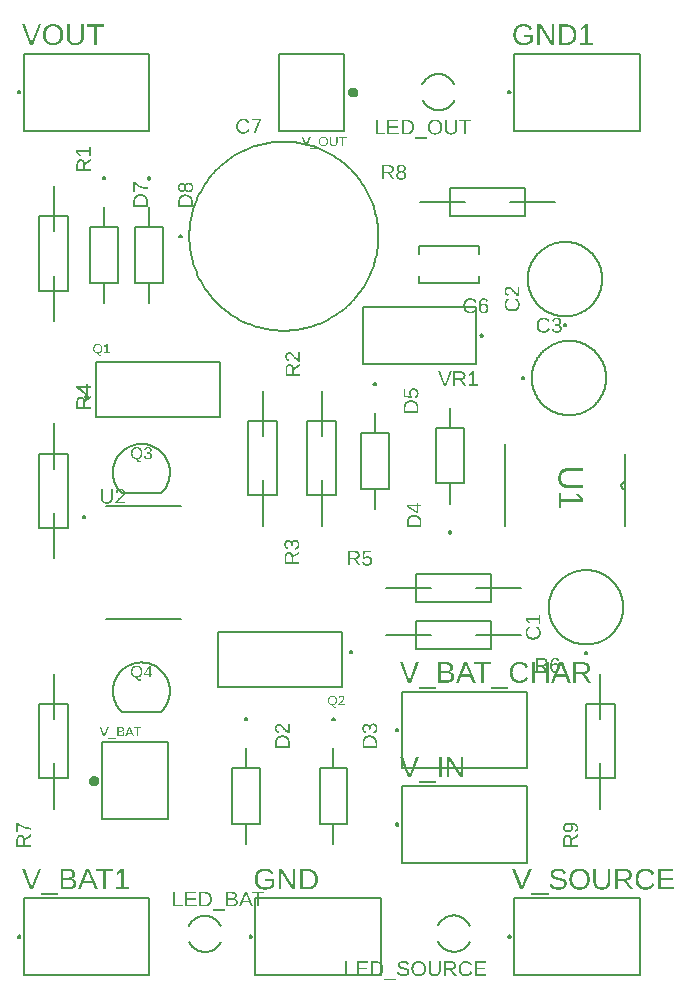
<source format=gbr>
G04 EAGLE Gerber RS-274X export*
G75*
%MOMM*%
%FSLAX34Y34*%
%LPD*%
%INSilkscreen Top*%
%IPPOS*%
%AMOC8*
5,1,8,0,0,1.08239X$1,22.5*%
G01*
G04 Define Apertures*
%ADD10C,0.127000*%
%ADD11C,0.200000*%
%ADD12C,0.152400*%
%ADD13C,0.400000*%
G36*
X446073Y286478D02*
X445709Y286484D01*
X445355Y286503D01*
X445011Y286534D01*
X444677Y286578D01*
X444353Y286634D01*
X444039Y286702D01*
X443735Y286783D01*
X443441Y286876D01*
X443157Y286982D01*
X442883Y287101D01*
X442365Y287375D01*
X441886Y287698D01*
X441448Y288072D01*
X441056Y288490D01*
X440716Y288946D01*
X440566Y289188D01*
X440429Y289440D01*
X440305Y289701D01*
X440194Y289973D01*
X440096Y290253D01*
X440011Y290543D01*
X439939Y290843D01*
X439880Y291153D01*
X439834Y291472D01*
X439801Y291800D01*
X439782Y292139D01*
X439775Y292486D01*
X439787Y292969D01*
X439823Y293431D01*
X439884Y293873D01*
X439968Y294295D01*
X440076Y294696D01*
X440209Y295078D01*
X440365Y295439D01*
X440546Y295779D01*
X440750Y296099D01*
X440978Y296397D01*
X441229Y296673D01*
X441503Y296927D01*
X441800Y297159D01*
X442121Y297369D01*
X442465Y297557D01*
X442832Y297724D01*
X443358Y296139D01*
X443096Y296023D01*
X442851Y295891D01*
X442621Y295743D01*
X442407Y295579D01*
X442209Y295399D01*
X442027Y295202D01*
X441861Y294989D01*
X441711Y294759D01*
X441578Y294516D01*
X441462Y294262D01*
X441364Y293996D01*
X441284Y293720D01*
X441222Y293433D01*
X441177Y293134D01*
X441151Y292824D01*
X441142Y292504D01*
X441162Y292006D01*
X441224Y291536D01*
X441327Y291095D01*
X441471Y290682D01*
X441657Y290298D01*
X441883Y289942D01*
X442151Y289615D01*
X442460Y289316D01*
X442805Y289049D01*
X443180Y288818D01*
X443586Y288622D01*
X444022Y288462D01*
X444489Y288337D01*
X444986Y288248D01*
X445514Y288195D01*
X446073Y288177D01*
X446626Y288196D01*
X447151Y288251D01*
X447649Y288344D01*
X448119Y288474D01*
X448561Y288641D01*
X448975Y288845D01*
X449362Y289086D01*
X449721Y289364D01*
X450044Y289674D01*
X450324Y290009D01*
X450561Y290372D01*
X450755Y290760D01*
X450906Y291174D01*
X451014Y291615D01*
X451079Y292081D01*
X451100Y292574D01*
X451090Y292893D01*
X451060Y293202D01*
X451010Y293501D01*
X450940Y293790D01*
X450849Y294068D01*
X450739Y294337D01*
X450609Y294596D01*
X450459Y294844D01*
X450288Y295083D01*
X450098Y295312D01*
X449887Y295530D01*
X449657Y295738D01*
X449406Y295937D01*
X449135Y296125D01*
X448845Y296303D01*
X448534Y296471D01*
X449217Y297838D01*
X449604Y297638D01*
X449966Y297418D01*
X450305Y297179D01*
X450621Y296921D01*
X450912Y296644D01*
X451179Y296347D01*
X451423Y296031D01*
X451643Y295696D01*
X451838Y295344D01*
X452007Y294979D01*
X452150Y294599D01*
X452267Y294206D01*
X452358Y293799D01*
X452423Y293378D01*
X452462Y292944D01*
X452475Y292495D01*
X452463Y292036D01*
X452427Y291594D01*
X452366Y291167D01*
X452281Y290755D01*
X452172Y290360D01*
X452039Y289980D01*
X451882Y289616D01*
X451700Y289267D01*
X451496Y288937D01*
X451271Y288627D01*
X451025Y288337D01*
X450759Y288068D01*
X450471Y287818D01*
X450163Y287589D01*
X449834Y287380D01*
X449484Y287192D01*
X449116Y287024D01*
X448731Y286879D01*
X448329Y286757D01*
X447911Y286656D01*
X447476Y286578D01*
X447025Y286523D01*
X446557Y286489D01*
X446073Y286478D01*
G37*
G36*
X452300Y299902D02*
X450960Y299902D01*
X450960Y303046D01*
X441466Y303046D01*
X443454Y300261D01*
X441965Y300261D01*
X439959Y303178D01*
X439959Y304632D01*
X450960Y304632D01*
X450960Y307636D01*
X452300Y307636D01*
X452300Y299902D01*
G37*
G36*
X428273Y564278D02*
X427909Y564284D01*
X427555Y564303D01*
X427211Y564334D01*
X426877Y564378D01*
X426553Y564434D01*
X426239Y564502D01*
X425935Y564583D01*
X425641Y564676D01*
X425357Y564782D01*
X425083Y564901D01*
X424565Y565175D01*
X424086Y565498D01*
X423648Y565872D01*
X423256Y566290D01*
X422916Y566746D01*
X422766Y566988D01*
X422629Y567240D01*
X422505Y567501D01*
X422394Y567773D01*
X422296Y568053D01*
X422211Y568343D01*
X422139Y568643D01*
X422080Y568953D01*
X422034Y569272D01*
X422001Y569600D01*
X421982Y569939D01*
X421975Y570286D01*
X421987Y570769D01*
X422023Y571231D01*
X422084Y571673D01*
X422168Y572095D01*
X422276Y572496D01*
X422409Y572878D01*
X422565Y573239D01*
X422746Y573579D01*
X422950Y573899D01*
X423178Y574197D01*
X423429Y574473D01*
X423703Y574727D01*
X424000Y574959D01*
X424321Y575169D01*
X424665Y575357D01*
X425032Y575524D01*
X425558Y573939D01*
X425296Y573823D01*
X425051Y573691D01*
X424821Y573543D01*
X424607Y573379D01*
X424409Y573199D01*
X424227Y573002D01*
X424061Y572789D01*
X423911Y572559D01*
X423778Y572316D01*
X423662Y572062D01*
X423564Y571796D01*
X423484Y571520D01*
X423422Y571233D01*
X423377Y570934D01*
X423351Y570624D01*
X423342Y570304D01*
X423362Y569806D01*
X423424Y569336D01*
X423527Y568895D01*
X423671Y568482D01*
X423857Y568098D01*
X424083Y567742D01*
X424351Y567415D01*
X424660Y567116D01*
X425005Y566849D01*
X425380Y566618D01*
X425786Y566422D01*
X426222Y566262D01*
X426689Y566137D01*
X427186Y566048D01*
X427714Y565995D01*
X428273Y565977D01*
X428826Y565996D01*
X429351Y566051D01*
X429849Y566144D01*
X430319Y566274D01*
X430761Y566441D01*
X431175Y566645D01*
X431562Y566886D01*
X431921Y567164D01*
X432244Y567474D01*
X432524Y567809D01*
X432761Y568172D01*
X432955Y568560D01*
X433106Y568974D01*
X433214Y569415D01*
X433279Y569881D01*
X433300Y570374D01*
X433290Y570693D01*
X433260Y571002D01*
X433210Y571301D01*
X433140Y571590D01*
X433049Y571868D01*
X432939Y572137D01*
X432809Y572396D01*
X432659Y572644D01*
X432488Y572883D01*
X432298Y573112D01*
X432087Y573330D01*
X431857Y573538D01*
X431606Y573737D01*
X431335Y573925D01*
X431045Y574103D01*
X430734Y574271D01*
X431417Y575638D01*
X431804Y575438D01*
X432166Y575218D01*
X432505Y574979D01*
X432821Y574721D01*
X433112Y574444D01*
X433379Y574147D01*
X433623Y573831D01*
X433843Y573496D01*
X434038Y573144D01*
X434207Y572779D01*
X434350Y572399D01*
X434467Y572006D01*
X434558Y571599D01*
X434623Y571178D01*
X434662Y570744D01*
X434675Y570295D01*
X434663Y569836D01*
X434627Y569394D01*
X434566Y568967D01*
X434481Y568555D01*
X434372Y568160D01*
X434239Y567780D01*
X434082Y567416D01*
X433900Y567067D01*
X433696Y566737D01*
X433471Y566427D01*
X433225Y566137D01*
X432959Y565868D01*
X432671Y565618D01*
X432363Y565389D01*
X432034Y565180D01*
X431684Y564992D01*
X431316Y564824D01*
X430931Y564679D01*
X430529Y564557D01*
X430111Y564456D01*
X429676Y564378D01*
X429225Y564323D01*
X428757Y564289D01*
X428273Y564278D01*
G37*
G36*
X434500Y577238D02*
X433388Y577238D01*
X432890Y577474D01*
X432423Y577734D01*
X431986Y578019D01*
X431579Y578328D01*
X431196Y578654D01*
X430832Y578988D01*
X430487Y579331D01*
X430160Y579682D01*
X429548Y580388D01*
X428982Y581087D01*
X428439Y581750D01*
X427896Y582344D01*
X427621Y582611D01*
X427340Y582851D01*
X427052Y583064D01*
X426757Y583251D01*
X426450Y583402D01*
X426122Y583510D01*
X425775Y583575D01*
X425409Y583597D01*
X425162Y583587D01*
X424929Y583559D01*
X424711Y583513D01*
X424507Y583448D01*
X424317Y583364D01*
X424141Y583262D01*
X423979Y583141D01*
X423832Y583001D01*
X423701Y582845D01*
X423587Y582674D01*
X423491Y582489D01*
X423412Y582289D01*
X423350Y582075D01*
X423307Y581847D01*
X423280Y581603D01*
X423272Y581346D01*
X423280Y581099D01*
X423306Y580864D01*
X423349Y580640D01*
X423408Y580427D01*
X423485Y580225D01*
X423579Y580034D01*
X423691Y579855D01*
X423819Y579686D01*
X423963Y579531D01*
X424120Y579393D01*
X424292Y579272D01*
X424477Y579168D01*
X424676Y579081D01*
X424889Y579010D01*
X425116Y578956D01*
X425356Y578920D01*
X425207Y577308D01*
X424847Y577366D01*
X424505Y577452D01*
X424182Y577567D01*
X423878Y577710D01*
X423593Y577881D01*
X423327Y578081D01*
X423080Y578309D01*
X422851Y578565D01*
X422646Y578845D01*
X422468Y579144D01*
X422317Y579463D01*
X422194Y579801D01*
X422098Y580158D01*
X422030Y580535D01*
X421989Y580930D01*
X421975Y581346D01*
X421989Y581799D01*
X422030Y582225D01*
X422099Y582623D01*
X422195Y582996D01*
X422319Y583341D01*
X422470Y583659D01*
X422649Y583950D01*
X422856Y584214D01*
X423087Y584449D01*
X423342Y584653D01*
X423620Y584825D01*
X423921Y584966D01*
X424245Y585076D01*
X424592Y585154D01*
X424963Y585201D01*
X425356Y585217D01*
X425715Y585196D01*
X426072Y585135D01*
X426428Y585032D01*
X426784Y584888D01*
X427138Y584704D01*
X427493Y584480D01*
X427848Y584216D01*
X428203Y583912D01*
X428606Y583514D01*
X429107Y582968D01*
X429705Y582275D01*
X430401Y581433D01*
X430803Y580955D01*
X431184Y580529D01*
X431545Y580154D01*
X431886Y579830D01*
X432213Y579553D01*
X432535Y579318D01*
X432850Y579124D01*
X433160Y578972D01*
X433160Y585410D01*
X434500Y585410D01*
X434500Y577238D01*
G37*
G36*
X454970Y546325D02*
X454511Y546337D01*
X454069Y546373D01*
X453642Y546434D01*
X453230Y546519D01*
X452835Y546628D01*
X452455Y546761D01*
X452091Y546918D01*
X451742Y547100D01*
X451412Y547304D01*
X451102Y547529D01*
X450812Y547775D01*
X450543Y548042D01*
X450293Y548329D01*
X450064Y548637D01*
X449855Y548966D01*
X449667Y549316D01*
X449499Y549684D01*
X449354Y550069D01*
X449232Y550471D01*
X449131Y550889D01*
X449053Y551324D01*
X448998Y551775D01*
X448964Y552243D01*
X448953Y552727D01*
X448959Y553091D01*
X448978Y553445D01*
X449009Y553789D01*
X449053Y554123D01*
X449109Y554447D01*
X449177Y554761D01*
X449258Y555065D01*
X449351Y555359D01*
X449457Y555643D01*
X449576Y555917D01*
X449850Y556435D01*
X450173Y556914D01*
X450547Y557352D01*
X450965Y557744D01*
X451421Y558084D01*
X451663Y558234D01*
X451915Y558371D01*
X452176Y558495D01*
X452448Y558606D01*
X452728Y558705D01*
X453018Y558789D01*
X453318Y558861D01*
X453628Y558920D01*
X453947Y558966D01*
X454275Y558999D01*
X454614Y559018D01*
X454961Y559025D01*
X455444Y559013D01*
X455906Y558977D01*
X456348Y558916D01*
X456770Y558832D01*
X457171Y558724D01*
X457553Y558591D01*
X457914Y558435D01*
X458254Y558254D01*
X458574Y558050D01*
X458872Y557822D01*
X459148Y557571D01*
X459402Y557297D01*
X459634Y557000D01*
X459844Y556679D01*
X460032Y556335D01*
X460199Y555968D01*
X458614Y555442D01*
X458498Y555704D01*
X458366Y555949D01*
X458218Y556179D01*
X458054Y556393D01*
X457874Y556591D01*
X457677Y556773D01*
X457464Y556939D01*
X457234Y557089D01*
X456991Y557223D01*
X456737Y557338D01*
X456471Y557436D01*
X456195Y557516D01*
X455908Y557578D01*
X455609Y557623D01*
X455299Y557649D01*
X454979Y557658D01*
X454481Y557638D01*
X454011Y557576D01*
X453570Y557473D01*
X453157Y557329D01*
X452773Y557143D01*
X452417Y556917D01*
X452090Y556649D01*
X451791Y556340D01*
X451524Y555995D01*
X451293Y555620D01*
X451097Y555214D01*
X450937Y554778D01*
X450812Y554311D01*
X450723Y553814D01*
X450670Y553286D01*
X450652Y552727D01*
X450671Y552174D01*
X450726Y551649D01*
X450819Y551151D01*
X450949Y550681D01*
X451116Y550239D01*
X451320Y549825D01*
X451561Y549438D01*
X451839Y549079D01*
X452149Y548756D01*
X452484Y548476D01*
X452847Y548239D01*
X453235Y548045D01*
X453649Y547894D01*
X454090Y547786D01*
X454556Y547721D01*
X455049Y547700D01*
X455368Y547710D01*
X455677Y547740D01*
X455976Y547790D01*
X456265Y547860D01*
X456543Y547951D01*
X456812Y548061D01*
X457071Y548191D01*
X457319Y548341D01*
X457558Y548512D01*
X457787Y548702D01*
X458005Y548913D01*
X458213Y549143D01*
X458412Y549394D01*
X458600Y549665D01*
X458778Y549955D01*
X458946Y550266D01*
X460313Y549583D01*
X460113Y549196D01*
X459893Y548834D01*
X459654Y548495D01*
X459396Y548179D01*
X459119Y547888D01*
X458822Y547621D01*
X458506Y547377D01*
X458171Y547157D01*
X457819Y546962D01*
X457454Y546793D01*
X457074Y546650D01*
X456681Y546533D01*
X456274Y546442D01*
X455853Y546377D01*
X455419Y546338D01*
X454970Y546325D01*
G37*
G36*
X466012Y546325D02*
X465555Y546338D01*
X465122Y546378D01*
X464713Y546444D01*
X464327Y546536D01*
X463965Y546655D01*
X463627Y546800D01*
X463312Y546972D01*
X463021Y547170D01*
X462756Y547394D01*
X462519Y547643D01*
X462311Y547918D01*
X462131Y548218D01*
X461979Y548543D01*
X461856Y548894D01*
X461761Y549269D01*
X461694Y549671D01*
X463323Y549819D01*
X463370Y549554D01*
X463434Y549306D01*
X463514Y549075D01*
X463609Y548862D01*
X463721Y548665D01*
X463849Y548485D01*
X463993Y548323D01*
X464153Y548177D01*
X464329Y548049D01*
X464521Y547938D01*
X464729Y547844D01*
X464954Y547767D01*
X465194Y547707D01*
X465451Y547664D01*
X465723Y547638D01*
X466012Y547630D01*
X466302Y547639D01*
X466575Y547667D01*
X466833Y547712D01*
X467075Y547777D01*
X467301Y547859D01*
X467510Y547960D01*
X467704Y548079D01*
X467882Y548217D01*
X468041Y548372D01*
X468179Y548546D01*
X468295Y548737D01*
X468391Y548946D01*
X468465Y549173D01*
X468518Y549417D01*
X468550Y549679D01*
X468561Y549960D01*
X468549Y550205D01*
X468512Y550436D01*
X468452Y550653D01*
X468367Y550856D01*
X468258Y551046D01*
X468125Y551222D01*
X467967Y551384D01*
X467785Y551532D01*
X467581Y551664D01*
X467355Y551779D01*
X467107Y551876D01*
X466838Y551955D01*
X466548Y552017D01*
X466236Y552061D01*
X465903Y552088D01*
X465548Y552097D01*
X464654Y552097D01*
X464654Y553463D01*
X465513Y553463D01*
X465828Y553472D01*
X466124Y553498D01*
X466403Y553542D01*
X466663Y553604D01*
X466905Y553684D01*
X467129Y553781D01*
X467335Y553896D01*
X467523Y554028D01*
X467690Y554176D01*
X467835Y554338D01*
X467958Y554513D01*
X468058Y554701D01*
X468136Y554903D01*
X468192Y555119D01*
X468225Y555349D01*
X468237Y555591D01*
X468227Y555832D01*
X468200Y556060D01*
X468155Y556275D01*
X468091Y556477D01*
X468009Y556666D01*
X467909Y556842D01*
X467791Y557005D01*
X467654Y557155D01*
X467500Y557289D01*
X467328Y557406D01*
X467138Y557504D01*
X466930Y557585D01*
X466705Y557648D01*
X466463Y557693D01*
X466202Y557719D01*
X465924Y557728D01*
X465670Y557720D01*
X465428Y557695D01*
X465199Y557653D01*
X464982Y557595D01*
X464777Y557520D01*
X464585Y557428D01*
X464405Y557319D01*
X464238Y557194D01*
X464086Y557054D01*
X463950Y556900D01*
X463831Y556732D01*
X463729Y556550D01*
X463644Y556355D01*
X463576Y556146D01*
X463524Y555924D01*
X463489Y555688D01*
X461904Y555810D01*
X461962Y556179D01*
X462048Y556526D01*
X462163Y556853D01*
X462306Y557159D01*
X462477Y557444D01*
X462677Y557709D01*
X462905Y557952D01*
X463161Y558175D01*
X463441Y558374D01*
X463740Y558547D01*
X464059Y558693D01*
X464397Y558812D01*
X464754Y558905D01*
X465131Y558972D01*
X465527Y559011D01*
X465942Y559025D01*
X466393Y559011D01*
X466818Y558971D01*
X467218Y558903D01*
X467592Y558809D01*
X467940Y558688D01*
X468261Y558539D01*
X468558Y558364D01*
X468828Y558162D01*
X469069Y557936D01*
X469278Y557688D01*
X469455Y557420D01*
X469600Y557130D01*
X469712Y556818D01*
X469793Y556486D01*
X469841Y556133D01*
X469857Y555758D01*
X469847Y555469D01*
X469816Y555194D01*
X469764Y554933D01*
X469692Y554686D01*
X469599Y554453D01*
X469485Y554233D01*
X469351Y554027D01*
X469196Y553835D01*
X469021Y553658D01*
X468827Y553495D01*
X468615Y553347D01*
X468384Y553215D01*
X468135Y553097D01*
X467866Y552994D01*
X467579Y552906D01*
X467273Y552832D01*
X467273Y552797D01*
X467609Y552750D01*
X467927Y552684D01*
X468225Y552597D01*
X468504Y552491D01*
X468763Y552365D01*
X469004Y552219D01*
X469225Y552054D01*
X469428Y551869D01*
X469608Y551668D01*
X469765Y551454D01*
X469897Y551228D01*
X470006Y550989D01*
X470090Y550737D01*
X470150Y550473D01*
X470186Y550196D01*
X470198Y549907D01*
X470181Y549492D01*
X470131Y549101D01*
X470046Y548735D01*
X469927Y548392D01*
X469774Y548073D01*
X469588Y547779D01*
X469367Y547508D01*
X469112Y547262D01*
X468826Y547042D01*
X468511Y546852D01*
X468167Y546691D01*
X467794Y546559D01*
X467392Y546457D01*
X466961Y546383D01*
X466501Y546340D01*
X466012Y546325D01*
G37*
G36*
X351550Y381471D02*
X339209Y381471D01*
X339209Y385553D01*
X339215Y385939D01*
X339234Y386314D01*
X339265Y386678D01*
X339308Y387031D01*
X339363Y387373D01*
X339430Y387703D01*
X339510Y388022D01*
X339602Y388330D01*
X339707Y388627D01*
X339823Y388913D01*
X339952Y389187D01*
X340094Y389451D01*
X340247Y389703D01*
X340413Y389944D01*
X340591Y390173D01*
X340781Y390392D01*
X340983Y390598D01*
X341195Y390791D01*
X341418Y390971D01*
X341650Y391137D01*
X341894Y391290D01*
X342147Y391430D01*
X342411Y391557D01*
X342685Y391670D01*
X342970Y391769D01*
X343265Y391856D01*
X343570Y391929D01*
X343886Y391989D01*
X344212Y392036D01*
X344549Y392069D01*
X344895Y392089D01*
X345253Y392096D01*
X345723Y392084D01*
X346177Y392049D01*
X346618Y391991D01*
X347043Y391909D01*
X347453Y391805D01*
X347848Y391677D01*
X348229Y391526D01*
X348594Y391351D01*
X348942Y391155D01*
X349268Y390940D01*
X349574Y390705D01*
X349859Y390451D01*
X350122Y390178D01*
X350365Y389885D01*
X350587Y389572D01*
X350788Y389240D01*
X350967Y388892D01*
X351121Y388531D01*
X351252Y388156D01*
X351360Y387769D01*
X351443Y387368D01*
X351502Y386954D01*
X351538Y386527D01*
X351550Y386087D01*
X351550Y381471D01*
G37*
%LPC*%
G36*
X350210Y383144D02*
X350210Y385895D01*
X350201Y386229D01*
X350173Y386553D01*
X350126Y386866D01*
X350061Y387170D01*
X349977Y387463D01*
X349875Y387746D01*
X349754Y388019D01*
X349614Y388281D01*
X349457Y388531D01*
X349284Y388766D01*
X349094Y388986D01*
X348887Y389191D01*
X348665Y389381D01*
X348425Y389556D01*
X348170Y389717D01*
X347898Y389862D01*
X347611Y389991D01*
X347312Y390104D01*
X347000Y390198D01*
X346676Y390276D01*
X346339Y390336D01*
X345989Y390379D01*
X345627Y390405D01*
X345253Y390414D01*
X344696Y390394D01*
X344173Y390335D01*
X343685Y390237D01*
X343231Y390100D01*
X342810Y389923D01*
X342424Y389707D01*
X342072Y389452D01*
X341754Y389157D01*
X341471Y388825D01*
X341227Y388458D01*
X341020Y388056D01*
X340850Y387619D01*
X340719Y387146D01*
X340625Y386639D01*
X340568Y386096D01*
X340549Y385518D01*
X340549Y383144D01*
X350210Y383144D01*
G37*
%LPD*%
G36*
X348756Y393380D02*
X347530Y393380D01*
X339209Y399030D01*
X339209Y400685D01*
X347512Y400685D01*
X347512Y402419D01*
X348756Y402419D01*
X348756Y400685D01*
X351550Y400685D01*
X351550Y399196D01*
X348756Y399196D01*
X348756Y393380D01*
G37*
%LPC*%
G36*
X347512Y394834D02*
X347512Y399196D01*
X340987Y399196D01*
X341451Y398951D01*
X342029Y398609D01*
X346689Y395447D01*
X347337Y394974D01*
X347512Y394834D01*
G37*
%LPD*%
G36*
X348850Y478534D02*
X336509Y478534D01*
X336509Y482615D01*
X336515Y483002D01*
X336534Y483377D01*
X336565Y483741D01*
X336608Y484094D01*
X336663Y484435D01*
X336730Y484766D01*
X336810Y485085D01*
X336902Y485393D01*
X337007Y485690D01*
X337123Y485975D01*
X337252Y486250D01*
X337394Y486513D01*
X337547Y486765D01*
X337713Y487006D01*
X337891Y487236D01*
X338081Y487455D01*
X338283Y487661D01*
X338495Y487854D01*
X338718Y488033D01*
X338950Y488200D01*
X339194Y488353D01*
X339447Y488493D01*
X339711Y488619D01*
X339985Y488732D01*
X340270Y488832D01*
X340565Y488918D01*
X340870Y488992D01*
X341186Y489052D01*
X341512Y489098D01*
X341849Y489131D01*
X342195Y489151D01*
X342553Y489158D01*
X343023Y489146D01*
X343477Y489112D01*
X343918Y489053D01*
X344343Y488972D01*
X344753Y488867D01*
X345148Y488739D01*
X345529Y488588D01*
X345894Y488414D01*
X346242Y488218D01*
X346568Y488002D01*
X346874Y487768D01*
X347159Y487514D01*
X347422Y487240D01*
X347665Y486947D01*
X347887Y486635D01*
X348088Y486303D01*
X348267Y485955D01*
X348421Y485593D01*
X348552Y485219D01*
X348660Y484831D01*
X348743Y484431D01*
X348802Y484017D01*
X348838Y483590D01*
X348850Y483150D01*
X348850Y478534D01*
G37*
%LPC*%
G36*
X347510Y480207D02*
X347510Y482957D01*
X347501Y483291D01*
X347473Y483615D01*
X347426Y483929D01*
X347361Y484232D01*
X347277Y484526D01*
X347175Y484809D01*
X347054Y485081D01*
X346914Y485344D01*
X346757Y485594D01*
X346584Y485828D01*
X346394Y486048D01*
X346187Y486253D01*
X345965Y486444D01*
X345725Y486619D01*
X345470Y486779D01*
X345198Y486925D01*
X344911Y487054D01*
X344612Y487166D01*
X344300Y487261D01*
X343976Y487338D01*
X343639Y487399D01*
X343289Y487442D01*
X342927Y487468D01*
X342553Y487476D01*
X341996Y487457D01*
X341473Y487398D01*
X340985Y487300D01*
X340531Y487162D01*
X340110Y486985D01*
X339724Y486769D01*
X339372Y486514D01*
X339054Y486220D01*
X338771Y485888D01*
X338527Y485521D01*
X338320Y485119D01*
X338150Y484681D01*
X338019Y484209D01*
X337925Y483701D01*
X337868Y483158D01*
X337849Y482580D01*
X337849Y480207D01*
X347510Y480207D01*
G37*
%LPD*%
G36*
X346091Y490749D02*
X345907Y492344D01*
X346129Y492412D01*
X346336Y492493D01*
X346529Y492586D01*
X346708Y492691D01*
X346872Y492809D01*
X347023Y492938D01*
X347159Y493080D01*
X347280Y493235D01*
X347387Y493401D01*
X347480Y493580D01*
X347559Y493771D01*
X347623Y493974D01*
X347673Y494190D01*
X347709Y494418D01*
X347731Y494658D01*
X347738Y494910D01*
X347726Y495219D01*
X347690Y495510D01*
X347630Y495785D01*
X347546Y496042D01*
X347438Y496282D01*
X347307Y496504D01*
X347151Y496710D01*
X346971Y496898D01*
X346771Y497066D01*
X346552Y497212D01*
X346316Y497336D01*
X346062Y497437D01*
X345789Y497515D01*
X345499Y497571D01*
X345191Y497605D01*
X344865Y497616D01*
X344581Y497605D01*
X344310Y497571D01*
X344054Y497515D01*
X343812Y497436D01*
X343583Y497334D01*
X343369Y497210D01*
X343168Y497063D01*
X342982Y496894D01*
X342813Y496705D01*
X342668Y496501D01*
X342544Y496281D01*
X342443Y496045D01*
X342365Y495794D01*
X342308Y495526D01*
X342275Y495243D01*
X342264Y494945D01*
X342276Y494631D01*
X342314Y494327D01*
X342377Y494035D01*
X342465Y493754D01*
X342583Y493478D01*
X342737Y493202D01*
X342925Y492926D01*
X343148Y492650D01*
X343148Y491109D01*
X336509Y491520D01*
X336509Y498536D01*
X337849Y498536D01*
X337849Y492957D01*
X341764Y492720D01*
X341580Y492984D01*
X341420Y493264D01*
X341284Y493559D01*
X341173Y493870D01*
X341087Y494196D01*
X341025Y494538D01*
X340988Y494896D01*
X340976Y495269D01*
X340993Y495713D01*
X341043Y496133D01*
X341126Y496531D01*
X341243Y496906D01*
X341393Y497257D01*
X341577Y497585D01*
X341794Y497890D01*
X342045Y498172D01*
X342322Y498426D01*
X342619Y498646D01*
X342937Y498831D01*
X343275Y498984D01*
X343633Y499102D01*
X344012Y499186D01*
X344411Y499237D01*
X344830Y499254D01*
X345305Y499236D01*
X345754Y499181D01*
X346178Y499091D01*
X346575Y498964D01*
X346946Y498801D01*
X347292Y498601D01*
X347611Y498365D01*
X347904Y498093D01*
X348167Y497789D01*
X348395Y497457D01*
X348587Y497097D01*
X348745Y496709D01*
X348868Y496292D01*
X348955Y495848D01*
X349008Y495375D01*
X349025Y494875D01*
X349013Y494454D01*
X348978Y494054D01*
X348919Y493674D01*
X348837Y493316D01*
X348731Y492978D01*
X348602Y492661D01*
X348449Y492365D01*
X348272Y492090D01*
X348073Y491837D01*
X347853Y491608D01*
X347612Y491404D01*
X347350Y491225D01*
X347067Y491069D01*
X346763Y490938D01*
X346437Y490832D01*
X346091Y490749D01*
G37*
G36*
X290776Y349250D02*
X289103Y349250D01*
X289103Y361591D01*
X294910Y361591D01*
X295416Y361576D01*
X295892Y361532D01*
X296339Y361460D01*
X296757Y361358D01*
X297144Y361226D01*
X297502Y361066D01*
X297830Y360877D01*
X298128Y360658D01*
X298394Y360413D01*
X298625Y360146D01*
X298820Y359856D01*
X298979Y359542D01*
X299103Y359206D01*
X299192Y358847D01*
X299245Y358466D01*
X299263Y358061D01*
X299250Y357724D01*
X299213Y357401D01*
X299150Y357091D01*
X299062Y356795D01*
X298950Y356513D01*
X298812Y356245D01*
X298649Y355990D01*
X298461Y355749D01*
X298251Y355525D01*
X298022Y355324D01*
X297775Y355143D01*
X297664Y355077D01*
X297508Y354985D01*
X297222Y354848D01*
X296917Y354732D01*
X296593Y354639D01*
X296250Y354566D01*
X297741Y352303D01*
X299753Y349250D01*
X297826Y349250D01*
X294621Y354374D01*
X290776Y354374D01*
X290776Y349250D01*
G37*
%LPC*%
G36*
X294813Y355696D02*
X295135Y355706D01*
X295437Y355735D01*
X295721Y355783D01*
X295986Y355851D01*
X296232Y355937D01*
X296460Y356044D01*
X296668Y356169D01*
X296858Y356314D01*
X297028Y356476D01*
X297175Y356653D01*
X297299Y356846D01*
X297400Y357055D01*
X297479Y357279D01*
X297536Y357518D01*
X297570Y357773D01*
X297581Y358044D01*
X297570Y358305D01*
X297535Y358550D01*
X297478Y358780D01*
X297398Y358993D01*
X297295Y359190D01*
X297170Y359371D01*
X297021Y359537D01*
X296850Y359686D01*
X296657Y359818D01*
X296444Y359933D01*
X296211Y360030D01*
X295957Y360110D01*
X295684Y360171D01*
X295390Y360215D01*
X295077Y360242D01*
X294743Y360251D01*
X290776Y360251D01*
X290776Y355696D01*
X294813Y355696D01*
G37*
%LPD*%
G36*
X305443Y349075D02*
X305023Y349087D01*
X304622Y349122D01*
X304243Y349181D01*
X303884Y349263D01*
X303547Y349369D01*
X303230Y349499D01*
X302934Y349652D01*
X302658Y349828D01*
X302405Y350027D01*
X302177Y350247D01*
X301973Y350488D01*
X301793Y350750D01*
X301638Y351033D01*
X301507Y351337D01*
X301400Y351663D01*
X301318Y352009D01*
X302912Y352193D01*
X302981Y351971D01*
X303062Y351764D01*
X303155Y351571D01*
X303260Y351392D01*
X303377Y351228D01*
X303507Y351077D01*
X303649Y350942D01*
X303803Y350820D01*
X303970Y350713D01*
X304149Y350620D01*
X304340Y350541D01*
X304543Y350477D01*
X304758Y350427D01*
X304986Y350391D01*
X305226Y350369D01*
X305479Y350362D01*
X305787Y350374D01*
X306079Y350410D01*
X306353Y350470D01*
X306611Y350554D01*
X306850Y350662D01*
X307073Y350793D01*
X307279Y350949D01*
X307467Y351129D01*
X307635Y351329D01*
X307781Y351548D01*
X307904Y351784D01*
X308005Y352039D01*
X308084Y352311D01*
X308140Y352601D01*
X308174Y352909D01*
X308185Y353235D01*
X308174Y353519D01*
X308140Y353790D01*
X308083Y354046D01*
X308004Y354288D01*
X307903Y354517D01*
X307778Y354731D01*
X307632Y354932D01*
X307462Y355118D01*
X307274Y355287D01*
X307070Y355432D01*
X306850Y355556D01*
X306614Y355657D01*
X306362Y355735D01*
X306095Y355792D01*
X305812Y355825D01*
X305514Y355836D01*
X305199Y355824D01*
X304896Y355786D01*
X304604Y355723D01*
X304322Y355635D01*
X304046Y355517D01*
X303771Y355363D01*
X303495Y355175D01*
X303219Y354952D01*
X301677Y354952D01*
X302089Y361591D01*
X309105Y361591D01*
X309105Y360251D01*
X303525Y360251D01*
X303289Y356336D01*
X303553Y356520D01*
X303832Y356681D01*
X304128Y356816D01*
X304438Y356927D01*
X304765Y357013D01*
X305107Y357075D01*
X305464Y357112D01*
X305838Y357124D01*
X306281Y357107D01*
X306702Y357057D01*
X307100Y356974D01*
X307474Y356857D01*
X307826Y356707D01*
X308154Y356523D01*
X308459Y356306D01*
X308741Y356055D01*
X308995Y355778D01*
X309214Y355481D01*
X309400Y355163D01*
X309552Y354825D01*
X309671Y354467D01*
X309755Y354088D01*
X309806Y353689D01*
X309823Y353270D01*
X309805Y352795D01*
X309750Y352346D01*
X309660Y351922D01*
X309533Y351525D01*
X309369Y351154D01*
X309170Y350808D01*
X308934Y350489D01*
X308662Y350196D01*
X308358Y349933D01*
X308026Y349705D01*
X307666Y349513D01*
X307277Y349355D01*
X306861Y349233D01*
X306416Y349145D01*
X305944Y349092D01*
X305443Y349075D01*
G37*
G36*
X449776Y258550D02*
X448103Y258550D01*
X448103Y270891D01*
X453910Y270891D01*
X454416Y270876D01*
X454892Y270832D01*
X455339Y270760D01*
X455757Y270658D01*
X456144Y270526D01*
X456502Y270366D01*
X456830Y270177D01*
X457128Y269958D01*
X457394Y269713D01*
X457625Y269446D01*
X457820Y269156D01*
X457979Y268842D01*
X458103Y268506D01*
X458192Y268147D01*
X458245Y267766D01*
X458263Y267361D01*
X458250Y267024D01*
X458213Y266701D01*
X458150Y266391D01*
X458062Y266095D01*
X457950Y265813D01*
X457812Y265545D01*
X457649Y265290D01*
X457461Y265049D01*
X457251Y264825D01*
X457022Y264624D01*
X456775Y264443D01*
X456664Y264377D01*
X456508Y264285D01*
X456222Y264148D01*
X455917Y264032D01*
X455593Y263939D01*
X455250Y263866D01*
X456741Y261603D01*
X458753Y258550D01*
X456826Y258550D01*
X453621Y263674D01*
X449776Y263674D01*
X449776Y258550D01*
G37*
%LPC*%
G36*
X453813Y264996D02*
X454135Y265006D01*
X454437Y265035D01*
X454721Y265083D01*
X454986Y265151D01*
X455232Y265237D01*
X455460Y265344D01*
X455668Y265469D01*
X455858Y265614D01*
X456028Y265776D01*
X456175Y265953D01*
X456299Y266146D01*
X456400Y266355D01*
X456479Y266579D01*
X456536Y266818D01*
X456570Y267073D01*
X456581Y267344D01*
X456570Y267605D01*
X456535Y267850D01*
X456478Y268080D01*
X456398Y268293D01*
X456295Y268490D01*
X456170Y268671D01*
X456021Y268837D01*
X455850Y268986D01*
X455657Y269118D01*
X455444Y269233D01*
X455211Y269330D01*
X454957Y269410D01*
X454684Y269471D01*
X454390Y269515D01*
X454077Y269542D01*
X453743Y269551D01*
X449776Y269551D01*
X449776Y264996D01*
X453813Y264996D01*
G37*
%LPD*%
G36*
X464803Y258375D02*
X464546Y258381D01*
X464297Y258399D01*
X463822Y258472D01*
X463377Y258593D01*
X462963Y258762D01*
X462580Y258980D01*
X462228Y259247D01*
X461906Y259562D01*
X461614Y259925D01*
X461356Y260335D01*
X461132Y260788D01*
X460942Y261286D01*
X460787Y261828D01*
X460666Y262414D01*
X460580Y263044D01*
X460528Y263718D01*
X460511Y264436D01*
X460529Y265214D01*
X460583Y265945D01*
X460672Y266631D01*
X460798Y267269D01*
X460959Y267861D01*
X461156Y268407D01*
X461389Y268906D01*
X461658Y269358D01*
X461960Y269760D01*
X462293Y270109D01*
X462656Y270404D01*
X463049Y270646D01*
X463472Y270833D01*
X463695Y270907D01*
X463926Y270967D01*
X464165Y271014D01*
X464410Y271048D01*
X464664Y271068D01*
X464925Y271075D01*
X465266Y271065D01*
X465591Y271035D01*
X465900Y270986D01*
X466193Y270918D01*
X466470Y270829D01*
X466730Y270721D01*
X466974Y270594D01*
X467202Y270446D01*
X467414Y270279D01*
X467610Y270093D01*
X467790Y269887D01*
X467953Y269661D01*
X468101Y269415D01*
X468232Y269150D01*
X468347Y268865D01*
X468446Y268561D01*
X466940Y268290D01*
X466806Y268643D01*
X466639Y268949D01*
X466436Y269208D01*
X466200Y269419D01*
X465928Y269584D01*
X465623Y269702D01*
X465282Y269772D01*
X464908Y269796D01*
X464580Y269776D01*
X464271Y269717D01*
X463982Y269619D01*
X463711Y269482D01*
X463459Y269305D01*
X463227Y269089D01*
X463013Y268834D01*
X462819Y268539D01*
X462645Y268207D01*
X462495Y267840D01*
X462368Y267438D01*
X462264Y267001D01*
X462183Y266528D01*
X462125Y266021D01*
X462090Y265478D01*
X462079Y264900D01*
X462315Y265275D01*
X462595Y265602D01*
X462919Y265881D01*
X463287Y266113D01*
X463691Y266295D01*
X464124Y266425D01*
X464351Y266471D01*
X464585Y266503D01*
X464826Y266523D01*
X465074Y266529D01*
X465490Y266512D01*
X465884Y266462D01*
X466256Y266379D01*
X466606Y266262D01*
X466934Y266112D01*
X467239Y265928D01*
X467523Y265711D01*
X467785Y265460D01*
X468020Y265182D01*
X468224Y264880D01*
X468396Y264556D01*
X468537Y264208D01*
X468647Y263837D01*
X468725Y263444D01*
X468772Y263027D01*
X468788Y262588D01*
X468771Y262112D01*
X468721Y261663D01*
X468639Y261239D01*
X468523Y260840D01*
X468374Y260468D01*
X468192Y260121D01*
X467976Y259800D01*
X467728Y259505D01*
X467450Y259240D01*
X467148Y259010D01*
X466820Y258816D01*
X466467Y258657D01*
X466088Y258534D01*
X465685Y258445D01*
X465256Y258393D01*
X464803Y258375D01*
G37*
%LPC*%
G36*
X464750Y259645D02*
X465027Y259657D01*
X465289Y259693D01*
X465535Y259753D01*
X465766Y259836D01*
X465982Y259944D01*
X466182Y260076D01*
X466367Y260232D01*
X466537Y260411D01*
X466689Y260612D01*
X466820Y260830D01*
X466932Y261067D01*
X467023Y261321D01*
X467094Y261593D01*
X467144Y261883D01*
X467175Y262192D01*
X467185Y262518D01*
X467175Y262843D01*
X467144Y263149D01*
X467093Y263436D01*
X467021Y263704D01*
X466928Y263953D01*
X466815Y264183D01*
X466682Y264393D01*
X466528Y264585D01*
X466356Y264755D01*
X466167Y264903D01*
X465963Y265028D01*
X465742Y265130D01*
X465505Y265209D01*
X465252Y265266D01*
X464983Y265300D01*
X464697Y265312D01*
X464428Y265302D01*
X464172Y265271D01*
X463930Y265221D01*
X463700Y265151D01*
X463484Y265060D01*
X463281Y264949D01*
X463091Y264819D01*
X462915Y264668D01*
X462756Y264499D01*
X462618Y264316D01*
X462501Y264117D01*
X462406Y263903D01*
X462332Y263673D01*
X462279Y263429D01*
X462247Y263169D01*
X462236Y262894D01*
X462247Y262545D01*
X462280Y262213D01*
X462335Y261896D01*
X462413Y261596D01*
X462512Y261312D01*
X462633Y261043D01*
X462776Y260792D01*
X462941Y260556D01*
X463124Y260342D01*
X463319Y260157D01*
X463526Y260001D01*
X463746Y259873D01*
X463978Y259773D01*
X464223Y259702D01*
X464480Y259659D01*
X464750Y259645D01*
G37*
%LPD*%
G36*
X20950Y110953D02*
X8609Y110953D01*
X8609Y116760D01*
X8624Y117266D01*
X8668Y117742D01*
X8740Y118189D01*
X8842Y118607D01*
X8974Y118994D01*
X9134Y119352D01*
X9323Y119680D01*
X9542Y119978D01*
X9787Y120244D01*
X10054Y120475D01*
X10344Y120670D01*
X10658Y120829D01*
X10994Y120953D01*
X11353Y121042D01*
X11734Y121095D01*
X12139Y121113D01*
X12476Y121100D01*
X12799Y121063D01*
X13109Y121000D01*
X13405Y120912D01*
X13687Y120800D01*
X13955Y120662D01*
X14210Y120499D01*
X14451Y120311D01*
X14675Y120101D01*
X14877Y119872D01*
X15057Y119625D01*
X15123Y119514D01*
X15215Y119358D01*
X15352Y119072D01*
X15468Y118767D01*
X15561Y118443D01*
X15634Y118100D01*
X17897Y119591D01*
X20950Y121603D01*
X20950Y119676D01*
X15826Y116471D01*
X15826Y112626D01*
X20950Y112626D01*
X20950Y110953D01*
G37*
%LPC*%
G36*
X14504Y112626D02*
X14504Y116663D01*
X14494Y116985D01*
X14465Y117287D01*
X14417Y117571D01*
X14349Y117836D01*
X14263Y118082D01*
X14156Y118310D01*
X14031Y118518D01*
X13886Y118708D01*
X13724Y118878D01*
X13547Y119025D01*
X13354Y119149D01*
X13145Y119250D01*
X12921Y119329D01*
X12682Y119386D01*
X12427Y119420D01*
X12156Y119431D01*
X11895Y119420D01*
X11650Y119385D01*
X11421Y119328D01*
X11207Y119248D01*
X11010Y119145D01*
X10829Y119020D01*
X10663Y118871D01*
X10514Y118700D01*
X10382Y118507D01*
X10267Y118294D01*
X10170Y118061D01*
X10091Y117807D01*
X10029Y117534D01*
X9985Y117240D01*
X9958Y116927D01*
X9949Y116593D01*
X9949Y112626D01*
X14504Y112626D01*
G37*
%LPD*%
G36*
X9949Y123370D02*
X8609Y123370D01*
X8609Y131524D01*
X9888Y131524D01*
X11255Y130647D01*
X12465Y129910D01*
X13519Y129312D01*
X14416Y128852D01*
X15232Y128487D01*
X16043Y128170D01*
X16848Y127902D01*
X17648Y127683D01*
X18452Y127513D01*
X19271Y127391D01*
X20103Y127318D01*
X20525Y127300D01*
X20950Y127293D01*
X20950Y125647D01*
X20355Y125663D01*
X19752Y125710D01*
X19141Y125788D01*
X18523Y125898D01*
X17897Y126039D01*
X17262Y126211D01*
X16621Y126415D01*
X15971Y126650D01*
X15305Y126921D01*
X14614Y127235D01*
X13899Y127591D01*
X13158Y127989D01*
X12393Y128428D01*
X11603Y128910D01*
X10789Y129434D01*
X9949Y130000D01*
X9949Y123370D01*
G37*
G36*
X487927Y414976D02*
X475292Y414976D01*
X474688Y414992D01*
X474105Y415041D01*
X473544Y415122D01*
X473003Y415236D01*
X472484Y415383D01*
X471985Y415562D01*
X471508Y415773D01*
X471052Y416018D01*
X470619Y416292D01*
X470213Y416593D01*
X469833Y416921D01*
X469480Y417275D01*
X469152Y417657D01*
X468851Y418066D01*
X468577Y418502D01*
X468328Y418964D01*
X468107Y419451D01*
X467916Y419959D01*
X467754Y420489D01*
X467622Y421040D01*
X467519Y421612D01*
X467445Y422205D01*
X467401Y422820D01*
X467387Y423456D01*
X467401Y424068D01*
X467443Y424660D01*
X467514Y425232D01*
X467613Y425785D01*
X467740Y426317D01*
X467896Y426830D01*
X468080Y427324D01*
X468292Y427797D01*
X468531Y428248D01*
X468796Y428672D01*
X469086Y429070D01*
X469402Y429443D01*
X469744Y429789D01*
X470111Y430109D01*
X470504Y430404D01*
X470922Y430672D01*
X471364Y430911D01*
X471826Y431118D01*
X472309Y431294D01*
X472813Y431437D01*
X473337Y431549D01*
X473882Y431629D01*
X474447Y431676D01*
X475033Y431692D01*
X487927Y431692D01*
X487927Y428947D01*
X475263Y428947D01*
X474591Y428925D01*
X473960Y428859D01*
X473371Y428749D01*
X472823Y428595D01*
X472318Y428397D01*
X471854Y428155D01*
X471432Y427868D01*
X471052Y427538D01*
X470715Y427167D01*
X470423Y426756D01*
X470176Y426306D01*
X469974Y425817D01*
X469817Y425289D01*
X469704Y424722D01*
X469637Y424116D01*
X469614Y423470D01*
X469638Y422807D01*
X469707Y422181D01*
X469824Y421593D01*
X469986Y421043D01*
X470196Y420531D01*
X470451Y420057D01*
X470753Y419621D01*
X471102Y419223D01*
X471496Y418868D01*
X471932Y418560D01*
X472411Y418299D01*
X472933Y418086D01*
X473498Y417920D01*
X474106Y417801D01*
X474426Y417760D01*
X474757Y417730D01*
X475098Y417713D01*
X475450Y417707D01*
X487927Y417707D01*
X487927Y414976D01*
G37*
G36*
X469873Y397779D02*
X467674Y397779D01*
X467674Y410471D01*
X469873Y410471D01*
X469873Y405311D01*
X485454Y405311D01*
X482192Y409882D01*
X484635Y409882D01*
X487927Y405095D01*
X487927Y402709D01*
X469873Y402709D01*
X469873Y397779D01*
G37*
G36*
X404224Y562750D02*
X403967Y562756D01*
X403718Y562774D01*
X403243Y562847D01*
X402798Y562968D01*
X402385Y563137D01*
X402001Y563355D01*
X401649Y563622D01*
X401327Y563937D01*
X401036Y564300D01*
X400777Y564710D01*
X400553Y565163D01*
X400363Y565661D01*
X400208Y566203D01*
X400087Y566789D01*
X400001Y567419D01*
X399949Y568093D01*
X399932Y568811D01*
X399950Y569589D01*
X400004Y570320D01*
X400093Y571006D01*
X400219Y571644D01*
X400380Y572236D01*
X400578Y572782D01*
X400811Y573281D01*
X401080Y573733D01*
X401382Y574135D01*
X401714Y574484D01*
X402077Y574779D01*
X402470Y575021D01*
X402893Y575208D01*
X403117Y575282D01*
X403347Y575342D01*
X403586Y575389D01*
X403832Y575423D01*
X404085Y575443D01*
X404346Y575450D01*
X404688Y575440D01*
X405013Y575410D01*
X405322Y575361D01*
X405614Y575293D01*
X405891Y575204D01*
X406151Y575096D01*
X406396Y574969D01*
X406624Y574821D01*
X406836Y574654D01*
X407031Y574468D01*
X407211Y574262D01*
X407375Y574036D01*
X407522Y573790D01*
X407653Y573525D01*
X407768Y573240D01*
X407867Y572936D01*
X406361Y572665D01*
X406228Y573018D01*
X406060Y573324D01*
X405858Y573583D01*
X405621Y573794D01*
X405350Y573959D01*
X405044Y574077D01*
X404704Y574147D01*
X404329Y574171D01*
X404001Y574151D01*
X403693Y574092D01*
X403403Y573994D01*
X403132Y573857D01*
X402881Y573680D01*
X402648Y573464D01*
X402435Y573209D01*
X402240Y572914D01*
X402067Y572582D01*
X401916Y572215D01*
X401789Y571813D01*
X401685Y571376D01*
X401604Y570903D01*
X401546Y570396D01*
X401511Y569853D01*
X401500Y569275D01*
X401736Y569650D01*
X402017Y569977D01*
X402341Y570256D01*
X402709Y570488D01*
X403113Y570670D01*
X403545Y570800D01*
X403772Y570846D01*
X404006Y570878D01*
X404247Y570898D01*
X404495Y570904D01*
X404911Y570887D01*
X405305Y570837D01*
X405677Y570754D01*
X406027Y570637D01*
X406355Y570487D01*
X406661Y570303D01*
X406944Y570086D01*
X407206Y569835D01*
X407441Y569557D01*
X407645Y569255D01*
X407817Y568931D01*
X407958Y568583D01*
X408068Y568212D01*
X408146Y567819D01*
X408193Y567402D01*
X408209Y566963D01*
X408192Y566487D01*
X408143Y566038D01*
X408060Y565614D01*
X407944Y565215D01*
X407795Y564843D01*
X407613Y564496D01*
X407398Y564175D01*
X407149Y563880D01*
X406872Y563615D01*
X406569Y563385D01*
X406241Y563191D01*
X405888Y563032D01*
X405510Y562909D01*
X405106Y562820D01*
X404678Y562768D01*
X404224Y562750D01*
G37*
%LPC*%
G36*
X404171Y564020D02*
X404448Y564032D01*
X404710Y564068D01*
X404956Y564128D01*
X405187Y564211D01*
X405403Y564319D01*
X405603Y564451D01*
X405788Y564607D01*
X405958Y564786D01*
X406110Y564987D01*
X406242Y565205D01*
X406353Y565442D01*
X406444Y565696D01*
X406515Y565968D01*
X406566Y566258D01*
X406596Y566567D01*
X406606Y566893D01*
X406596Y567218D01*
X406565Y567524D01*
X406514Y567811D01*
X406442Y568079D01*
X406350Y568328D01*
X406237Y568558D01*
X406103Y568768D01*
X405949Y568960D01*
X405777Y569130D01*
X405589Y569278D01*
X405384Y569403D01*
X405163Y569505D01*
X404926Y569584D01*
X404673Y569641D01*
X404404Y569675D01*
X404119Y569687D01*
X403849Y569677D01*
X403593Y569646D01*
X403351Y569596D01*
X403121Y569526D01*
X402905Y569435D01*
X402702Y569324D01*
X402513Y569194D01*
X402336Y569043D01*
X402177Y568874D01*
X402039Y568691D01*
X401923Y568492D01*
X401827Y568278D01*
X401753Y568048D01*
X401700Y567804D01*
X401668Y567544D01*
X401658Y567269D01*
X401669Y566920D01*
X401702Y566588D01*
X401757Y566271D01*
X401834Y565971D01*
X401933Y565687D01*
X402054Y565418D01*
X402197Y565167D01*
X402363Y564931D01*
X402545Y564717D01*
X402740Y564532D01*
X402947Y564376D01*
X403167Y564248D01*
X403400Y564148D01*
X403644Y564077D01*
X403902Y564034D01*
X404171Y564020D01*
G37*
%LPD*%
G36*
X392981Y562750D02*
X392522Y562762D01*
X392079Y562798D01*
X391652Y562859D01*
X391241Y562944D01*
X390845Y563053D01*
X390465Y563186D01*
X390101Y563343D01*
X389753Y563525D01*
X389423Y563729D01*
X389113Y563954D01*
X388823Y564200D01*
X388553Y564467D01*
X388304Y564754D01*
X388075Y565062D01*
X387866Y565391D01*
X387677Y565741D01*
X387510Y566109D01*
X387365Y566494D01*
X387242Y566896D01*
X387142Y567314D01*
X387064Y567749D01*
X387008Y568200D01*
X386975Y568668D01*
X386963Y569152D01*
X386970Y569516D01*
X386988Y569870D01*
X387019Y570214D01*
X387063Y570548D01*
X387119Y570872D01*
X387188Y571186D01*
X387269Y571490D01*
X387362Y571784D01*
X387468Y572068D01*
X387586Y572342D01*
X387860Y572860D01*
X388184Y573339D01*
X388557Y573777D01*
X388975Y574169D01*
X389431Y574509D01*
X389673Y574659D01*
X389925Y574796D01*
X390187Y574920D01*
X390458Y575031D01*
X390739Y575130D01*
X391029Y575214D01*
X391329Y575286D01*
X391638Y575345D01*
X391957Y575391D01*
X392286Y575424D01*
X392624Y575443D01*
X392972Y575450D01*
X393454Y575438D01*
X393917Y575402D01*
X394359Y575341D01*
X394780Y575257D01*
X395182Y575149D01*
X395563Y575016D01*
X395924Y574860D01*
X396265Y574679D01*
X396585Y574475D01*
X396882Y574247D01*
X397158Y573996D01*
X397412Y573722D01*
X397644Y573425D01*
X397855Y573104D01*
X398043Y572760D01*
X398209Y572393D01*
X396624Y571867D01*
X396509Y572129D01*
X396377Y572374D01*
X396229Y572604D01*
X396065Y572818D01*
X395884Y573016D01*
X395687Y573198D01*
X395474Y573364D01*
X395245Y573514D01*
X395001Y573648D01*
X394747Y573763D01*
X394482Y573861D01*
X394206Y573941D01*
X393918Y574003D01*
X393620Y574048D01*
X393310Y574074D01*
X392989Y574083D01*
X392491Y574063D01*
X392021Y574001D01*
X391580Y573898D01*
X391167Y573754D01*
X390783Y573568D01*
X390427Y573342D01*
X390100Y573074D01*
X389801Y572765D01*
X389534Y572420D01*
X389303Y572045D01*
X389107Y571639D01*
X388947Y571203D01*
X388823Y570736D01*
X388734Y570239D01*
X388680Y569711D01*
X388663Y569152D01*
X388681Y568599D01*
X388737Y568074D01*
X388829Y567576D01*
X388959Y567106D01*
X389126Y566664D01*
X389330Y566250D01*
X389571Y565863D01*
X389849Y565504D01*
X390159Y565181D01*
X390495Y564901D01*
X390857Y564664D01*
X391245Y564470D01*
X391660Y564319D01*
X392100Y564211D01*
X392567Y564146D01*
X393059Y564125D01*
X393378Y564135D01*
X393687Y564165D01*
X393986Y564215D01*
X394275Y564285D01*
X394554Y564376D01*
X394823Y564486D01*
X395081Y564616D01*
X395330Y564766D01*
X395569Y564937D01*
X395797Y565127D01*
X396016Y565338D01*
X396224Y565568D01*
X396422Y565819D01*
X396611Y566090D01*
X396789Y566380D01*
X396957Y566691D01*
X398323Y566008D01*
X398123Y565621D01*
X397904Y565259D01*
X397665Y564920D01*
X397407Y564604D01*
X397130Y564313D01*
X396833Y564046D01*
X396517Y563802D01*
X396182Y563582D01*
X395830Y563387D01*
X395464Y563218D01*
X395085Y563075D01*
X394692Y562958D01*
X394285Y562867D01*
X393864Y562802D01*
X393429Y562763D01*
X392981Y562750D01*
G37*
G36*
X200678Y714825D02*
X200219Y714837D01*
X199777Y714873D01*
X199350Y714934D01*
X198938Y715019D01*
X198543Y715128D01*
X198163Y715261D01*
X197799Y715418D01*
X197450Y715600D01*
X197120Y715804D01*
X196810Y716029D01*
X196520Y716275D01*
X196251Y716542D01*
X196001Y716829D01*
X195772Y717137D01*
X195563Y717466D01*
X195375Y717816D01*
X195207Y718184D01*
X195062Y718569D01*
X194940Y718971D01*
X194839Y719389D01*
X194761Y719824D01*
X194706Y720275D01*
X194672Y720743D01*
X194661Y721227D01*
X194667Y721591D01*
X194686Y721945D01*
X194717Y722289D01*
X194761Y722623D01*
X194817Y722947D01*
X194885Y723261D01*
X194966Y723565D01*
X195059Y723859D01*
X195165Y724143D01*
X195284Y724417D01*
X195558Y724935D01*
X195881Y725414D01*
X196255Y725852D01*
X196673Y726244D01*
X197129Y726584D01*
X197371Y726734D01*
X197623Y726871D01*
X197884Y726995D01*
X198156Y727106D01*
X198436Y727205D01*
X198726Y727289D01*
X199026Y727361D01*
X199336Y727420D01*
X199655Y727466D01*
X199983Y727499D01*
X200322Y727518D01*
X200669Y727525D01*
X201152Y727513D01*
X201614Y727477D01*
X202056Y727416D01*
X202478Y727332D01*
X202879Y727224D01*
X203261Y727091D01*
X203622Y726935D01*
X203962Y726754D01*
X204282Y726550D01*
X204580Y726322D01*
X204856Y726071D01*
X205110Y725797D01*
X205342Y725500D01*
X205552Y725179D01*
X205740Y724835D01*
X205907Y724468D01*
X204322Y723942D01*
X204206Y724204D01*
X204074Y724449D01*
X203926Y724679D01*
X203762Y724893D01*
X203582Y725091D01*
X203385Y725273D01*
X203172Y725439D01*
X202942Y725589D01*
X202699Y725723D01*
X202445Y725838D01*
X202179Y725936D01*
X201903Y726016D01*
X201616Y726078D01*
X201317Y726123D01*
X201007Y726149D01*
X200687Y726158D01*
X200189Y726138D01*
X199719Y726076D01*
X199278Y725973D01*
X198865Y725829D01*
X198481Y725643D01*
X198125Y725417D01*
X197798Y725149D01*
X197499Y724840D01*
X197232Y724495D01*
X197001Y724120D01*
X196805Y723714D01*
X196645Y723278D01*
X196520Y722811D01*
X196431Y722314D01*
X196378Y721786D01*
X196360Y721227D01*
X196379Y720674D01*
X196434Y720149D01*
X196527Y719651D01*
X196657Y719181D01*
X196824Y718739D01*
X197028Y718325D01*
X197269Y717938D01*
X197547Y717579D01*
X197857Y717256D01*
X198192Y716976D01*
X198555Y716739D01*
X198943Y716545D01*
X199357Y716394D01*
X199798Y716286D01*
X200264Y716221D01*
X200757Y716200D01*
X201076Y716210D01*
X201385Y716240D01*
X201684Y716290D01*
X201973Y716360D01*
X202251Y716451D01*
X202520Y716561D01*
X202779Y716691D01*
X203027Y716841D01*
X203266Y717012D01*
X203495Y717202D01*
X203713Y717413D01*
X203921Y717643D01*
X204120Y717894D01*
X204308Y718165D01*
X204486Y718455D01*
X204654Y718766D01*
X206021Y718083D01*
X205821Y717696D01*
X205601Y717334D01*
X205362Y716995D01*
X205104Y716679D01*
X204827Y716388D01*
X204530Y716121D01*
X204214Y715877D01*
X203879Y715657D01*
X203527Y715462D01*
X203162Y715293D01*
X202782Y715150D01*
X202389Y715033D01*
X201982Y714942D01*
X201561Y714877D01*
X201127Y714838D01*
X200678Y714825D01*
G37*
G36*
X211562Y715000D02*
X209916Y715000D01*
X209931Y715595D01*
X209978Y716198D01*
X210057Y716809D01*
X210166Y717427D01*
X210307Y718054D01*
X210480Y718688D01*
X210683Y719330D01*
X210918Y719979D01*
X211190Y720645D01*
X211504Y721336D01*
X211860Y722052D01*
X212257Y722792D01*
X212697Y723557D01*
X213179Y724347D01*
X213703Y725161D01*
X214269Y726001D01*
X207638Y726001D01*
X207638Y727341D01*
X215793Y727341D01*
X215793Y726062D01*
X214916Y724695D01*
X214179Y723485D01*
X213581Y722431D01*
X213121Y721534D01*
X212756Y720718D01*
X212439Y719907D01*
X212171Y719102D01*
X211952Y718302D01*
X211781Y717498D01*
X211660Y716679D01*
X211587Y715847D01*
X211568Y715425D01*
X211562Y715000D01*
G37*
G36*
X79390Y526723D02*
X79183Y526730D01*
X78985Y526753D01*
X78798Y526790D01*
X78619Y526843D01*
X78450Y526910D01*
X78290Y526992D01*
X78139Y527089D01*
X77998Y527202D01*
X77865Y527331D01*
X77737Y527481D01*
X77502Y527841D01*
X77291Y528281D01*
X77105Y528800D01*
X76832Y528821D01*
X76569Y528857D01*
X76316Y528906D01*
X76072Y528969D01*
X75838Y529046D01*
X75613Y529138D01*
X75398Y529244D01*
X75192Y529363D01*
X74997Y529496D01*
X74814Y529641D01*
X74643Y529799D01*
X74484Y529969D01*
X74337Y530152D01*
X74201Y530347D01*
X74078Y530555D01*
X73966Y530774D01*
X73867Y531005D01*
X73781Y531245D01*
X73708Y531493D01*
X73649Y531751D01*
X73603Y532018D01*
X73570Y532293D01*
X73550Y532578D01*
X73543Y532872D01*
X73559Y533332D01*
X73608Y533766D01*
X73689Y534175D01*
X73802Y534558D01*
X73948Y534915D01*
X74126Y535246D01*
X74336Y535552D01*
X74579Y535831D01*
X74851Y536081D01*
X75148Y536298D01*
X75470Y536481D01*
X75818Y536631D01*
X76191Y536748D01*
X76590Y536831D01*
X77014Y536881D01*
X77463Y536898D01*
X77759Y536890D01*
X78045Y536868D01*
X78321Y536831D01*
X78587Y536778D01*
X78843Y536711D01*
X79090Y536629D01*
X79326Y536531D01*
X79552Y536419D01*
X79767Y536293D01*
X79968Y536153D01*
X80157Y535999D01*
X80332Y535832D01*
X80495Y535651D01*
X80644Y535457D01*
X80781Y535249D01*
X80904Y535028D01*
X81014Y534794D01*
X81109Y534551D01*
X81189Y534297D01*
X81255Y534032D01*
X81306Y533758D01*
X81343Y533473D01*
X81365Y533177D01*
X81372Y532872D01*
X81359Y532464D01*
X81319Y532074D01*
X81254Y531703D01*
X81162Y531351D01*
X81044Y531017D01*
X80899Y530702D01*
X80729Y530406D01*
X80532Y530128D01*
X80312Y529873D01*
X80071Y529645D01*
X79810Y529445D01*
X79528Y529272D01*
X79226Y529127D01*
X78903Y529009D01*
X78560Y528919D01*
X78197Y528856D01*
X78321Y528528D01*
X78462Y528249D01*
X78622Y528019D01*
X78799Y527837D01*
X78997Y527700D01*
X79221Y527602D01*
X79469Y527543D01*
X79742Y527524D01*
X80057Y527542D01*
X80386Y527596D01*
X80386Y526846D01*
X80129Y526792D01*
X79877Y526754D01*
X79630Y526731D01*
X79390Y526723D01*
G37*
%LPC*%
G36*
X77452Y529646D02*
X77784Y529659D01*
X78095Y529699D01*
X78387Y529765D01*
X78659Y529857D01*
X78912Y529975D01*
X79144Y530120D01*
X79357Y530291D01*
X79549Y530489D01*
X79720Y530710D01*
X79869Y530954D01*
X79995Y531219D01*
X80097Y531506D01*
X80177Y531815D01*
X80234Y532145D01*
X80269Y532497D01*
X80280Y532872D01*
X80268Y533230D01*
X80234Y533568D01*
X80176Y533887D01*
X80096Y534186D01*
X79992Y534465D01*
X79866Y534725D01*
X79716Y534964D01*
X79544Y535184D01*
X79350Y535381D01*
X79137Y535552D01*
X78906Y535696D01*
X78655Y535814D01*
X78386Y535906D01*
X78097Y535972D01*
X77790Y536011D01*
X77463Y536024D01*
X77134Y536011D01*
X76824Y535973D01*
X76533Y535908D01*
X76262Y535817D01*
X76010Y535701D01*
X75777Y535558D01*
X75563Y535390D01*
X75369Y535196D01*
X75196Y534978D01*
X75045Y534740D01*
X74918Y534480D01*
X74814Y534200D01*
X74734Y533899D01*
X74676Y533578D01*
X74641Y533235D01*
X74630Y532872D01*
X74641Y532510D01*
X74676Y532168D01*
X74735Y531845D01*
X74816Y531541D01*
X74922Y531256D01*
X75050Y530991D01*
X75202Y530744D01*
X75377Y530517D01*
X75573Y530313D01*
X75787Y530136D01*
X76019Y529986D01*
X76270Y529864D01*
X76538Y529768D01*
X76825Y529700D01*
X77129Y529660D01*
X77452Y529646D01*
G37*
%LPD*%
G36*
X87725Y528890D02*
X82780Y528890D01*
X82780Y529747D01*
X84790Y529747D01*
X84790Y535817D01*
X83009Y534546D01*
X83009Y535498D01*
X84874Y536780D01*
X85804Y536780D01*
X85804Y529747D01*
X87725Y529747D01*
X87725Y528890D01*
G37*
G36*
X278108Y228815D02*
X277902Y228822D01*
X277704Y228845D01*
X277516Y228882D01*
X277338Y228935D01*
X277168Y229002D01*
X277008Y229084D01*
X276858Y229181D01*
X276717Y229294D01*
X276583Y229423D01*
X276456Y229573D01*
X276220Y229933D01*
X276010Y230373D01*
X275824Y230892D01*
X275551Y230913D01*
X275288Y230949D01*
X275035Y230998D01*
X274791Y231061D01*
X274557Y231138D01*
X274332Y231230D01*
X274117Y231336D01*
X273911Y231455D01*
X273716Y231588D01*
X273533Y231733D01*
X273362Y231891D01*
X273203Y232061D01*
X273055Y232244D01*
X272920Y232439D01*
X272796Y232647D01*
X272685Y232866D01*
X272586Y233097D01*
X272500Y233337D01*
X272427Y233585D01*
X272368Y233843D01*
X272321Y234110D01*
X272288Y234385D01*
X272269Y234670D01*
X272262Y234964D01*
X272278Y235424D01*
X272327Y235858D01*
X272408Y236267D01*
X272521Y236650D01*
X272667Y237007D01*
X272845Y237338D01*
X273055Y237644D01*
X273298Y237923D01*
X273570Y238173D01*
X273867Y238390D01*
X274189Y238573D01*
X274537Y238723D01*
X274910Y238840D01*
X275309Y238923D01*
X275733Y238973D01*
X276182Y238990D01*
X276478Y238982D01*
X276764Y238960D01*
X277040Y238923D01*
X277306Y238870D01*
X277562Y238803D01*
X277808Y238721D01*
X278045Y238623D01*
X278271Y238511D01*
X278485Y238385D01*
X278687Y238245D01*
X278876Y238091D01*
X279051Y237924D01*
X279214Y237743D01*
X279363Y237549D01*
X279500Y237341D01*
X279623Y237120D01*
X279733Y236886D01*
X279828Y236643D01*
X279908Y236389D01*
X279974Y236124D01*
X280025Y235850D01*
X280061Y235565D01*
X280083Y235269D01*
X280091Y234964D01*
X280078Y234556D01*
X280038Y234166D01*
X279973Y233795D01*
X279881Y233443D01*
X279763Y233109D01*
X279618Y232794D01*
X279448Y232498D01*
X279251Y232220D01*
X279030Y231965D01*
X278790Y231737D01*
X278529Y231537D01*
X278247Y231364D01*
X277945Y231219D01*
X277622Y231101D01*
X277279Y231011D01*
X276916Y230948D01*
X277039Y230620D01*
X277181Y230341D01*
X277340Y230111D01*
X277518Y229929D01*
X277716Y229792D01*
X277940Y229694D01*
X278188Y229635D01*
X278461Y229616D01*
X278776Y229634D01*
X279105Y229688D01*
X279105Y228938D01*
X278848Y228884D01*
X278596Y228846D01*
X278349Y228823D01*
X278108Y228815D01*
G37*
%LPC*%
G36*
X276171Y231738D02*
X276502Y231751D01*
X276814Y231791D01*
X277106Y231857D01*
X277378Y231949D01*
X277630Y232067D01*
X277863Y232212D01*
X278075Y232383D01*
X278268Y232581D01*
X278439Y232802D01*
X278588Y233046D01*
X278713Y233311D01*
X278816Y233598D01*
X278896Y233907D01*
X278953Y234237D01*
X278987Y234589D01*
X278999Y234964D01*
X278987Y235322D01*
X278953Y235660D01*
X278895Y235979D01*
X278815Y236278D01*
X278711Y236557D01*
X278584Y236817D01*
X278435Y237056D01*
X278262Y237276D01*
X278069Y237473D01*
X277856Y237644D01*
X277625Y237788D01*
X277374Y237906D01*
X277104Y237998D01*
X276816Y238064D01*
X276508Y238103D01*
X276182Y238116D01*
X275853Y238103D01*
X275543Y238065D01*
X275252Y238000D01*
X274981Y237909D01*
X274729Y237793D01*
X274496Y237650D01*
X274282Y237482D01*
X274088Y237288D01*
X273914Y237070D01*
X273764Y236832D01*
X273637Y236572D01*
X273533Y236292D01*
X273452Y235991D01*
X273395Y235670D01*
X273360Y235327D01*
X273348Y234964D01*
X273360Y234602D01*
X273395Y234260D01*
X273453Y233937D01*
X273535Y233633D01*
X273640Y233348D01*
X273769Y233083D01*
X273921Y232836D01*
X274096Y232609D01*
X274292Y232405D01*
X274506Y232228D01*
X274738Y232078D01*
X274988Y231956D01*
X275257Y231860D01*
X275543Y231792D01*
X275848Y231752D01*
X276171Y231738D01*
G37*
%LPD*%
G36*
X286427Y230982D02*
X281202Y230982D01*
X281202Y231693D01*
X281352Y232011D01*
X281519Y232310D01*
X281701Y232589D01*
X281899Y232850D01*
X282321Y233327D01*
X282764Y233757D01*
X283216Y234148D01*
X283663Y234510D01*
X284086Y234857D01*
X284467Y235204D01*
X284791Y235560D01*
X284927Y235744D01*
X285046Y235932D01*
X285143Y236129D01*
X285212Y236338D01*
X285254Y236560D01*
X285267Y236795D01*
X285244Y237101D01*
X285172Y237372D01*
X285053Y237605D01*
X284887Y237803D01*
X284678Y237960D01*
X284432Y238072D01*
X284148Y238139D01*
X283828Y238161D01*
X283520Y238139D01*
X283241Y238074D01*
X282990Y237964D01*
X282767Y237811D01*
X282580Y237618D01*
X282436Y237390D01*
X282335Y237127D01*
X282277Y236828D01*
X281247Y236924D01*
X281284Y237154D01*
X281339Y237373D01*
X281412Y237579D01*
X281503Y237773D01*
X281613Y237956D01*
X281741Y238126D01*
X281886Y238284D01*
X282050Y238430D01*
X282229Y238561D01*
X282421Y238675D01*
X282624Y238771D01*
X282840Y238850D01*
X283069Y238911D01*
X283310Y238955D01*
X283563Y238981D01*
X283828Y238990D01*
X284118Y238981D01*
X284390Y238955D01*
X284645Y238911D01*
X284883Y238849D01*
X285104Y238770D01*
X285307Y238673D01*
X285493Y238559D01*
X285662Y238427D01*
X285812Y238279D01*
X285943Y238116D01*
X286053Y237939D01*
X286143Y237746D01*
X286213Y237539D01*
X286263Y237317D01*
X286293Y237080D01*
X286303Y236828D01*
X286290Y236599D01*
X286251Y236371D01*
X286185Y236143D01*
X286093Y235916D01*
X285976Y235689D01*
X285832Y235462D01*
X285663Y235235D01*
X285469Y235008D01*
X285215Y234750D01*
X284866Y234430D01*
X283884Y233603D01*
X283306Y233102D01*
X282859Y232654D01*
X282682Y232444D01*
X282532Y232238D01*
X282408Y232037D01*
X282311Y231839D01*
X286427Y231839D01*
X286427Y230982D01*
G37*
G36*
X112803Y436720D02*
X112544Y436729D01*
X112297Y436757D01*
X112062Y436804D01*
X111839Y436869D01*
X111627Y436953D01*
X111427Y437056D01*
X111239Y437178D01*
X111062Y437318D01*
X110896Y437481D01*
X110736Y437668D01*
X110585Y437880D01*
X110442Y438118D01*
X110306Y438380D01*
X110178Y438668D01*
X110058Y438980D01*
X109945Y439318D01*
X109605Y439344D01*
X109276Y439388D01*
X108959Y439450D01*
X108654Y439529D01*
X108361Y439626D01*
X108080Y439740D01*
X107811Y439872D01*
X107553Y440022D01*
X107310Y440188D01*
X107081Y440370D01*
X106867Y440567D01*
X106668Y440780D01*
X106483Y441008D01*
X106314Y441252D01*
X106159Y441512D01*
X106020Y441787D01*
X105896Y442075D01*
X105788Y442375D01*
X105697Y442686D01*
X105623Y443008D01*
X105565Y443342D01*
X105524Y443686D01*
X105499Y444042D01*
X105491Y444410D01*
X105511Y444985D01*
X105572Y445529D01*
X105673Y446040D01*
X105815Y446519D01*
X105997Y446965D01*
X106220Y447380D01*
X106483Y447761D01*
X106787Y448111D01*
X107126Y448424D01*
X107498Y448695D01*
X107901Y448924D01*
X108336Y449112D01*
X108803Y449258D01*
X109301Y449362D01*
X109832Y449425D01*
X110394Y449445D01*
X110764Y449436D01*
X111121Y449408D01*
X111467Y449361D01*
X111800Y449296D01*
X112120Y449211D01*
X112428Y449109D01*
X112723Y448987D01*
X113006Y448847D01*
X113274Y448688D01*
X113527Y448513D01*
X113763Y448321D01*
X113982Y448112D01*
X114185Y447886D01*
X114372Y447643D01*
X114543Y447383D01*
X114697Y447106D01*
X114834Y446814D01*
X114953Y446510D01*
X115054Y446192D01*
X115136Y445861D01*
X115200Y445518D01*
X115246Y445161D01*
X115273Y444792D01*
X115282Y444410D01*
X115266Y443900D01*
X115216Y443413D01*
X115134Y442949D01*
X115020Y442508D01*
X114872Y442091D01*
X114691Y441697D01*
X114478Y441326D01*
X114232Y440978D01*
X113956Y440659D01*
X113655Y440374D01*
X113328Y440124D01*
X112976Y439908D01*
X112598Y439726D01*
X112195Y439579D01*
X111766Y439466D01*
X111311Y439388D01*
X111466Y438977D01*
X111643Y438628D01*
X111842Y438340D01*
X112064Y438113D01*
X112312Y437942D01*
X112592Y437819D01*
X112902Y437746D01*
X113069Y437727D01*
X113244Y437721D01*
X113638Y437744D01*
X114049Y437812D01*
X114049Y436874D01*
X113727Y436806D01*
X113412Y436758D01*
X113104Y436729D01*
X112803Y436720D01*
G37*
%LPC*%
G36*
X110380Y440376D02*
X110794Y440392D01*
X111184Y440441D01*
X111549Y440524D01*
X111890Y440639D01*
X112205Y440787D01*
X112496Y440968D01*
X112762Y441183D01*
X113002Y441430D01*
X113217Y441707D01*
X113402Y442011D01*
X113559Y442343D01*
X113688Y442702D01*
X113788Y443088D01*
X113859Y443501D01*
X113902Y443942D01*
X113916Y444410D01*
X113902Y444858D01*
X113859Y445281D01*
X113787Y445680D01*
X113686Y446054D01*
X113557Y446403D01*
X113398Y446728D01*
X113211Y447027D01*
X112995Y447302D01*
X112753Y447548D01*
X112487Y447762D01*
X112198Y447942D01*
X111884Y448090D01*
X111547Y448205D01*
X111186Y448287D01*
X110802Y448336D01*
X110394Y448353D01*
X109982Y448337D01*
X109594Y448288D01*
X109231Y448207D01*
X108891Y448094D01*
X108576Y447948D01*
X108285Y447770D01*
X108017Y447559D01*
X107774Y447316D01*
X107557Y447044D01*
X107370Y446746D01*
X107211Y446422D01*
X107081Y446071D01*
X106980Y445695D01*
X106907Y445293D01*
X106864Y444864D01*
X106850Y444410D01*
X106864Y443958D01*
X106908Y443530D01*
X106981Y443126D01*
X107083Y442745D01*
X107215Y442389D01*
X107376Y442057D01*
X107565Y441749D01*
X107785Y441465D01*
X108030Y441209D01*
X108297Y440988D01*
X108588Y440801D01*
X108901Y440648D01*
X109237Y440529D01*
X109595Y440444D01*
X109976Y440393D01*
X110380Y440376D01*
G37*
%LPD*%
G36*
X119967Y439290D02*
X119602Y439301D01*
X119255Y439332D01*
X118928Y439385D01*
X118620Y439459D01*
X118330Y439554D01*
X118059Y439670D01*
X117808Y439807D01*
X117575Y439966D01*
X117363Y440145D01*
X117174Y440344D01*
X117007Y440564D01*
X116863Y440804D01*
X116742Y441064D01*
X116643Y441344D01*
X116567Y441645D01*
X116514Y441965D01*
X117817Y442084D01*
X117855Y441872D01*
X117906Y441674D01*
X117969Y441489D01*
X118046Y441318D01*
X118135Y441161D01*
X118237Y441017D01*
X118352Y440887D01*
X118480Y440771D01*
X118621Y440669D01*
X118775Y440580D01*
X118941Y440504D01*
X119121Y440443D01*
X119313Y440395D01*
X119518Y440361D01*
X119736Y440340D01*
X119967Y440333D01*
X120199Y440341D01*
X120418Y440363D01*
X120624Y440399D01*
X120817Y440451D01*
X120998Y440517D01*
X121165Y440597D01*
X121320Y440693D01*
X121462Y440803D01*
X121589Y440927D01*
X121700Y441066D01*
X121793Y441219D01*
X121869Y441386D01*
X121929Y441567D01*
X121971Y441763D01*
X121997Y441972D01*
X122005Y442196D01*
X121995Y442392D01*
X121966Y442577D01*
X121918Y442751D01*
X121850Y442914D01*
X121763Y443065D01*
X121656Y443206D01*
X121530Y443335D01*
X121385Y443454D01*
X121222Y443560D01*
X121041Y443651D01*
X120843Y443729D01*
X120628Y443792D01*
X120396Y443842D01*
X120146Y443877D01*
X119880Y443898D01*
X119596Y443905D01*
X118881Y443905D01*
X118881Y444998D01*
X119568Y444998D01*
X119820Y445005D01*
X120057Y445026D01*
X120280Y445062D01*
X120488Y445111D01*
X120681Y445174D01*
X120861Y445252D01*
X121025Y445344D01*
X121175Y445450D01*
X121309Y445568D01*
X121425Y445697D01*
X121523Y445837D01*
X121603Y445988D01*
X121666Y446150D01*
X121710Y446322D01*
X121737Y446506D01*
X121746Y446700D01*
X121739Y446893D01*
X121717Y447075D01*
X121680Y447247D01*
X121629Y447408D01*
X121564Y447559D01*
X121484Y447700D01*
X121389Y447830D01*
X121280Y447950D01*
X121157Y448058D01*
X121019Y448151D01*
X120867Y448230D01*
X120701Y448294D01*
X120521Y448344D01*
X120327Y448380D01*
X120119Y448402D01*
X119897Y448409D01*
X119693Y448402D01*
X119500Y448382D01*
X119317Y448349D01*
X119143Y448302D01*
X118980Y448242D01*
X118826Y448169D01*
X118682Y448082D01*
X118549Y447982D01*
X118427Y447869D01*
X118318Y447746D01*
X118223Y447612D01*
X118142Y447467D01*
X118073Y447311D01*
X118019Y447144D01*
X117978Y446966D01*
X117950Y446777D01*
X116682Y446875D01*
X116728Y447170D01*
X116797Y447448D01*
X116889Y447709D01*
X117003Y447954D01*
X117140Y448182D01*
X117300Y448393D01*
X117482Y448588D01*
X117687Y448766D01*
X117911Y448925D01*
X118151Y449063D01*
X118405Y449180D01*
X118676Y449276D01*
X118961Y449350D01*
X119262Y449403D01*
X119579Y449435D01*
X119911Y449445D01*
X120272Y449435D01*
X120612Y449402D01*
X120931Y449348D01*
X121230Y449273D01*
X121508Y449176D01*
X121766Y449057D01*
X122003Y448917D01*
X122219Y448756D01*
X122412Y448575D01*
X122579Y448377D01*
X122720Y448162D01*
X122836Y447930D01*
X122926Y447681D01*
X122990Y447415D01*
X123029Y447133D01*
X123042Y446833D01*
X123033Y446602D01*
X123009Y446382D01*
X122967Y446174D01*
X122909Y445976D01*
X122835Y445789D01*
X122744Y445614D01*
X122637Y445449D01*
X122513Y445296D01*
X122373Y445154D01*
X122218Y445024D01*
X122049Y444905D01*
X121864Y444799D01*
X121664Y444705D01*
X121450Y444623D01*
X121220Y444552D01*
X120975Y444494D01*
X120975Y444466D01*
X121244Y444428D01*
X121498Y444375D01*
X121736Y444306D01*
X121959Y444221D01*
X122167Y444120D01*
X122360Y444003D01*
X122537Y443871D01*
X122698Y443723D01*
X122843Y443562D01*
X122968Y443392D01*
X123074Y443211D01*
X123161Y443019D01*
X123228Y442818D01*
X123276Y442607D01*
X123305Y442386D01*
X123315Y442154D01*
X123301Y441823D01*
X123260Y441510D01*
X123193Y441217D01*
X123098Y440943D01*
X122975Y440688D01*
X122826Y440453D01*
X122650Y440236D01*
X122446Y440039D01*
X122218Y439864D01*
X121966Y439711D01*
X121690Y439583D01*
X121392Y439477D01*
X121071Y439395D01*
X120726Y439337D01*
X120358Y439302D01*
X119967Y439290D01*
G37*
G36*
X112803Y251720D02*
X112544Y251729D01*
X112297Y251757D01*
X112062Y251804D01*
X111839Y251869D01*
X111627Y251953D01*
X111427Y252056D01*
X111239Y252178D01*
X111062Y252318D01*
X110896Y252481D01*
X110736Y252668D01*
X110585Y252880D01*
X110442Y253118D01*
X110306Y253380D01*
X110178Y253668D01*
X110058Y253980D01*
X109945Y254318D01*
X109605Y254344D01*
X109276Y254388D01*
X108959Y254450D01*
X108654Y254529D01*
X108361Y254626D01*
X108080Y254740D01*
X107811Y254872D01*
X107553Y255022D01*
X107310Y255188D01*
X107081Y255370D01*
X106867Y255567D01*
X106668Y255780D01*
X106483Y256008D01*
X106314Y256252D01*
X106159Y256512D01*
X106020Y256787D01*
X105896Y257075D01*
X105788Y257375D01*
X105697Y257686D01*
X105623Y258008D01*
X105565Y258342D01*
X105524Y258686D01*
X105499Y259042D01*
X105491Y259410D01*
X105511Y259985D01*
X105572Y260529D01*
X105673Y261040D01*
X105815Y261519D01*
X105997Y261965D01*
X106220Y262380D01*
X106483Y262761D01*
X106787Y263111D01*
X107126Y263424D01*
X107498Y263695D01*
X107901Y263924D01*
X108336Y264112D01*
X108803Y264258D01*
X109301Y264362D01*
X109832Y264425D01*
X110394Y264445D01*
X110764Y264436D01*
X111121Y264408D01*
X111467Y264361D01*
X111800Y264296D01*
X112120Y264211D01*
X112428Y264109D01*
X112723Y263987D01*
X113006Y263847D01*
X113274Y263688D01*
X113527Y263513D01*
X113763Y263321D01*
X113982Y263112D01*
X114185Y262886D01*
X114372Y262643D01*
X114543Y262383D01*
X114697Y262106D01*
X114834Y261814D01*
X114953Y261510D01*
X115054Y261192D01*
X115136Y260861D01*
X115200Y260518D01*
X115246Y260161D01*
X115273Y259792D01*
X115282Y259410D01*
X115266Y258900D01*
X115216Y258413D01*
X115134Y257949D01*
X115020Y257508D01*
X114872Y257091D01*
X114691Y256697D01*
X114478Y256326D01*
X114232Y255978D01*
X113956Y255659D01*
X113655Y255374D01*
X113328Y255124D01*
X112976Y254908D01*
X112598Y254726D01*
X112195Y254579D01*
X111766Y254466D01*
X111311Y254388D01*
X111466Y253977D01*
X111643Y253628D01*
X111842Y253340D01*
X112064Y253113D01*
X112312Y252942D01*
X112592Y252819D01*
X112902Y252746D01*
X113069Y252727D01*
X113244Y252721D01*
X113638Y252744D01*
X114049Y252812D01*
X114049Y251874D01*
X113727Y251806D01*
X113412Y251758D01*
X113104Y251729D01*
X112803Y251720D01*
G37*
%LPC*%
G36*
X110380Y255376D02*
X110794Y255392D01*
X111184Y255441D01*
X111549Y255524D01*
X111890Y255639D01*
X112205Y255787D01*
X112496Y255968D01*
X112762Y256183D01*
X113002Y256430D01*
X113217Y256707D01*
X113402Y257011D01*
X113559Y257343D01*
X113688Y257702D01*
X113788Y258088D01*
X113859Y258501D01*
X113902Y258942D01*
X113916Y259410D01*
X113902Y259858D01*
X113859Y260281D01*
X113787Y260680D01*
X113686Y261054D01*
X113557Y261403D01*
X113398Y261728D01*
X113211Y262027D01*
X112995Y262302D01*
X112753Y262548D01*
X112487Y262762D01*
X112198Y262942D01*
X111884Y263090D01*
X111547Y263205D01*
X111186Y263287D01*
X110802Y263336D01*
X110394Y263353D01*
X109982Y263337D01*
X109594Y263288D01*
X109231Y263207D01*
X108891Y263094D01*
X108576Y262948D01*
X108285Y262770D01*
X108017Y262559D01*
X107774Y262316D01*
X107557Y262044D01*
X107370Y261746D01*
X107211Y261422D01*
X107081Y261071D01*
X106980Y260695D01*
X106907Y260293D01*
X106864Y259864D01*
X106850Y259410D01*
X106864Y258958D01*
X106908Y258530D01*
X106981Y258126D01*
X107083Y257745D01*
X107215Y257389D01*
X107376Y257057D01*
X107565Y256749D01*
X107785Y256465D01*
X108030Y256209D01*
X108297Y255988D01*
X108588Y255801D01*
X108901Y255648D01*
X109237Y255529D01*
X109595Y255444D01*
X109976Y255393D01*
X110380Y255376D01*
G37*
%LPD*%
G36*
X122138Y254430D02*
X120947Y254430D01*
X120947Y256664D01*
X116297Y256664D01*
X116297Y257645D01*
X120814Y264298D01*
X122138Y264298D01*
X122138Y257659D01*
X123525Y257659D01*
X123525Y256664D01*
X122138Y256664D01*
X122138Y254430D01*
G37*
%LPC*%
G36*
X120947Y257659D02*
X120947Y262877D01*
X120751Y262505D01*
X120478Y262043D01*
X117950Y258317D01*
X117572Y257799D01*
X117460Y257659D01*
X120947Y257659D01*
G37*
%LPD*%
G36*
X85002Y401545D02*
X84630Y401553D01*
X84269Y401579D01*
X83920Y401622D01*
X83584Y401683D01*
X83259Y401760D01*
X82946Y401855D01*
X82646Y401967D01*
X82357Y402097D01*
X82083Y402242D01*
X81824Y402404D01*
X81581Y402581D01*
X81355Y402773D01*
X81144Y402981D01*
X80948Y403205D01*
X80769Y403444D01*
X80606Y403699D01*
X80460Y403968D01*
X80334Y404250D01*
X80227Y404544D01*
X80139Y404851D01*
X80071Y405171D01*
X80023Y405503D01*
X79994Y405847D01*
X79984Y406204D01*
X79984Y414061D01*
X81657Y414061D01*
X81657Y406345D01*
X81670Y405935D01*
X81710Y405550D01*
X81777Y405191D01*
X81871Y404858D01*
X81992Y404550D01*
X82140Y404267D01*
X82314Y404010D01*
X82515Y403778D01*
X82742Y403573D01*
X82992Y403395D01*
X83266Y403245D01*
X83564Y403121D01*
X83886Y403026D01*
X84231Y402957D01*
X84601Y402916D01*
X84994Y402902D01*
X85398Y402917D01*
X85780Y402959D01*
X86138Y403030D01*
X86473Y403129D01*
X86785Y403257D01*
X87074Y403412D01*
X87339Y403596D01*
X87582Y403809D01*
X87798Y404049D01*
X87986Y404314D01*
X88145Y404606D01*
X88275Y404925D01*
X88376Y405269D01*
X88448Y405639D01*
X88491Y406036D01*
X88506Y406458D01*
X88506Y414061D01*
X90170Y414061D01*
X90170Y406362D01*
X90160Y405994D01*
X90130Y405639D01*
X90081Y405297D01*
X90011Y404967D01*
X89922Y404651D01*
X89813Y404347D01*
X89684Y404056D01*
X89535Y403778D01*
X89368Y403515D01*
X89185Y403267D01*
X88985Y403036D01*
X88769Y402820D01*
X88536Y402621D01*
X88287Y402437D01*
X88021Y402270D01*
X87740Y402119D01*
X87443Y401984D01*
X87133Y401868D01*
X86811Y401769D01*
X86475Y401688D01*
X86126Y401626D01*
X85765Y401581D01*
X85390Y401554D01*
X85002Y401545D01*
G37*
G36*
X100643Y401720D02*
X92471Y401720D01*
X92471Y402832D01*
X92707Y403330D01*
X92967Y403797D01*
X93252Y404234D01*
X93561Y404641D01*
X93887Y405024D01*
X94221Y405388D01*
X94564Y405733D01*
X94915Y406060D01*
X95621Y406672D01*
X96320Y407238D01*
X96983Y407781D01*
X97577Y408324D01*
X97844Y408599D01*
X98084Y408880D01*
X98297Y409168D01*
X98484Y409463D01*
X98635Y409770D01*
X98743Y410098D01*
X98808Y410445D01*
X98830Y410811D01*
X98820Y411058D01*
X98792Y411291D01*
X98746Y411509D01*
X98681Y411713D01*
X98597Y411903D01*
X98495Y412079D01*
X98374Y412241D01*
X98234Y412388D01*
X98078Y412519D01*
X97907Y412633D01*
X97722Y412729D01*
X97522Y412808D01*
X97308Y412870D01*
X97080Y412913D01*
X96836Y412940D01*
X96579Y412948D01*
X96332Y412940D01*
X96097Y412914D01*
X95873Y412871D01*
X95660Y412812D01*
X95458Y412735D01*
X95267Y412641D01*
X95088Y412529D01*
X94919Y412401D01*
X94764Y412257D01*
X94626Y412100D01*
X94505Y411928D01*
X94401Y411743D01*
X94314Y411544D01*
X94243Y411331D01*
X94189Y411104D01*
X94153Y410864D01*
X92541Y411013D01*
X92599Y411373D01*
X92685Y411715D01*
X92800Y412038D01*
X92943Y412342D01*
X93114Y412627D01*
X93314Y412893D01*
X93542Y413140D01*
X93798Y413369D01*
X94078Y413574D01*
X94377Y413752D01*
X94696Y413903D01*
X95034Y414026D01*
X95391Y414122D01*
X95768Y414190D01*
X96163Y414231D01*
X96579Y414245D01*
X97032Y414231D01*
X97458Y414190D01*
X97856Y414121D01*
X98229Y414025D01*
X98574Y413901D01*
X98892Y413750D01*
X99183Y413571D01*
X99447Y413364D01*
X99682Y413133D01*
X99886Y412878D01*
X100058Y412600D01*
X100199Y412299D01*
X100309Y411975D01*
X100387Y411628D01*
X100434Y411257D01*
X100450Y410864D01*
X100429Y410505D01*
X100368Y410148D01*
X100265Y409792D01*
X100121Y409436D01*
X99937Y409082D01*
X99713Y408727D01*
X99449Y408372D01*
X99145Y408017D01*
X98747Y407614D01*
X98201Y407113D01*
X97508Y406515D01*
X96666Y405819D01*
X96188Y405417D01*
X95762Y405036D01*
X95387Y404675D01*
X95063Y404334D01*
X94786Y404007D01*
X94551Y403685D01*
X94357Y403370D01*
X94205Y403060D01*
X100643Y403060D01*
X100643Y401720D01*
G37*
G36*
X380313Y501117D02*
X378631Y501117D01*
X378631Y513522D01*
X384468Y513522D01*
X384977Y513508D01*
X385456Y513464D01*
X385906Y513390D01*
X386325Y513288D01*
X386714Y513156D01*
X387074Y512995D01*
X387404Y512804D01*
X387704Y512585D01*
X387971Y512339D01*
X388203Y512070D01*
X388399Y511778D01*
X388559Y511463D01*
X388684Y511125D01*
X388773Y510765D01*
X388826Y510381D01*
X388844Y509974D01*
X388831Y509635D01*
X388794Y509311D01*
X388731Y508999D01*
X388643Y508702D01*
X388529Y508418D01*
X388391Y508148D01*
X388227Y507892D01*
X388038Y507650D01*
X387827Y507425D01*
X387597Y507222D01*
X387348Y507041D01*
X387237Y506975D01*
X387080Y506882D01*
X386792Y506744D01*
X386486Y506628D01*
X386160Y506534D01*
X385815Y506461D01*
X387315Y504186D01*
X389337Y501117D01*
X387400Y501117D01*
X384178Y506268D01*
X380313Y506268D01*
X380313Y501117D01*
G37*
%LPC*%
G36*
X384371Y507597D02*
X384694Y507607D01*
X384998Y507636D01*
X385284Y507684D01*
X385550Y507752D01*
X385798Y507839D01*
X386026Y507946D01*
X386236Y508072D01*
X386427Y508218D01*
X386597Y508381D01*
X386745Y508559D01*
X386870Y508753D01*
X386972Y508963D01*
X387051Y509188D01*
X387108Y509429D01*
X387142Y509685D01*
X387154Y509957D01*
X387142Y510219D01*
X387108Y510466D01*
X387050Y510696D01*
X386970Y510911D01*
X386866Y511109D01*
X386740Y511291D01*
X386591Y511457D01*
X386418Y511607D01*
X386225Y511740D01*
X386010Y511856D01*
X385776Y511953D01*
X385522Y512033D01*
X385247Y512095D01*
X384952Y512140D01*
X384636Y512166D01*
X384301Y512175D01*
X380313Y512175D01*
X380313Y507597D01*
X384371Y507597D01*
G37*
%LPD*%
G36*
X372006Y501117D02*
X370262Y501117D01*
X365200Y513522D01*
X366970Y513522D01*
X370403Y504788D01*
X371143Y502596D01*
X371882Y504788D01*
X375298Y513522D01*
X377068Y513522D01*
X372006Y501117D01*
G37*
G36*
X399331Y501117D02*
X391557Y501117D01*
X391557Y502464D01*
X394717Y502464D01*
X394717Y512008D01*
X391918Y510009D01*
X391918Y511506D01*
X394849Y513522D01*
X396311Y513522D01*
X396311Y502464D01*
X399331Y502464D01*
X399331Y501117D01*
G37*
G36*
X239950Y194784D02*
X227609Y194784D01*
X227609Y198865D01*
X227615Y199252D01*
X227634Y199627D01*
X227665Y199991D01*
X227708Y200344D01*
X227763Y200685D01*
X227830Y201016D01*
X227910Y201335D01*
X228002Y201643D01*
X228107Y201940D01*
X228223Y202225D01*
X228352Y202500D01*
X228494Y202763D01*
X228647Y203015D01*
X228813Y203256D01*
X228991Y203486D01*
X229181Y203705D01*
X229383Y203911D01*
X229595Y204104D01*
X229818Y204283D01*
X230050Y204450D01*
X230294Y204603D01*
X230547Y204743D01*
X230811Y204869D01*
X231085Y204982D01*
X231370Y205082D01*
X231665Y205168D01*
X231970Y205242D01*
X232286Y205302D01*
X232612Y205348D01*
X232949Y205381D01*
X233295Y205401D01*
X233653Y205408D01*
X234123Y205396D01*
X234577Y205362D01*
X235018Y205303D01*
X235443Y205222D01*
X235853Y205117D01*
X236248Y204989D01*
X236629Y204838D01*
X236994Y204664D01*
X237342Y204468D01*
X237668Y204252D01*
X237974Y204018D01*
X238259Y203764D01*
X238522Y203490D01*
X238765Y203197D01*
X238987Y202885D01*
X239188Y202553D01*
X239367Y202205D01*
X239521Y201843D01*
X239652Y201469D01*
X239760Y201081D01*
X239843Y200681D01*
X239902Y200267D01*
X239938Y199840D01*
X239950Y199400D01*
X239950Y194784D01*
G37*
%LPC*%
G36*
X238610Y196457D02*
X238610Y199207D01*
X238601Y199541D01*
X238573Y199865D01*
X238526Y200179D01*
X238461Y200482D01*
X238377Y200776D01*
X238275Y201059D01*
X238154Y201331D01*
X238014Y201594D01*
X237857Y201844D01*
X237684Y202078D01*
X237494Y202298D01*
X237287Y202503D01*
X237065Y202694D01*
X236825Y202869D01*
X236570Y203029D01*
X236298Y203175D01*
X236011Y203304D01*
X235712Y203416D01*
X235400Y203511D01*
X235076Y203588D01*
X234739Y203649D01*
X234389Y203692D01*
X234027Y203718D01*
X233653Y203726D01*
X233096Y203707D01*
X232573Y203648D01*
X232085Y203550D01*
X231631Y203412D01*
X231210Y203235D01*
X230824Y203019D01*
X230472Y202764D01*
X230154Y202470D01*
X229871Y202138D01*
X229627Y201771D01*
X229420Y201369D01*
X229250Y200931D01*
X229119Y200459D01*
X229025Y199951D01*
X228968Y199408D01*
X228949Y198830D01*
X228949Y196457D01*
X238610Y196457D01*
G37*
%LPD*%
G36*
X239950Y207183D02*
X238838Y207183D01*
X238340Y207419D01*
X237873Y207679D01*
X237436Y207964D01*
X237029Y208274D01*
X236646Y208600D01*
X236282Y208934D01*
X235937Y209276D01*
X235610Y209627D01*
X234998Y210333D01*
X234432Y211033D01*
X233889Y211695D01*
X233346Y212290D01*
X233071Y212556D01*
X232790Y212797D01*
X232502Y213010D01*
X232207Y213196D01*
X231900Y213347D01*
X231572Y213456D01*
X231225Y213520D01*
X230859Y213542D01*
X230612Y213533D01*
X230379Y213505D01*
X230161Y213458D01*
X229957Y213393D01*
X229767Y213309D01*
X229591Y213207D01*
X229429Y213086D01*
X229282Y212947D01*
X229151Y212790D01*
X229037Y212620D01*
X228941Y212435D01*
X228862Y212235D01*
X228800Y212021D01*
X228757Y211792D01*
X228730Y211549D01*
X228722Y211291D01*
X228730Y211045D01*
X228756Y210810D01*
X228799Y210586D01*
X228858Y210373D01*
X228935Y210171D01*
X229029Y209980D01*
X229141Y209800D01*
X229269Y209631D01*
X229413Y209477D01*
X229570Y209339D01*
X229742Y209218D01*
X229927Y209114D01*
X230126Y209026D01*
X230339Y208956D01*
X230566Y208902D01*
X230806Y208865D01*
X230657Y207253D01*
X230297Y207311D01*
X229955Y207398D01*
X229632Y207512D01*
X229328Y207655D01*
X229043Y207827D01*
X228777Y208026D01*
X228530Y208254D01*
X228301Y208510D01*
X228096Y208790D01*
X227918Y209090D01*
X227767Y209408D01*
X227644Y209746D01*
X227548Y210104D01*
X227480Y210480D01*
X227439Y210876D01*
X227425Y211291D01*
X227439Y211744D01*
X227480Y212170D01*
X227549Y212569D01*
X227645Y212941D01*
X227769Y213286D01*
X227920Y213604D01*
X228099Y213895D01*
X228306Y214160D01*
X228537Y214395D01*
X228792Y214598D01*
X229070Y214771D01*
X229371Y214912D01*
X229695Y215021D01*
X230042Y215100D01*
X230413Y215147D01*
X230806Y215162D01*
X231165Y215142D01*
X231522Y215080D01*
X231878Y214978D01*
X232234Y214834D01*
X232588Y214650D01*
X232943Y214426D01*
X233298Y214161D01*
X233653Y213857D01*
X234056Y213459D01*
X234557Y212914D01*
X235155Y212220D01*
X235851Y211379D01*
X236253Y210901D01*
X236634Y210474D01*
X236995Y210099D01*
X237336Y209776D01*
X237663Y209499D01*
X237985Y209264D01*
X238300Y209070D01*
X238610Y208918D01*
X238610Y215355D01*
X239950Y215355D01*
X239950Y207183D01*
G37*
G36*
X313950Y194784D02*
X301609Y194784D01*
X301609Y198865D01*
X301615Y199252D01*
X301634Y199627D01*
X301665Y199991D01*
X301708Y200344D01*
X301763Y200685D01*
X301830Y201016D01*
X301910Y201335D01*
X302002Y201643D01*
X302107Y201940D01*
X302223Y202225D01*
X302352Y202500D01*
X302494Y202763D01*
X302647Y203015D01*
X302813Y203256D01*
X302991Y203486D01*
X303181Y203705D01*
X303383Y203911D01*
X303595Y204104D01*
X303818Y204283D01*
X304050Y204450D01*
X304294Y204603D01*
X304547Y204743D01*
X304811Y204869D01*
X305085Y204982D01*
X305370Y205082D01*
X305665Y205168D01*
X305970Y205242D01*
X306286Y205302D01*
X306612Y205348D01*
X306949Y205381D01*
X307295Y205401D01*
X307653Y205408D01*
X308123Y205396D01*
X308577Y205362D01*
X309018Y205303D01*
X309443Y205222D01*
X309853Y205117D01*
X310248Y204989D01*
X310629Y204838D01*
X310994Y204664D01*
X311342Y204468D01*
X311668Y204252D01*
X311974Y204018D01*
X312259Y203764D01*
X312522Y203490D01*
X312765Y203197D01*
X312987Y202885D01*
X313188Y202553D01*
X313367Y202205D01*
X313521Y201843D01*
X313652Y201469D01*
X313760Y201081D01*
X313843Y200681D01*
X313902Y200267D01*
X313938Y199840D01*
X313950Y199400D01*
X313950Y194784D01*
G37*
%LPC*%
G36*
X312610Y196457D02*
X312610Y199207D01*
X312601Y199541D01*
X312573Y199865D01*
X312526Y200179D01*
X312461Y200482D01*
X312377Y200776D01*
X312275Y201059D01*
X312154Y201331D01*
X312014Y201594D01*
X311857Y201844D01*
X311684Y202078D01*
X311494Y202298D01*
X311287Y202503D01*
X311065Y202694D01*
X310825Y202869D01*
X310570Y203029D01*
X310298Y203175D01*
X310011Y203304D01*
X309712Y203416D01*
X309400Y203511D01*
X309076Y203588D01*
X308739Y203649D01*
X308389Y203692D01*
X308027Y203718D01*
X307653Y203726D01*
X307096Y203707D01*
X306573Y203648D01*
X306085Y203550D01*
X305631Y203412D01*
X305210Y203235D01*
X304824Y203019D01*
X304472Y202764D01*
X304154Y202470D01*
X303871Y202138D01*
X303627Y201771D01*
X303420Y201369D01*
X303250Y200931D01*
X303119Y200459D01*
X303025Y199951D01*
X302968Y199408D01*
X302949Y198830D01*
X302949Y196457D01*
X312610Y196457D01*
G37*
%LPD*%
G36*
X310779Y206964D02*
X310631Y208594D01*
X310896Y208641D01*
X311144Y208704D01*
X311375Y208784D01*
X311589Y208880D01*
X311785Y208992D01*
X311965Y209119D01*
X312127Y209263D01*
X312273Y209423D01*
X312401Y209599D01*
X312512Y209792D01*
X312606Y210000D01*
X312683Y210224D01*
X312743Y210465D01*
X312786Y210721D01*
X312812Y210994D01*
X312820Y211282D01*
X312811Y211572D01*
X312784Y211846D01*
X312738Y212104D01*
X312673Y212345D01*
X312591Y212571D01*
X312490Y212781D01*
X312371Y212975D01*
X312233Y213152D01*
X312078Y213311D01*
X311904Y213449D01*
X311713Y213566D01*
X311504Y213661D01*
X311277Y213736D01*
X311033Y213789D01*
X310771Y213821D01*
X310490Y213831D01*
X310246Y213819D01*
X310014Y213783D01*
X309797Y213722D01*
X309594Y213637D01*
X309404Y213528D01*
X309228Y213395D01*
X309066Y213238D01*
X308918Y213056D01*
X308786Y212851D01*
X308671Y212625D01*
X308574Y212378D01*
X308495Y212109D01*
X308433Y211818D01*
X308389Y211507D01*
X308362Y211173D01*
X308353Y210818D01*
X308353Y209925D01*
X306987Y209925D01*
X306987Y210783D01*
X306978Y211098D01*
X306952Y211395D01*
X306908Y211673D01*
X306846Y211934D01*
X306766Y212176D01*
X306669Y212400D01*
X306554Y212606D01*
X306422Y212793D01*
X306274Y212961D01*
X306113Y213106D01*
X305937Y213228D01*
X305749Y213329D01*
X305547Y213407D01*
X305331Y213462D01*
X305102Y213496D01*
X304859Y213507D01*
X304618Y213498D01*
X304390Y213471D01*
X304175Y213425D01*
X303973Y213361D01*
X303784Y213280D01*
X303608Y213179D01*
X303445Y213061D01*
X303295Y212925D01*
X303161Y212770D01*
X303044Y212598D01*
X302946Y212408D01*
X302865Y212201D01*
X302802Y211976D01*
X302757Y211733D01*
X302731Y211473D01*
X302722Y211195D01*
X302730Y210940D01*
X302755Y210699D01*
X302797Y210469D01*
X302855Y210252D01*
X302930Y210048D01*
X303022Y209856D01*
X303131Y209676D01*
X303256Y209509D01*
X303396Y209356D01*
X303550Y209221D01*
X303718Y209102D01*
X303900Y209000D01*
X304095Y208914D01*
X304304Y208846D01*
X304526Y208795D01*
X304762Y208760D01*
X304640Y207175D01*
X304271Y207233D01*
X303924Y207319D01*
X303597Y207433D01*
X303291Y207576D01*
X303006Y207748D01*
X302741Y207947D01*
X302498Y208175D01*
X302275Y208431D01*
X302076Y208712D01*
X301903Y209011D01*
X301757Y209330D01*
X301638Y209668D01*
X301545Y210025D01*
X301478Y210401D01*
X301439Y210797D01*
X301425Y211212D01*
X301439Y211664D01*
X301479Y212089D01*
X301547Y212489D01*
X301641Y212862D01*
X301762Y213210D01*
X301911Y213532D01*
X302086Y213828D01*
X302288Y214098D01*
X302514Y214339D01*
X302762Y214548D01*
X303031Y214725D01*
X303320Y214870D01*
X303632Y214983D01*
X303964Y215063D01*
X304317Y215111D01*
X304692Y215127D01*
X304981Y215117D01*
X305256Y215086D01*
X305517Y215034D01*
X305764Y214962D01*
X305997Y214869D01*
X306217Y214755D01*
X306423Y214621D01*
X306615Y214466D01*
X306792Y214291D01*
X306955Y214098D01*
X307103Y213886D01*
X307236Y213655D01*
X307353Y213405D01*
X307456Y213137D01*
X307544Y212850D01*
X307618Y212544D01*
X307653Y212544D01*
X307700Y212880D01*
X307766Y213197D01*
X307853Y213495D01*
X307959Y213774D01*
X308085Y214034D01*
X308231Y214275D01*
X308396Y214496D01*
X308581Y214698D01*
X308782Y214879D01*
X308996Y215035D01*
X309222Y215168D01*
X309461Y215276D01*
X309713Y215361D01*
X309977Y215421D01*
X310254Y215457D01*
X310543Y215469D01*
X310958Y215452D01*
X311349Y215401D01*
X311716Y215316D01*
X312058Y215197D01*
X312377Y215045D01*
X312671Y214858D01*
X312942Y214637D01*
X313188Y214383D01*
X313408Y214097D01*
X313598Y213782D01*
X313759Y213438D01*
X313891Y213065D01*
X313993Y212663D01*
X314067Y212232D01*
X314111Y211771D01*
X314125Y211282D01*
X314112Y210826D01*
X314072Y210393D01*
X314006Y209983D01*
X313914Y209597D01*
X313795Y209235D01*
X313650Y208897D01*
X313478Y208582D01*
X313280Y208291D01*
X313056Y208026D01*
X312807Y207790D01*
X312532Y207581D01*
X312232Y207401D01*
X311907Y207250D01*
X311556Y207126D01*
X311181Y207031D01*
X310779Y206964D01*
G37*
G36*
X71750Y683003D02*
X59409Y683003D01*
X59409Y688810D01*
X59424Y689316D01*
X59468Y689792D01*
X59540Y690239D01*
X59642Y690657D01*
X59774Y691044D01*
X59934Y691402D01*
X60123Y691730D01*
X60342Y692028D01*
X60587Y692294D01*
X60854Y692525D01*
X61144Y692720D01*
X61458Y692879D01*
X61794Y693003D01*
X62153Y693092D01*
X62534Y693145D01*
X62939Y693163D01*
X63276Y693150D01*
X63599Y693113D01*
X63909Y693050D01*
X64205Y692962D01*
X64487Y692850D01*
X64755Y692712D01*
X65010Y692549D01*
X65251Y692361D01*
X65475Y692151D01*
X65677Y691922D01*
X65857Y691675D01*
X65923Y691564D01*
X66015Y691408D01*
X66152Y691122D01*
X66268Y690817D01*
X66361Y690493D01*
X66434Y690150D01*
X68697Y691641D01*
X71750Y693653D01*
X71750Y691726D01*
X66626Y688521D01*
X66626Y684676D01*
X71750Y684676D01*
X71750Y683003D01*
G37*
%LPC*%
G36*
X65304Y684676D02*
X65304Y688713D01*
X65294Y689035D01*
X65265Y689337D01*
X65217Y689621D01*
X65149Y689886D01*
X65063Y690132D01*
X64956Y690360D01*
X64831Y690568D01*
X64686Y690758D01*
X64524Y690928D01*
X64347Y691075D01*
X64154Y691199D01*
X63945Y691300D01*
X63721Y691379D01*
X63482Y691436D01*
X63227Y691470D01*
X62956Y691481D01*
X62695Y691470D01*
X62450Y691435D01*
X62221Y691378D01*
X62007Y691298D01*
X61810Y691195D01*
X61629Y691070D01*
X61463Y690921D01*
X61314Y690750D01*
X61182Y690557D01*
X61067Y690344D01*
X60970Y690111D01*
X60891Y689857D01*
X60829Y689584D01*
X60785Y689290D01*
X60758Y688977D01*
X60749Y688643D01*
X60749Y684676D01*
X65304Y684676D01*
G37*
%LPD*%
G36*
X71750Y695866D02*
X70410Y695866D01*
X70410Y699011D01*
X60916Y699011D01*
X62904Y696225D01*
X61415Y696225D01*
X59409Y699142D01*
X59409Y700596D01*
X70410Y700596D01*
X70410Y703600D01*
X71750Y703600D01*
X71750Y695866D01*
G37*
G36*
X248750Y509503D02*
X236409Y509503D01*
X236409Y515310D01*
X236424Y515816D01*
X236468Y516292D01*
X236540Y516739D01*
X236642Y517157D01*
X236774Y517544D01*
X236934Y517902D01*
X237123Y518230D01*
X237342Y518528D01*
X237587Y518794D01*
X237854Y519025D01*
X238144Y519220D01*
X238458Y519379D01*
X238794Y519503D01*
X239153Y519592D01*
X239534Y519645D01*
X239939Y519663D01*
X240276Y519650D01*
X240599Y519613D01*
X240909Y519550D01*
X241205Y519462D01*
X241487Y519350D01*
X241755Y519212D01*
X242010Y519049D01*
X242251Y518861D01*
X242475Y518651D01*
X242677Y518422D01*
X242857Y518175D01*
X242923Y518064D01*
X243015Y517908D01*
X243152Y517622D01*
X243268Y517317D01*
X243361Y516993D01*
X243434Y516650D01*
X245697Y518141D01*
X248750Y520153D01*
X248750Y518226D01*
X243626Y515021D01*
X243626Y511176D01*
X248750Y511176D01*
X248750Y509503D01*
G37*
%LPC*%
G36*
X242304Y511176D02*
X242304Y515213D01*
X242294Y515535D01*
X242265Y515837D01*
X242217Y516121D01*
X242149Y516386D01*
X242063Y516632D01*
X241956Y516860D01*
X241831Y517068D01*
X241686Y517258D01*
X241524Y517428D01*
X241347Y517575D01*
X241154Y517699D01*
X240945Y517800D01*
X240721Y517879D01*
X240482Y517936D01*
X240227Y517970D01*
X239956Y517981D01*
X239695Y517970D01*
X239450Y517935D01*
X239221Y517878D01*
X239007Y517798D01*
X238810Y517695D01*
X238629Y517570D01*
X238463Y517421D01*
X238314Y517250D01*
X238182Y517057D01*
X238067Y516844D01*
X237970Y516611D01*
X237891Y516357D01*
X237829Y516084D01*
X237785Y515790D01*
X237758Y515477D01*
X237749Y515143D01*
X237749Y511176D01*
X242304Y511176D01*
G37*
%LPD*%
G36*
X248750Y521902D02*
X247638Y521902D01*
X247140Y522138D01*
X246673Y522398D01*
X246236Y522683D01*
X245829Y522993D01*
X245446Y523319D01*
X245082Y523653D01*
X244737Y523995D01*
X244410Y524346D01*
X243798Y525052D01*
X243232Y525752D01*
X242689Y526414D01*
X242146Y527008D01*
X241871Y527275D01*
X241590Y527515D01*
X241302Y527728D01*
X241007Y527915D01*
X240700Y528066D01*
X240372Y528174D01*
X240025Y528239D01*
X239659Y528261D01*
X239412Y528252D01*
X239179Y528224D01*
X238961Y528177D01*
X238757Y528112D01*
X238567Y528028D01*
X238391Y527926D01*
X238229Y527805D01*
X238082Y527665D01*
X237951Y527509D01*
X237837Y527338D01*
X237741Y527153D01*
X237662Y526954D01*
X237600Y526739D01*
X237557Y526511D01*
X237530Y526268D01*
X237522Y526010D01*
X237530Y525764D01*
X237556Y525528D01*
X237599Y525304D01*
X237658Y525091D01*
X237735Y524889D01*
X237829Y524699D01*
X237941Y524519D01*
X238069Y524350D01*
X238213Y524195D01*
X238370Y524058D01*
X238542Y523937D01*
X238727Y523832D01*
X238926Y523745D01*
X239139Y523674D01*
X239366Y523621D01*
X239606Y523584D01*
X239457Y521972D01*
X239097Y522030D01*
X238755Y522116D01*
X238432Y522231D01*
X238128Y522374D01*
X237843Y522545D01*
X237577Y522745D01*
X237330Y522973D01*
X237101Y523229D01*
X236896Y523509D01*
X236718Y523808D01*
X236567Y524127D01*
X236444Y524465D01*
X236348Y524822D01*
X236280Y525199D01*
X236239Y525595D01*
X236225Y526010D01*
X236239Y526463D01*
X236280Y526889D01*
X236349Y527288D01*
X236445Y527660D01*
X236569Y528005D01*
X236720Y528323D01*
X236899Y528614D01*
X237106Y528878D01*
X237337Y529113D01*
X237592Y529317D01*
X237870Y529489D01*
X238171Y529630D01*
X238495Y529740D01*
X238842Y529818D01*
X239213Y529865D01*
X239606Y529881D01*
X239965Y529861D01*
X240322Y529799D01*
X240678Y529696D01*
X241034Y529553D01*
X241388Y529369D01*
X241743Y529144D01*
X242098Y528880D01*
X242453Y528576D01*
X242856Y528178D01*
X243357Y527632D01*
X243955Y526939D01*
X244651Y526097D01*
X245053Y525620D01*
X245434Y525193D01*
X245795Y524818D01*
X246136Y524495D01*
X246463Y524218D01*
X246785Y523982D01*
X247100Y523789D01*
X247410Y523636D01*
X247410Y530074D01*
X248750Y530074D01*
X248750Y521902D01*
G37*
G36*
X247950Y350503D02*
X235609Y350503D01*
X235609Y356310D01*
X235624Y356816D01*
X235668Y357292D01*
X235740Y357739D01*
X235842Y358157D01*
X235974Y358544D01*
X236134Y358902D01*
X236323Y359230D01*
X236542Y359528D01*
X236787Y359794D01*
X237054Y360025D01*
X237344Y360220D01*
X237658Y360379D01*
X237994Y360503D01*
X238353Y360592D01*
X238734Y360645D01*
X239139Y360663D01*
X239476Y360650D01*
X239799Y360613D01*
X240109Y360550D01*
X240405Y360462D01*
X240687Y360350D01*
X240955Y360212D01*
X241210Y360049D01*
X241451Y359861D01*
X241675Y359651D01*
X241877Y359422D01*
X242057Y359175D01*
X242123Y359064D01*
X242215Y358908D01*
X242352Y358622D01*
X242468Y358317D01*
X242561Y357993D01*
X242634Y357650D01*
X244897Y359141D01*
X247950Y361153D01*
X247950Y359226D01*
X242826Y356021D01*
X242826Y352176D01*
X247950Y352176D01*
X247950Y350503D01*
G37*
%LPC*%
G36*
X241504Y352176D02*
X241504Y356213D01*
X241494Y356535D01*
X241465Y356837D01*
X241417Y357121D01*
X241349Y357386D01*
X241263Y357632D01*
X241156Y357860D01*
X241031Y358068D01*
X240886Y358258D01*
X240724Y358428D01*
X240547Y358575D01*
X240354Y358699D01*
X240145Y358800D01*
X239921Y358879D01*
X239682Y358936D01*
X239427Y358970D01*
X239156Y358981D01*
X238895Y358970D01*
X238650Y358935D01*
X238421Y358878D01*
X238207Y358798D01*
X238010Y358695D01*
X237829Y358570D01*
X237663Y358421D01*
X237514Y358250D01*
X237382Y358057D01*
X237267Y357844D01*
X237170Y357611D01*
X237091Y357357D01*
X237029Y357084D01*
X236985Y356790D01*
X236958Y356477D01*
X236949Y356143D01*
X236949Y352176D01*
X241504Y352176D01*
G37*
%LPD*%
G36*
X244779Y362683D02*
X244631Y364312D01*
X244896Y364360D01*
X245144Y364423D01*
X245375Y364503D01*
X245589Y364599D01*
X245785Y364710D01*
X245965Y364838D01*
X246127Y364982D01*
X246273Y365142D01*
X246401Y365318D01*
X246512Y365510D01*
X246606Y365719D01*
X246683Y365943D01*
X246743Y366183D01*
X246786Y366440D01*
X246812Y366712D01*
X246820Y367001D01*
X246811Y367291D01*
X246784Y367565D01*
X246738Y367822D01*
X246673Y368064D01*
X246591Y368290D01*
X246490Y368500D01*
X246371Y368693D01*
X246233Y368871D01*
X246078Y369030D01*
X245904Y369168D01*
X245713Y369285D01*
X245504Y369380D01*
X245277Y369454D01*
X245033Y369507D01*
X244771Y369539D01*
X244490Y369550D01*
X244246Y369538D01*
X244014Y369501D01*
X243797Y369441D01*
X243594Y369356D01*
X243404Y369247D01*
X243228Y369114D01*
X243066Y368956D01*
X242918Y368775D01*
X242786Y368570D01*
X242671Y368344D01*
X242574Y368097D01*
X242495Y367828D01*
X242433Y367537D01*
X242389Y367225D01*
X242362Y366892D01*
X242353Y366537D01*
X242353Y365644D01*
X240987Y365644D01*
X240987Y366502D01*
X240978Y366817D01*
X240952Y367114D01*
X240908Y367392D01*
X240846Y367653D01*
X240766Y367895D01*
X240669Y368119D01*
X240554Y368324D01*
X240422Y368512D01*
X240274Y368679D01*
X240113Y368824D01*
X239937Y368947D01*
X239749Y369047D01*
X239547Y369125D01*
X239331Y369181D01*
X239102Y369215D01*
X238859Y369226D01*
X238618Y369217D01*
X238390Y369189D01*
X238175Y369144D01*
X237973Y369080D01*
X237784Y368998D01*
X237608Y368898D01*
X237445Y368780D01*
X237295Y368643D01*
X237161Y368489D01*
X237044Y368317D01*
X236946Y368127D01*
X236865Y367920D01*
X236802Y367695D01*
X236757Y367452D01*
X236731Y367192D01*
X236722Y366914D01*
X236730Y366659D01*
X236755Y366417D01*
X236797Y366188D01*
X236855Y365971D01*
X236930Y365766D01*
X237022Y365574D01*
X237131Y365395D01*
X237256Y365228D01*
X237396Y365075D01*
X237550Y364939D01*
X237718Y364820D01*
X237900Y364718D01*
X238095Y364633D01*
X238304Y364565D01*
X238526Y364513D01*
X238762Y364479D01*
X238640Y362893D01*
X238271Y362951D01*
X237924Y363038D01*
X237597Y363152D01*
X237291Y363295D01*
X237006Y363466D01*
X236741Y363666D01*
X236498Y363894D01*
X236275Y364150D01*
X236076Y364430D01*
X235903Y364730D01*
X235757Y365048D01*
X235638Y365386D01*
X235545Y365744D01*
X235478Y366120D01*
X235439Y366516D01*
X235425Y366931D01*
X235439Y367382D01*
X235479Y367808D01*
X235547Y368207D01*
X235641Y368581D01*
X235762Y368929D01*
X235911Y369251D01*
X236086Y369547D01*
X236288Y369817D01*
X236514Y370058D01*
X236762Y370267D01*
X237031Y370444D01*
X237320Y370589D01*
X237632Y370701D01*
X237964Y370782D01*
X238317Y370830D01*
X238692Y370846D01*
X238981Y370836D01*
X239256Y370805D01*
X239517Y370753D01*
X239764Y370681D01*
X239997Y370588D01*
X240217Y370474D01*
X240423Y370340D01*
X240615Y370185D01*
X240792Y370010D01*
X240955Y369817D01*
X241103Y369605D01*
X241236Y369374D01*
X241353Y369124D01*
X241456Y368855D01*
X241544Y368568D01*
X241618Y368262D01*
X241653Y368262D01*
X241700Y368599D01*
X241766Y368916D01*
X241853Y369214D01*
X241959Y369493D01*
X242085Y369753D01*
X242231Y369993D01*
X242396Y370215D01*
X242581Y370417D01*
X242782Y370598D01*
X242996Y370754D01*
X243222Y370887D01*
X243461Y370995D01*
X243713Y371079D01*
X243977Y371140D01*
X244254Y371176D01*
X244543Y371188D01*
X244958Y371171D01*
X245349Y371120D01*
X245716Y371035D01*
X246058Y370916D01*
X246377Y370763D01*
X246671Y370577D01*
X246942Y370356D01*
X247188Y370102D01*
X247408Y369816D01*
X247598Y369501D01*
X247759Y369157D01*
X247891Y368783D01*
X247993Y368381D01*
X248067Y367950D01*
X248111Y367490D01*
X248125Y367001D01*
X248112Y366544D01*
X248072Y366111D01*
X248006Y365702D01*
X247914Y365316D01*
X247795Y364954D01*
X247650Y364616D01*
X247478Y364301D01*
X247280Y364010D01*
X247056Y363745D01*
X246807Y363508D01*
X246532Y363300D01*
X246232Y363120D01*
X245907Y362968D01*
X245556Y362845D01*
X245181Y362750D01*
X244779Y362683D01*
G37*
G36*
X71750Y482003D02*
X59409Y482003D01*
X59409Y487810D01*
X59424Y488316D01*
X59468Y488792D01*
X59540Y489239D01*
X59642Y489657D01*
X59774Y490044D01*
X59934Y490402D01*
X60123Y490730D01*
X60342Y491028D01*
X60587Y491294D01*
X60854Y491525D01*
X61144Y491720D01*
X61458Y491879D01*
X61794Y492003D01*
X62153Y492092D01*
X62534Y492145D01*
X62939Y492163D01*
X63276Y492150D01*
X63599Y492113D01*
X63909Y492050D01*
X64205Y491962D01*
X64487Y491850D01*
X64755Y491712D01*
X65010Y491549D01*
X65251Y491361D01*
X65475Y491151D01*
X65677Y490922D01*
X65857Y490675D01*
X65923Y490564D01*
X66015Y490408D01*
X66152Y490122D01*
X66268Y489817D01*
X66361Y489493D01*
X66434Y489150D01*
X68697Y490641D01*
X71750Y492653D01*
X71750Y490726D01*
X66626Y487521D01*
X66626Y483676D01*
X71750Y483676D01*
X71750Y482003D01*
G37*
%LPC*%
G36*
X65304Y483676D02*
X65304Y487713D01*
X65294Y488035D01*
X65265Y488337D01*
X65217Y488621D01*
X65149Y488886D01*
X65063Y489132D01*
X64956Y489360D01*
X64831Y489568D01*
X64686Y489758D01*
X64524Y489928D01*
X64347Y490075D01*
X64154Y490199D01*
X63945Y490300D01*
X63721Y490379D01*
X63482Y490436D01*
X63227Y490470D01*
X62956Y490481D01*
X62695Y490470D01*
X62450Y490435D01*
X62221Y490378D01*
X62007Y490298D01*
X61810Y490195D01*
X61629Y490070D01*
X61463Y489921D01*
X61314Y489750D01*
X61182Y489557D01*
X61067Y489344D01*
X60970Y489111D01*
X60891Y488857D01*
X60829Y488584D01*
X60785Y488290D01*
X60758Y487977D01*
X60749Y487643D01*
X60749Y483676D01*
X65304Y483676D01*
G37*
%LPD*%
G36*
X68956Y493912D02*
X67730Y493912D01*
X59409Y499561D01*
X59409Y501216D01*
X67712Y501216D01*
X67712Y502950D01*
X68956Y502950D01*
X68956Y501216D01*
X71750Y501216D01*
X71750Y499727D01*
X68956Y499727D01*
X68956Y493912D01*
G37*
%LPC*%
G36*
X67712Y495366D02*
X67712Y499727D01*
X61187Y499727D01*
X61651Y499482D01*
X62229Y499141D01*
X66889Y495979D01*
X67537Y495506D01*
X67712Y495366D01*
G37*
%LPD*%
G36*
X119950Y653034D02*
X107609Y653034D01*
X107609Y657115D01*
X107615Y657502D01*
X107634Y657877D01*
X107665Y658241D01*
X107708Y658594D01*
X107763Y658935D01*
X107830Y659266D01*
X107910Y659585D01*
X108002Y659893D01*
X108107Y660190D01*
X108223Y660475D01*
X108352Y660750D01*
X108494Y661013D01*
X108647Y661265D01*
X108813Y661506D01*
X108991Y661736D01*
X109181Y661955D01*
X109383Y662161D01*
X109595Y662354D01*
X109818Y662533D01*
X110050Y662700D01*
X110294Y662853D01*
X110547Y662993D01*
X110811Y663119D01*
X111085Y663232D01*
X111370Y663332D01*
X111665Y663418D01*
X111970Y663492D01*
X112286Y663552D01*
X112612Y663598D01*
X112949Y663631D01*
X113295Y663651D01*
X113653Y663658D01*
X114123Y663646D01*
X114577Y663612D01*
X115018Y663553D01*
X115443Y663472D01*
X115853Y663367D01*
X116248Y663239D01*
X116629Y663088D01*
X116994Y662914D01*
X117342Y662718D01*
X117668Y662502D01*
X117974Y662268D01*
X118259Y662014D01*
X118522Y661740D01*
X118765Y661447D01*
X118987Y661135D01*
X119188Y660803D01*
X119367Y660455D01*
X119521Y660093D01*
X119652Y659719D01*
X119760Y659331D01*
X119843Y658931D01*
X119902Y658517D01*
X119938Y658090D01*
X119950Y657650D01*
X119950Y653034D01*
G37*
%LPC*%
G36*
X118610Y654707D02*
X118610Y657457D01*
X118601Y657791D01*
X118573Y658115D01*
X118526Y658429D01*
X118461Y658732D01*
X118377Y659026D01*
X118275Y659309D01*
X118154Y659581D01*
X118014Y659844D01*
X117857Y660094D01*
X117684Y660328D01*
X117494Y660548D01*
X117287Y660753D01*
X117065Y660944D01*
X116825Y661119D01*
X116570Y661279D01*
X116298Y661425D01*
X116011Y661554D01*
X115712Y661666D01*
X115400Y661761D01*
X115076Y661838D01*
X114739Y661899D01*
X114389Y661942D01*
X114027Y661968D01*
X113653Y661976D01*
X113096Y661957D01*
X112573Y661898D01*
X112085Y661800D01*
X111631Y661662D01*
X111210Y661485D01*
X110824Y661269D01*
X110472Y661014D01*
X110154Y660720D01*
X109871Y660388D01*
X109627Y660021D01*
X109420Y659619D01*
X109250Y659181D01*
X109119Y658709D01*
X109025Y658201D01*
X108968Y657658D01*
X108949Y657080D01*
X108949Y654707D01*
X118610Y654707D01*
G37*
%LPD*%
G36*
X108949Y665451D02*
X107609Y665451D01*
X107609Y673605D01*
X108888Y673605D01*
X110255Y672729D01*
X111465Y671991D01*
X112519Y671393D01*
X113416Y670934D01*
X114232Y670568D01*
X115043Y670252D01*
X115848Y669984D01*
X116648Y669764D01*
X117452Y669594D01*
X118271Y669472D01*
X119103Y669399D01*
X119525Y669381D01*
X119950Y669375D01*
X119950Y667728D01*
X119355Y667744D01*
X118752Y667791D01*
X118141Y667869D01*
X117523Y667979D01*
X116897Y668120D01*
X116262Y668292D01*
X115621Y668496D01*
X114971Y668731D01*
X114305Y669003D01*
X113614Y669316D01*
X112899Y669672D01*
X112158Y670070D01*
X111393Y670510D01*
X110603Y670991D01*
X109789Y671515D01*
X108949Y672081D01*
X108949Y665451D01*
G37*
G36*
X157950Y652784D02*
X145609Y652784D01*
X145609Y656865D01*
X145615Y657252D01*
X145634Y657627D01*
X145665Y657991D01*
X145708Y658344D01*
X145763Y658685D01*
X145830Y659016D01*
X145910Y659335D01*
X146002Y659643D01*
X146107Y659940D01*
X146223Y660225D01*
X146352Y660500D01*
X146494Y660763D01*
X146647Y661015D01*
X146813Y661256D01*
X146991Y661486D01*
X147181Y661705D01*
X147383Y661911D01*
X147595Y662104D01*
X147818Y662283D01*
X148050Y662450D01*
X148294Y662603D01*
X148547Y662743D01*
X148811Y662869D01*
X149085Y662982D01*
X149370Y663082D01*
X149665Y663168D01*
X149970Y663242D01*
X150286Y663302D01*
X150612Y663348D01*
X150949Y663381D01*
X151295Y663401D01*
X151653Y663408D01*
X152123Y663396D01*
X152577Y663362D01*
X153018Y663303D01*
X153443Y663222D01*
X153853Y663117D01*
X154248Y662989D01*
X154629Y662838D01*
X154994Y662664D01*
X155342Y662468D01*
X155668Y662252D01*
X155974Y662018D01*
X156259Y661764D01*
X156522Y661490D01*
X156765Y661197D01*
X156987Y660885D01*
X157188Y660553D01*
X157367Y660205D01*
X157521Y659843D01*
X157652Y659469D01*
X157760Y659081D01*
X157843Y658681D01*
X157902Y658267D01*
X157938Y657840D01*
X157950Y657400D01*
X157950Y652784D01*
G37*
%LPC*%
G36*
X156610Y654457D02*
X156610Y657207D01*
X156601Y657541D01*
X156573Y657865D01*
X156526Y658179D01*
X156461Y658482D01*
X156377Y658776D01*
X156275Y659059D01*
X156154Y659331D01*
X156014Y659594D01*
X155857Y659844D01*
X155684Y660078D01*
X155494Y660298D01*
X155287Y660503D01*
X155065Y660694D01*
X154825Y660869D01*
X154570Y661029D01*
X154298Y661175D01*
X154011Y661304D01*
X153712Y661416D01*
X153400Y661511D01*
X153076Y661588D01*
X152739Y661649D01*
X152389Y661692D01*
X152027Y661718D01*
X151653Y661726D01*
X151096Y661707D01*
X150573Y661648D01*
X150085Y661550D01*
X149631Y661412D01*
X149210Y661235D01*
X148824Y661019D01*
X148472Y660764D01*
X148154Y660470D01*
X147871Y660138D01*
X147627Y659771D01*
X147420Y659369D01*
X147250Y658931D01*
X147119Y658459D01*
X147025Y657951D01*
X146968Y657408D01*
X146949Y656830D01*
X146949Y654457D01*
X156610Y654457D01*
G37*
%LPD*%
G36*
X154525Y665061D02*
X154229Y665072D01*
X153945Y665104D01*
X153673Y665158D01*
X153413Y665234D01*
X153165Y665331D01*
X152929Y665450D01*
X152705Y665591D01*
X152493Y665753D01*
X152298Y665932D01*
X152122Y666123D01*
X151967Y666326D01*
X151832Y666541D01*
X151718Y666768D01*
X151623Y667007D01*
X151549Y667259D01*
X151495Y667522D01*
X151460Y667522D01*
X151392Y667277D01*
X151307Y667045D01*
X151205Y666826D01*
X151086Y666621D01*
X150949Y666429D01*
X150795Y666250D01*
X150624Y666084D01*
X150435Y665932D01*
X150234Y665796D01*
X150024Y665677D01*
X149806Y665577D01*
X149579Y665495D01*
X149344Y665432D01*
X149100Y665386D01*
X148848Y665359D01*
X148587Y665350D01*
X148243Y665366D01*
X147915Y665416D01*
X147605Y665498D01*
X147311Y665614D01*
X147033Y665762D01*
X146772Y665943D01*
X146528Y666158D01*
X146301Y666405D01*
X146096Y666680D01*
X145918Y666978D01*
X145767Y667298D01*
X145644Y667641D01*
X145548Y668007D01*
X145480Y668395D01*
X145439Y668805D01*
X145425Y669239D01*
X145439Y669682D01*
X145479Y670102D01*
X145546Y670497D01*
X145640Y670869D01*
X145761Y671216D01*
X145908Y671540D01*
X146082Y671840D01*
X146284Y672116D01*
X146508Y672363D01*
X146751Y672578D01*
X147012Y672759D01*
X147293Y672907D01*
X147593Y673023D01*
X147911Y673105D01*
X148248Y673155D01*
X148605Y673171D01*
X148865Y673162D01*
X149118Y673134D01*
X149361Y673089D01*
X149597Y673024D01*
X149823Y672942D01*
X150042Y672841D01*
X150251Y672722D01*
X150453Y672584D01*
X150641Y672431D01*
X150810Y672264D01*
X150825Y672246D01*
X150961Y672084D01*
X151094Y671890D01*
X151209Y671683D01*
X151305Y671463D01*
X151383Y671229D01*
X151442Y670982D01*
X151477Y670982D01*
X151535Y671269D01*
X151612Y671540D01*
X151709Y671794D01*
X151825Y672033D01*
X151960Y672254D01*
X152114Y672460D01*
X152287Y672648D01*
X152443Y672787D01*
X152480Y672821D01*
X152689Y672975D01*
X152911Y673108D01*
X153145Y673221D01*
X153392Y673313D01*
X153652Y673385D01*
X153925Y673437D01*
X154210Y673467D01*
X154508Y673478D01*
X154923Y673461D01*
X155315Y673410D01*
X155683Y673325D01*
X156028Y673206D01*
X156349Y673053D01*
X156646Y672867D01*
X156920Y672646D01*
X157171Y672392D01*
X157394Y672105D01*
X157588Y671790D01*
X157752Y671444D01*
X157887Y671069D01*
X157991Y670665D01*
X158066Y670230D01*
X158110Y669767D01*
X158125Y669274D01*
X158111Y668792D01*
X158067Y668338D01*
X157993Y667910D01*
X157891Y667510D01*
X157759Y667136D01*
X157598Y666790D01*
X157408Y666470D01*
X157188Y666177D01*
X156941Y665916D01*
X156670Y665689D01*
X156374Y665497D01*
X156054Y665340D01*
X155709Y665218D01*
X155339Y665131D01*
X154944Y665078D01*
X154525Y665061D01*
G37*
%LPC*%
G36*
X154394Y666690D02*
X154703Y666700D01*
X154991Y666730D01*
X155260Y666781D01*
X155509Y666852D01*
X155738Y666944D01*
X155947Y667056D01*
X156136Y667188D01*
X156306Y667340D01*
X156455Y667513D01*
X156584Y667706D01*
X156694Y667919D01*
X156784Y668153D01*
X156853Y668407D01*
X156903Y668681D01*
X156933Y668976D01*
X156943Y669291D01*
X156933Y669603D01*
X156904Y669894D01*
X156856Y670164D01*
X156788Y670414D01*
X156702Y670644D01*
X156595Y670853D01*
X156470Y671041D01*
X156325Y671209D01*
X156160Y671357D01*
X155971Y671485D01*
X155759Y671594D01*
X155525Y671682D01*
X155268Y671751D01*
X154988Y671800D01*
X154685Y671830D01*
X154359Y671840D01*
X154081Y671829D01*
X153821Y671797D01*
X153578Y671744D01*
X153353Y671669D01*
X153145Y671573D01*
X152956Y671456D01*
X152784Y671317D01*
X152629Y671157D01*
X152493Y670977D01*
X152374Y670781D01*
X152274Y670567D01*
X152192Y670336D01*
X152129Y670087D01*
X152083Y669822D01*
X152056Y669539D01*
X152047Y669239D01*
X152057Y668947D01*
X152086Y668671D01*
X152135Y668413D01*
X152203Y668170D01*
X152291Y667944D01*
X152399Y667734D01*
X152526Y667541D01*
X152673Y667364D01*
X152837Y667206D01*
X153015Y667069D01*
X153209Y666953D01*
X153416Y666858D01*
X153639Y666785D01*
X153876Y666732D01*
X154128Y666700D01*
X154394Y666690D01*
G37*
G36*
X148692Y666961D02*
X148949Y666971D01*
X149191Y666999D01*
X149416Y667046D01*
X149626Y667111D01*
X149820Y667196D01*
X149999Y667299D01*
X150161Y667421D01*
X150308Y667561D01*
X150439Y667719D01*
X150552Y667892D01*
X150647Y668081D01*
X150725Y668285D01*
X150786Y668505D01*
X150830Y668740D01*
X150856Y668990D01*
X150864Y669256D01*
X150856Y669526D01*
X150832Y669779D01*
X150792Y670016D01*
X150736Y670236D01*
X150664Y670440D01*
X150576Y670627D01*
X150472Y670797D01*
X150352Y670951D01*
X150214Y671087D01*
X150056Y671206D01*
X149878Y671306D01*
X149681Y671388D01*
X149463Y671451D01*
X149226Y671497D01*
X148969Y671524D01*
X148692Y671533D01*
X148439Y671524D01*
X148202Y671497D01*
X147981Y671453D01*
X147776Y671390D01*
X147588Y671309D01*
X147417Y671211D01*
X147261Y671094D01*
X147122Y670960D01*
X147000Y670807D01*
X146893Y670637D01*
X146803Y670449D01*
X146730Y670243D01*
X146673Y670018D01*
X146632Y669776D01*
X146607Y669516D01*
X146599Y669239D01*
X146607Y668969D01*
X146632Y668716D01*
X146673Y668479D01*
X146730Y668259D01*
X146804Y668055D01*
X146895Y667868D01*
X147001Y667698D01*
X147124Y667544D01*
X147264Y667407D01*
X147420Y667289D01*
X147591Y667189D01*
X147779Y667107D01*
X147983Y667043D01*
X148203Y666998D01*
X148440Y666970D01*
X148692Y666961D01*
G37*
%LPD*%
G36*
X334492Y675875D02*
X334011Y675890D01*
X333557Y675933D01*
X333129Y676007D01*
X332729Y676109D01*
X332355Y676241D01*
X332009Y676402D01*
X331689Y676592D01*
X331396Y676812D01*
X331134Y677059D01*
X330908Y677330D01*
X330716Y677626D01*
X330559Y677946D01*
X330437Y678291D01*
X330349Y678661D01*
X330297Y679056D01*
X330280Y679475D01*
X330290Y679771D01*
X330323Y680055D01*
X330377Y680327D01*
X330452Y680587D01*
X330550Y680835D01*
X330669Y681071D01*
X330809Y681295D01*
X330971Y681507D01*
X331150Y681702D01*
X331341Y681878D01*
X331545Y682033D01*
X331760Y682168D01*
X331987Y682283D01*
X332226Y682377D01*
X332477Y682451D01*
X332741Y682505D01*
X332741Y682540D01*
X332495Y682608D01*
X332264Y682693D01*
X332045Y682795D01*
X331840Y682915D01*
X331648Y683051D01*
X331469Y683205D01*
X331303Y683376D01*
X331151Y683565D01*
X331014Y683766D01*
X330896Y683976D01*
X330796Y684194D01*
X330714Y684421D01*
X330650Y684656D01*
X330605Y684900D01*
X330578Y685152D01*
X330569Y685413D01*
X330585Y685757D01*
X330635Y686085D01*
X330717Y686395D01*
X330832Y686689D01*
X330981Y686967D01*
X331162Y687228D01*
X331377Y687472D01*
X331624Y687699D01*
X331899Y687904D01*
X332197Y688082D01*
X332517Y688233D01*
X332860Y688356D01*
X333225Y688452D01*
X333614Y688520D01*
X334024Y688561D01*
X334457Y688575D01*
X334901Y688561D01*
X335320Y688521D01*
X335716Y688454D01*
X336088Y688360D01*
X336435Y688239D01*
X336759Y688092D01*
X337059Y687918D01*
X337335Y687716D01*
X337582Y687492D01*
X337796Y687249D01*
X337978Y686988D01*
X338126Y686707D01*
X338242Y686407D01*
X338324Y686089D01*
X338373Y685752D01*
X338390Y685395D01*
X338381Y685135D01*
X338353Y684882D01*
X338307Y684639D01*
X338243Y684403D01*
X338161Y684177D01*
X338060Y683958D01*
X337941Y683749D01*
X337803Y683547D01*
X337650Y683359D01*
X337483Y683190D01*
X337465Y683175D01*
X337303Y683039D01*
X337109Y682906D01*
X336902Y682791D01*
X336681Y682695D01*
X336448Y682617D01*
X336200Y682558D01*
X336200Y682523D01*
X336488Y682465D01*
X336759Y682388D01*
X337013Y682291D01*
X337251Y682176D01*
X337473Y682041D01*
X337678Y681886D01*
X337867Y681713D01*
X338006Y681557D01*
X338040Y681520D01*
X338194Y681311D01*
X338327Y681089D01*
X338440Y680855D01*
X338532Y680608D01*
X338604Y680348D01*
X338655Y680075D01*
X338686Y679790D01*
X338696Y679492D01*
X338680Y679077D01*
X338629Y678685D01*
X338544Y678317D01*
X338425Y677973D01*
X338272Y677651D01*
X338086Y677354D01*
X337865Y677080D01*
X337610Y676830D01*
X337324Y676606D01*
X337008Y676412D01*
X336663Y676248D01*
X336288Y676113D01*
X335883Y676009D01*
X335449Y675935D01*
X334986Y675890D01*
X334492Y675875D01*
G37*
%LPC*%
G36*
X334510Y677057D02*
X334822Y677067D01*
X335113Y677096D01*
X335383Y677144D01*
X335633Y677212D01*
X335863Y677298D01*
X336072Y677405D01*
X336260Y677530D01*
X336428Y677675D01*
X336576Y677841D01*
X336704Y678029D01*
X336812Y678241D01*
X336901Y678475D01*
X336970Y678732D01*
X337019Y679012D01*
X337049Y679315D01*
X337059Y679641D01*
X337048Y679919D01*
X337016Y680179D01*
X336963Y680422D01*
X336888Y680647D01*
X336792Y680855D01*
X336674Y681044D01*
X336536Y681216D01*
X336375Y681371D01*
X336196Y681507D01*
X335999Y681626D01*
X335785Y681726D01*
X335554Y681808D01*
X335306Y681871D01*
X335040Y681917D01*
X334757Y681944D01*
X334457Y681953D01*
X334166Y681943D01*
X333890Y681914D01*
X333631Y681865D01*
X333389Y681797D01*
X333163Y681709D01*
X332953Y681601D01*
X332760Y681474D01*
X332583Y681327D01*
X332425Y681163D01*
X332288Y680985D01*
X332172Y680791D01*
X332077Y680584D01*
X332003Y680361D01*
X331951Y680124D01*
X331919Y679872D01*
X331909Y679606D01*
X331919Y679297D01*
X331949Y679009D01*
X332000Y678740D01*
X332071Y678491D01*
X332163Y678262D01*
X332274Y678053D01*
X332407Y677864D01*
X332559Y677694D01*
X332732Y677545D01*
X332925Y677416D01*
X333138Y677306D01*
X333372Y677217D01*
X333626Y677147D01*
X333900Y677097D01*
X334195Y677067D01*
X334510Y677057D01*
G37*
G36*
X334475Y683136D02*
X334745Y683144D01*
X334998Y683168D01*
X335235Y683208D01*
X335455Y683264D01*
X335658Y683336D01*
X335845Y683424D01*
X336016Y683528D01*
X336170Y683648D01*
X336306Y683786D01*
X336424Y683944D01*
X336525Y684122D01*
X336606Y684319D01*
X336670Y684537D01*
X336716Y684774D01*
X336743Y685031D01*
X336752Y685308D01*
X336743Y685561D01*
X336716Y685798D01*
X336671Y686019D01*
X336609Y686224D01*
X336528Y686412D01*
X336429Y686583D01*
X336313Y686739D01*
X336178Y686878D01*
X336026Y687000D01*
X335856Y687107D01*
X335667Y687197D01*
X335461Y687270D01*
X335237Y687327D01*
X334995Y687368D01*
X334735Y687393D01*
X334457Y687401D01*
X334188Y687393D01*
X333934Y687368D01*
X333698Y687327D01*
X333477Y687270D01*
X333274Y687196D01*
X333087Y687105D01*
X332916Y686999D01*
X332763Y686876D01*
X332626Y686736D01*
X332508Y686581D01*
X332408Y686409D01*
X332326Y686221D01*
X332262Y686017D01*
X332217Y685797D01*
X332189Y685560D01*
X332180Y685308D01*
X332189Y685051D01*
X332218Y684809D01*
X332264Y684584D01*
X332330Y684374D01*
X332414Y684180D01*
X332518Y684001D01*
X332639Y683839D01*
X332780Y683692D01*
X332938Y683561D01*
X333111Y683449D01*
X333300Y683353D01*
X333504Y683275D01*
X333723Y683214D01*
X333958Y683170D01*
X334209Y683144D01*
X334475Y683136D01*
G37*
%LPD*%
G36*
X319676Y676050D02*
X318003Y676050D01*
X318003Y688391D01*
X323810Y688391D01*
X324316Y688376D01*
X324792Y688332D01*
X325239Y688260D01*
X325657Y688158D01*
X326044Y688026D01*
X326402Y687866D01*
X326730Y687677D01*
X327028Y687458D01*
X327294Y687213D01*
X327525Y686946D01*
X327720Y686656D01*
X327879Y686342D01*
X328003Y686006D01*
X328092Y685647D01*
X328145Y685266D01*
X328163Y684861D01*
X328150Y684524D01*
X328113Y684201D01*
X328050Y683891D01*
X327962Y683595D01*
X327850Y683313D01*
X327712Y683045D01*
X327549Y682790D01*
X327361Y682549D01*
X327151Y682325D01*
X326922Y682124D01*
X326675Y681943D01*
X326564Y681877D01*
X326408Y681785D01*
X326122Y681648D01*
X325817Y681532D01*
X325493Y681439D01*
X325150Y681366D01*
X326641Y679103D01*
X328653Y676050D01*
X326726Y676050D01*
X323521Y681174D01*
X319676Y681174D01*
X319676Y676050D01*
G37*
%LPC*%
G36*
X323713Y682496D02*
X324035Y682506D01*
X324337Y682535D01*
X324621Y682583D01*
X324886Y682651D01*
X325132Y682737D01*
X325360Y682844D01*
X325568Y682969D01*
X325758Y683114D01*
X325928Y683276D01*
X326075Y683453D01*
X326199Y683646D01*
X326300Y683855D01*
X326379Y684079D01*
X326436Y684318D01*
X326470Y684573D01*
X326481Y684844D01*
X326470Y685105D01*
X326435Y685350D01*
X326378Y685580D01*
X326298Y685793D01*
X326195Y685990D01*
X326070Y686171D01*
X325921Y686337D01*
X325750Y686486D01*
X325557Y686618D01*
X325344Y686733D01*
X325111Y686830D01*
X324857Y686910D01*
X324584Y686971D01*
X324290Y687015D01*
X323977Y687042D01*
X323643Y687051D01*
X319676Y687051D01*
X319676Y682496D01*
X323713Y682496D01*
G37*
%LPD*%
G36*
X483950Y110953D02*
X471609Y110953D01*
X471609Y116760D01*
X471624Y117266D01*
X471668Y117742D01*
X471740Y118189D01*
X471842Y118607D01*
X471974Y118994D01*
X472134Y119352D01*
X472323Y119680D01*
X472542Y119978D01*
X472787Y120244D01*
X473054Y120475D01*
X473344Y120670D01*
X473658Y120829D01*
X473994Y120953D01*
X474353Y121042D01*
X474734Y121095D01*
X475139Y121113D01*
X475476Y121100D01*
X475799Y121063D01*
X476109Y121000D01*
X476405Y120912D01*
X476687Y120800D01*
X476955Y120662D01*
X477210Y120499D01*
X477451Y120311D01*
X477675Y120101D01*
X477877Y119872D01*
X478057Y119625D01*
X478123Y119514D01*
X478215Y119358D01*
X478352Y119072D01*
X478468Y118767D01*
X478561Y118443D01*
X478634Y118100D01*
X480897Y119591D01*
X483950Y121603D01*
X483950Y119676D01*
X478826Y116471D01*
X478826Y112626D01*
X483950Y112626D01*
X483950Y110953D01*
G37*
%LPC*%
G36*
X477504Y112626D02*
X477504Y116663D01*
X477494Y116985D01*
X477465Y117287D01*
X477417Y117571D01*
X477349Y117836D01*
X477263Y118082D01*
X477156Y118310D01*
X477031Y118518D01*
X476886Y118708D01*
X476724Y118878D01*
X476547Y119025D01*
X476354Y119149D01*
X476145Y119250D01*
X475921Y119329D01*
X475682Y119386D01*
X475427Y119420D01*
X475156Y119431D01*
X474895Y119420D01*
X474650Y119385D01*
X474421Y119328D01*
X474207Y119248D01*
X474010Y119145D01*
X473829Y119020D01*
X473663Y118871D01*
X473514Y118700D01*
X473382Y118507D01*
X473267Y118294D01*
X473170Y118061D01*
X473091Y117807D01*
X473029Y117534D01*
X472985Y117240D01*
X472958Y116927D01*
X472949Y116593D01*
X472949Y112626D01*
X477504Y112626D01*
G37*
%LPD*%
G36*
X475577Y123291D02*
X475106Y123308D01*
X474661Y123359D01*
X474242Y123444D01*
X473848Y123562D01*
X473481Y123715D01*
X473139Y123902D01*
X472823Y124122D01*
X472533Y124377D01*
X472274Y124662D01*
X472049Y124973D01*
X471858Y125311D01*
X471702Y125675D01*
X471581Y126066D01*
X471495Y126484D01*
X471443Y126928D01*
X471425Y127399D01*
X471431Y127652D01*
X471449Y127898D01*
X471521Y128365D01*
X471640Y128802D01*
X471806Y129207D01*
X472021Y129581D01*
X472283Y129924D01*
X472592Y130236D01*
X472949Y130517D01*
X473354Y130765D01*
X473807Y130980D01*
X474308Y131162D01*
X474856Y131311D01*
X475453Y131427D01*
X476097Y131510D01*
X476790Y131560D01*
X477530Y131576D01*
X478302Y131558D01*
X479028Y131504D01*
X479708Y131413D01*
X480342Y131286D01*
X480929Y131123D01*
X481471Y130924D01*
X481967Y130688D01*
X482417Y130416D01*
X482818Y130110D01*
X483164Y129774D01*
X483458Y129407D01*
X483698Y129009D01*
X483885Y128580D01*
X483958Y128354D01*
X484018Y128121D01*
X484065Y127880D01*
X484098Y127631D01*
X484118Y127374D01*
X484125Y127110D01*
X484116Y126757D01*
X484087Y126423D01*
X484040Y126106D01*
X483973Y125808D01*
X483887Y125527D01*
X483783Y125265D01*
X483659Y125020D01*
X483516Y124793D01*
X483353Y124583D01*
X483165Y124388D01*
X482955Y124209D01*
X482721Y124045D01*
X482463Y123897D01*
X482182Y123764D01*
X481878Y123647D01*
X481550Y123545D01*
X481314Y125051D01*
X481675Y125187D01*
X481988Y125359D01*
X482253Y125566D01*
X482470Y125809D01*
X482638Y126087D01*
X482759Y126401D01*
X482831Y126751D01*
X482849Y126939D01*
X482855Y127136D01*
X482836Y127466D01*
X482776Y127776D01*
X482678Y128068D01*
X482540Y128340D01*
X482363Y128593D01*
X482146Y128827D01*
X481890Y129042D01*
X481594Y129238D01*
X481262Y129413D01*
X480896Y129566D01*
X480497Y129696D01*
X480063Y129805D01*
X479597Y129891D01*
X479096Y129956D01*
X478562Y129998D01*
X477994Y130017D01*
X478186Y129922D01*
X478369Y129811D01*
X478542Y129684D01*
X478705Y129542D01*
X478858Y129384D01*
X479002Y129211D01*
X479136Y129022D01*
X479260Y128817D01*
X479372Y128602D01*
X479469Y128382D01*
X479551Y128157D01*
X479618Y127926D01*
X479670Y127690D01*
X479707Y127449D01*
X479730Y127203D01*
X479737Y126952D01*
X479719Y126546D01*
X479666Y126161D01*
X479577Y125797D01*
X479453Y125454D01*
X479292Y125132D01*
X479097Y124830D01*
X478865Y124549D01*
X478599Y124289D01*
X478302Y124055D01*
X477983Y123852D01*
X477640Y123681D01*
X477274Y123540D01*
X476884Y123431D01*
X476472Y123353D01*
X476036Y123306D01*
X475577Y123291D01*
G37*
%LPC*%
G36*
X475577Y124894D02*
X475905Y124904D01*
X476216Y124935D01*
X476509Y124986D01*
X476784Y125058D01*
X477042Y125150D01*
X477282Y125263D01*
X477505Y125397D01*
X477710Y125551D01*
X477893Y125722D01*
X478053Y125908D01*
X478187Y126108D01*
X478297Y126323D01*
X478383Y126553D01*
X478444Y126797D01*
X478481Y127055D01*
X478493Y127329D01*
X478474Y127664D01*
X478416Y127988D01*
X478319Y128299D01*
X478183Y128598D01*
X478011Y128876D01*
X477807Y129123D01*
X477571Y129338D01*
X477302Y129523D01*
X477008Y129670D01*
X476694Y129775D01*
X476360Y129839D01*
X476006Y129860D01*
X475643Y129849D01*
X475298Y129817D01*
X474971Y129764D01*
X474663Y129689D01*
X474372Y129593D01*
X474100Y129475D01*
X473846Y129337D01*
X473611Y129177D01*
X473398Y128999D01*
X473214Y128806D01*
X473058Y128599D01*
X472931Y128377D01*
X472832Y128141D01*
X472761Y127891D01*
X472718Y127626D01*
X472704Y127346D01*
X472716Y127069D01*
X472753Y126807D01*
X472813Y126560D01*
X472898Y126328D01*
X473007Y126111D01*
X473140Y125909D01*
X473298Y125722D01*
X473479Y125551D01*
X473682Y125397D01*
X473901Y125263D01*
X474138Y125150D01*
X474391Y125058D01*
X474662Y124986D01*
X474950Y124935D01*
X475255Y124904D01*
X475577Y124894D01*
G37*
%LPD*%
G36*
X97186Y204540D02*
X93974Y204540D01*
X93974Y212452D01*
X96849Y212452D01*
X97186Y212444D01*
X97502Y212422D01*
X97795Y212384D01*
X98067Y212332D01*
X98318Y212264D01*
X98546Y212182D01*
X98753Y212084D01*
X98938Y211972D01*
X99101Y211844D01*
X99242Y211702D01*
X99362Y211544D01*
X99460Y211372D01*
X99536Y211184D01*
X99590Y210982D01*
X99623Y210764D01*
X99634Y210531D01*
X99628Y210359D01*
X99609Y210195D01*
X99536Y209886D01*
X99413Y209605D01*
X99241Y209352D01*
X99073Y209182D01*
X99024Y209133D01*
X98766Y208954D01*
X98468Y208813D01*
X98129Y208712D01*
X98358Y208678D01*
X98574Y208631D01*
X98776Y208571D01*
X98964Y208498D01*
X99139Y208413D01*
X99301Y208315D01*
X99449Y208204D01*
X99511Y208147D01*
X99583Y208080D01*
X99703Y207946D01*
X99807Y207804D01*
X99895Y207653D01*
X99967Y207493D01*
X100023Y207325D01*
X100063Y207148D01*
X100086Y206963D01*
X100094Y206769D01*
X100082Y206513D01*
X100046Y206271D01*
X99986Y206043D01*
X99902Y205831D01*
X99794Y205633D01*
X99662Y205449D01*
X99505Y205281D01*
X99325Y205127D01*
X99123Y204989D01*
X98903Y204870D01*
X98664Y204769D01*
X98406Y204687D01*
X98129Y204623D01*
X97833Y204577D01*
X97519Y204549D01*
X97186Y204540D01*
G37*
%LPC*%
G36*
X97130Y205399D02*
X97588Y205422D01*
X97792Y205450D01*
X97979Y205490D01*
X98150Y205542D01*
X98304Y205604D01*
X98441Y205679D01*
X98562Y205764D01*
X98667Y205861D01*
X98758Y205969D01*
X98835Y206088D01*
X98898Y206219D01*
X98948Y206361D01*
X98983Y206514D01*
X99004Y206678D01*
X99011Y206853D01*
X99003Y207023D01*
X98980Y207181D01*
X98942Y207329D01*
X98888Y207465D01*
X98819Y207591D01*
X98734Y207706D01*
X98635Y207809D01*
X98519Y207902D01*
X98389Y207984D01*
X98243Y208055D01*
X98082Y208115D01*
X97905Y208164D01*
X97506Y208230D01*
X97045Y208252D01*
X95046Y208252D01*
X95046Y205399D01*
X97130Y205399D01*
G37*
G36*
X96849Y209088D02*
X97251Y209109D01*
X97599Y209169D01*
X97893Y209270D01*
X98132Y209411D01*
X98231Y209497D01*
X98317Y209594D01*
X98390Y209702D01*
X98450Y209820D01*
X98496Y209950D01*
X98529Y210090D01*
X98549Y210241D01*
X98556Y210402D01*
X98549Y210557D01*
X98529Y210700D01*
X98494Y210831D01*
X98446Y210951D01*
X98385Y211060D01*
X98310Y211157D01*
X98221Y211243D01*
X98118Y211318D01*
X97874Y211438D01*
X97582Y211524D01*
X97240Y211576D01*
X96849Y211593D01*
X95046Y211593D01*
X95046Y209088D01*
X96849Y209088D01*
G37*
%LPD*%
G36*
X101821Y204540D02*
X100709Y204540D01*
X103938Y212452D01*
X105156Y212452D01*
X108335Y204540D01*
X107240Y204540D01*
X106336Y206853D01*
X102731Y206853D01*
X101821Y204540D01*
G37*
%LPC*%
G36*
X106016Y207690D02*
X104999Y210301D01*
X104842Y210714D01*
X104685Y211177D01*
X104533Y211643D01*
X104483Y211486D01*
X104309Y210954D01*
X104067Y210290D01*
X103056Y207690D01*
X106016Y207690D01*
G37*
%LPD*%
G36*
X83359Y204540D02*
X82247Y204540D01*
X79019Y212452D01*
X80147Y212452D01*
X82337Y206882D01*
X82809Y205483D01*
X83281Y206882D01*
X85459Y212452D01*
X86588Y212452D01*
X83359Y204540D01*
G37*
G36*
X111542Y204540D02*
X110475Y204540D01*
X110475Y211576D01*
X107758Y211576D01*
X107758Y212452D01*
X114260Y212452D01*
X114260Y211576D01*
X111542Y211576D01*
X111542Y204540D01*
G37*
G36*
X93149Y202255D02*
X86450Y202255D01*
X86450Y202985D01*
X93149Y202985D01*
X93149Y202255D01*
G37*
G36*
X52957Y75033D02*
X45931Y75033D01*
X45931Y92340D01*
X52220Y92340D01*
X52958Y92324D01*
X53648Y92275D01*
X54291Y92193D01*
X54885Y92078D01*
X55433Y91930D01*
X55933Y91749D01*
X56385Y91536D01*
X56789Y91290D01*
X57146Y91011D01*
X57456Y90699D01*
X57718Y90355D01*
X57932Y89977D01*
X58098Y89567D01*
X58217Y89124D01*
X58289Y88648D01*
X58307Y88398D01*
X58313Y88139D01*
X58299Y87763D01*
X58259Y87402D01*
X58192Y87057D01*
X58098Y86727D01*
X57977Y86412D01*
X57829Y86113D01*
X57654Y85829D01*
X57453Y85560D01*
X57227Y85310D01*
X57087Y85181D01*
X56978Y85081D01*
X56708Y84873D01*
X56415Y84688D01*
X56100Y84523D01*
X55762Y84381D01*
X55403Y84259D01*
X55021Y84160D01*
X55522Y84084D01*
X55993Y83981D01*
X56435Y83850D01*
X56848Y83691D01*
X57231Y83505D01*
X57584Y83290D01*
X57908Y83048D01*
X58044Y82923D01*
X58202Y82778D01*
X58464Y82484D01*
X58691Y82172D01*
X58883Y81842D01*
X59040Y81492D01*
X59163Y81125D01*
X59250Y80738D01*
X59302Y80333D01*
X59320Y79909D01*
X59313Y79625D01*
X59293Y79348D01*
X59261Y79080D01*
X59215Y78819D01*
X59155Y78566D01*
X59083Y78322D01*
X58899Y77857D01*
X58662Y77424D01*
X58373Y77023D01*
X58031Y76654D01*
X57637Y76317D01*
X57196Y76016D01*
X56713Y75755D01*
X56190Y75534D01*
X55626Y75354D01*
X55020Y75214D01*
X54373Y75113D01*
X53686Y75053D01*
X52957Y75033D01*
G37*
%LPC*%
G36*
X52834Y76912D02*
X53353Y76925D01*
X53836Y76962D01*
X54282Y77025D01*
X54692Y77112D01*
X55065Y77224D01*
X55402Y77361D01*
X55703Y77524D01*
X55966Y77711D01*
X56197Y77923D01*
X56396Y78159D01*
X56565Y78420D01*
X56703Y78706D01*
X56811Y79016D01*
X56888Y79351D01*
X56934Y79710D01*
X56949Y80094D01*
X56932Y80464D01*
X56882Y80811D01*
X56798Y81133D01*
X56680Y81432D01*
X56529Y81707D01*
X56345Y81958D01*
X56126Y82185D01*
X55874Y82388D01*
X55589Y82567D01*
X55270Y82722D01*
X54917Y82854D01*
X54531Y82961D01*
X54111Y83045D01*
X53658Y83104D01*
X53171Y83140D01*
X52650Y83152D01*
X48277Y83152D01*
X48277Y76912D01*
X52834Y76912D01*
G37*
G36*
X52220Y84982D02*
X52675Y84994D01*
X53100Y85027D01*
X53496Y85082D01*
X53861Y85159D01*
X54197Y85258D01*
X54504Y85380D01*
X54780Y85523D01*
X55027Y85689D01*
X55244Y85877D01*
X55432Y86089D01*
X55592Y86325D01*
X55722Y86584D01*
X55824Y86867D01*
X55896Y87173D01*
X55940Y87503D01*
X55954Y87857D01*
X55939Y88194D01*
X55894Y88507D01*
X55819Y88795D01*
X55715Y89057D01*
X55580Y89295D01*
X55415Y89508D01*
X55221Y89696D01*
X54996Y89859D01*
X54743Y90000D01*
X54463Y90122D01*
X54157Y90226D01*
X53823Y90310D01*
X53463Y90376D01*
X53075Y90423D01*
X52661Y90451D01*
X52220Y90461D01*
X48277Y90461D01*
X48277Y84982D01*
X52220Y84982D01*
G37*
%LPD*%
G36*
X63130Y75033D02*
X60698Y75033D01*
X67761Y92340D01*
X70426Y92340D01*
X77378Y75033D01*
X74983Y75033D01*
X73006Y80094D01*
X65120Y80094D01*
X63130Y75033D01*
G37*
%LPC*%
G36*
X72305Y81924D02*
X70082Y87636D01*
X69738Y88539D01*
X69394Y89552D01*
X69063Y90571D01*
X68952Y90227D01*
X68571Y89064D01*
X68043Y87611D01*
X65832Y81924D01*
X72305Y81924D01*
G37*
%LPD*%
G36*
X22692Y75033D02*
X20260Y75033D01*
X13197Y92340D01*
X15666Y92340D01*
X20456Y80155D01*
X21488Y77097D01*
X22520Y80155D01*
X27286Y92340D01*
X29755Y92340D01*
X22692Y75033D01*
G37*
G36*
X84399Y75033D02*
X82065Y75033D01*
X82065Y90424D01*
X76120Y90424D01*
X76120Y92340D01*
X90344Y92340D01*
X90344Y90424D01*
X84399Y90424D01*
X84399Y75033D01*
G37*
G36*
X103692Y75033D02*
X92846Y75033D01*
X92846Y76912D01*
X97256Y76912D01*
X97256Y90227D01*
X93350Y87439D01*
X93350Y89527D01*
X97440Y92340D01*
X99479Y92340D01*
X99479Y76912D01*
X103692Y76912D01*
X103692Y75033D01*
G37*
G36*
X44141Y70034D02*
X29487Y70034D01*
X29487Y71631D01*
X44141Y71631D01*
X44141Y70034D01*
G37*
G36*
X485414Y74787D02*
X484759Y74804D01*
X484127Y74855D01*
X483518Y74939D01*
X482931Y75058D01*
X482367Y75210D01*
X481827Y75395D01*
X481309Y75615D01*
X480814Y75868D01*
X480344Y76154D01*
X479904Y76469D01*
X479491Y76815D01*
X479108Y77190D01*
X478753Y77596D01*
X478427Y78032D01*
X478129Y78498D01*
X477860Y78994D01*
X477621Y79516D01*
X477414Y80060D01*
X477238Y80624D01*
X477095Y81210D01*
X476983Y81817D01*
X476904Y82446D01*
X476856Y83095D01*
X476840Y83766D01*
X476849Y84278D01*
X476876Y84776D01*
X476920Y85260D01*
X476982Y85729D01*
X477062Y86184D01*
X477160Y86625D01*
X477275Y87052D01*
X477408Y87465D01*
X477559Y87864D01*
X477728Y88248D01*
X477914Y88619D01*
X478118Y88975D01*
X478340Y89317D01*
X478580Y89645D01*
X478837Y89959D01*
X479112Y90258D01*
X479404Y90542D01*
X479708Y90807D01*
X480027Y91053D01*
X480360Y91282D01*
X480707Y91492D01*
X481067Y91684D01*
X481442Y91858D01*
X481830Y92013D01*
X482233Y92150D01*
X482649Y92269D01*
X483079Y92370D01*
X483523Y92452D01*
X483981Y92516D01*
X484453Y92562D01*
X484939Y92589D01*
X485438Y92598D01*
X486088Y92582D01*
X486715Y92533D01*
X487321Y92450D01*
X487904Y92336D01*
X488466Y92188D01*
X489006Y92007D01*
X489524Y91794D01*
X490020Y91548D01*
X490491Y91271D01*
X490933Y90963D01*
X491347Y90626D01*
X491732Y90260D01*
X492089Y89863D01*
X492416Y89437D01*
X492716Y88981D01*
X492987Y88496D01*
X493227Y87984D01*
X493435Y87449D01*
X493612Y86892D01*
X493756Y86312D01*
X493868Y85710D01*
X493948Y85085D01*
X493996Y84437D01*
X494012Y83766D01*
X493996Y83098D01*
X493947Y82451D01*
X493866Y81825D01*
X493753Y81221D01*
X493607Y80637D01*
X493428Y80075D01*
X493217Y79533D01*
X492974Y79013D01*
X492701Y78518D01*
X492399Y78052D01*
X492069Y77617D01*
X491711Y77210D01*
X491324Y76833D01*
X490909Y76486D01*
X490467Y76169D01*
X489996Y75881D01*
X489499Y75624D01*
X488981Y75402D01*
X488441Y75214D01*
X487880Y75061D01*
X487296Y74941D01*
X486691Y74856D01*
X486063Y74804D01*
X485414Y74787D01*
G37*
%LPC*%
G36*
X485414Y76691D02*
X485783Y76698D01*
X486141Y76720D01*
X486489Y76756D01*
X486825Y76807D01*
X487151Y76872D01*
X487466Y76951D01*
X487769Y77045D01*
X488062Y77153D01*
X488344Y77276D01*
X488616Y77413D01*
X488876Y77565D01*
X489125Y77731D01*
X489364Y77912D01*
X489591Y78107D01*
X489808Y78316D01*
X490014Y78540D01*
X490208Y78777D01*
X490390Y79026D01*
X490559Y79287D01*
X490715Y79560D01*
X490859Y79845D01*
X490991Y80141D01*
X491110Y80450D01*
X491216Y80771D01*
X491310Y81103D01*
X491391Y81448D01*
X491460Y81805D01*
X491517Y82173D01*
X491561Y82553D01*
X491592Y82946D01*
X491611Y83350D01*
X491617Y83766D01*
X491611Y84165D01*
X491592Y84552D01*
X491560Y84929D01*
X491516Y85295D01*
X491459Y85650D01*
X491390Y85994D01*
X491308Y86327D01*
X491213Y86650D01*
X491106Y86962D01*
X490986Y87262D01*
X490853Y87552D01*
X490708Y87831D01*
X490551Y88100D01*
X490380Y88357D01*
X490197Y88604D01*
X490002Y88839D01*
X489795Y89063D01*
X489577Y89271D01*
X489349Y89466D01*
X489111Y89646D01*
X488862Y89811D01*
X488603Y89962D01*
X488333Y90099D01*
X488053Y90221D01*
X487763Y90329D01*
X487462Y90423D01*
X487151Y90502D01*
X486829Y90567D01*
X486497Y90617D01*
X486155Y90653D01*
X485802Y90675D01*
X485438Y90682D01*
X485072Y90675D01*
X484716Y90654D01*
X484371Y90618D01*
X484037Y90568D01*
X483713Y90504D01*
X483399Y90426D01*
X483096Y90334D01*
X482804Y90227D01*
X482522Y90107D01*
X482250Y89972D01*
X481990Y89823D01*
X481740Y89659D01*
X481500Y89482D01*
X481271Y89290D01*
X481052Y89084D01*
X480844Y88864D01*
X480648Y88631D01*
X480464Y88387D01*
X480293Y88131D01*
X480135Y87864D01*
X479989Y87585D01*
X479856Y87295D01*
X479736Y86994D01*
X479628Y86681D01*
X479533Y86356D01*
X479451Y86021D01*
X479381Y85673D01*
X479324Y85315D01*
X479280Y84945D01*
X479248Y84564D01*
X479229Y84171D01*
X479223Y83766D01*
X479229Y83365D01*
X479249Y82974D01*
X479281Y82593D01*
X479326Y82223D01*
X479383Y81863D01*
X479454Y81514D01*
X479537Y81176D01*
X479633Y80848D01*
X479742Y80530D01*
X479864Y80223D01*
X479998Y79926D01*
X480145Y79640D01*
X480306Y79365D01*
X480479Y79100D01*
X480664Y78845D01*
X480863Y78601D01*
X481073Y78370D01*
X481293Y78154D01*
X481522Y77952D01*
X481762Y77766D01*
X482012Y77594D01*
X482272Y77437D01*
X482541Y77296D01*
X482821Y77169D01*
X483110Y77057D01*
X483409Y76960D01*
X483719Y76878D01*
X484038Y76811D01*
X484367Y76758D01*
X484706Y76721D01*
X485055Y76699D01*
X485414Y76691D01*
G37*
%LPD*%
G36*
X517777Y75033D02*
X515431Y75033D01*
X515431Y92340D01*
X523575Y92340D01*
X524285Y92320D01*
X524953Y92258D01*
X525580Y92156D01*
X526165Y92013D01*
X526708Y91829D01*
X527210Y91604D01*
X527670Y91339D01*
X528089Y91032D01*
X528462Y90689D01*
X528785Y90314D01*
X529058Y89907D01*
X529282Y89467D01*
X529456Y88996D01*
X529580Y88493D01*
X529624Y88229D01*
X529655Y87957D01*
X529673Y87678D01*
X529680Y87390D01*
X529662Y86918D01*
X529609Y86464D01*
X529522Y86030D01*
X529399Y85615D01*
X529241Y85219D01*
X529047Y84843D01*
X528819Y84485D01*
X528556Y84147D01*
X528261Y83834D01*
X527940Y83551D01*
X527593Y83298D01*
X527437Y83206D01*
X527218Y83076D01*
X526817Y82883D01*
X526390Y82722D01*
X525935Y82590D01*
X525454Y82489D01*
X527546Y79315D01*
X530367Y75033D01*
X527665Y75033D01*
X523169Y82219D01*
X517777Y82219D01*
X517777Y75033D01*
G37*
%LPC*%
G36*
X523440Y84074D02*
X523890Y84087D01*
X524314Y84128D01*
X524712Y84195D01*
X525084Y84290D01*
X525429Y84412D01*
X525749Y84561D01*
X526041Y84737D01*
X526308Y84940D01*
X526545Y85167D01*
X526751Y85416D01*
X526925Y85687D01*
X527068Y85979D01*
X527179Y86293D01*
X527258Y86629D01*
X527305Y86986D01*
X527321Y87365D01*
X527305Y87732D01*
X527257Y88076D01*
X527177Y88398D01*
X527065Y88697D01*
X526921Y88973D01*
X526744Y89228D01*
X526536Y89459D01*
X526296Y89669D01*
X526025Y89854D01*
X525726Y90015D01*
X525399Y90151D01*
X525044Y90263D01*
X524661Y90349D01*
X524249Y90411D01*
X523809Y90448D01*
X523341Y90461D01*
X517777Y90461D01*
X517777Y84074D01*
X523440Y84074D01*
G37*
%LPD*%
G36*
X565378Y75033D02*
X551743Y75033D01*
X551743Y92340D01*
X564874Y92340D01*
X564874Y90424D01*
X554090Y90424D01*
X554090Y84872D01*
X564137Y84872D01*
X564137Y82980D01*
X554090Y82980D01*
X554090Y76949D01*
X565378Y76949D01*
X565378Y75033D01*
G37*
G36*
X467343Y74787D02*
X466573Y74805D01*
X465844Y74856D01*
X465158Y74942D01*
X464512Y75062D01*
X463909Y75217D01*
X463346Y75406D01*
X462826Y75629D01*
X462347Y75887D01*
X461909Y76179D01*
X461513Y76505D01*
X461159Y76866D01*
X460846Y77261D01*
X460574Y77690D01*
X460345Y78154D01*
X460156Y78652D01*
X460010Y79185D01*
X462282Y79639D01*
X462394Y79262D01*
X462534Y78911D01*
X462701Y78586D01*
X462896Y78287D01*
X463119Y78013D01*
X463369Y77766D01*
X463647Y77544D01*
X463953Y77348D01*
X464286Y77177D01*
X464649Y77029D01*
X465040Y76903D01*
X465460Y76800D01*
X465909Y76720D01*
X466387Y76663D01*
X466894Y76629D01*
X467429Y76618D01*
X467981Y76630D01*
X468500Y76666D01*
X468987Y76727D01*
X469442Y76813D01*
X469864Y76922D01*
X470254Y77056D01*
X470611Y77215D01*
X470936Y77398D01*
X471225Y77604D01*
X471476Y77833D01*
X471688Y78085D01*
X471862Y78360D01*
X471997Y78658D01*
X472093Y78979D01*
X472151Y79322D01*
X472170Y79688D01*
X472164Y79895D01*
X472146Y80092D01*
X472116Y80279D01*
X472073Y80456D01*
X471953Y80780D01*
X471783Y81064D01*
X471570Y81317D01*
X471318Y81546D01*
X471027Y81753D01*
X470696Y81936D01*
X470329Y82101D01*
X469928Y82253D01*
X469494Y82390D01*
X469026Y82514D01*
X466876Y83017D01*
X465912Y83244D01*
X465072Y83472D01*
X464355Y83699D01*
X463762Y83926D01*
X463259Y84160D01*
X462812Y84407D01*
X462421Y84667D01*
X462086Y84940D01*
X461797Y85231D01*
X461544Y85546D01*
X461327Y85885D01*
X461146Y86248D01*
X461003Y86636D01*
X460902Y87052D01*
X460841Y87496D01*
X460820Y87967D01*
X460827Y88241D01*
X460847Y88507D01*
X460880Y88765D01*
X460927Y89015D01*
X460987Y89257D01*
X461060Y89491D01*
X461146Y89718D01*
X461246Y89936D01*
X461485Y90348D01*
X461777Y90729D01*
X462123Y91078D01*
X462522Y91394D01*
X462970Y91677D01*
X463464Y91921D01*
X464004Y92128D01*
X464590Y92297D01*
X465222Y92429D01*
X465899Y92523D01*
X466623Y92579D01*
X467392Y92598D01*
X468107Y92584D01*
X468779Y92542D01*
X469408Y92471D01*
X469993Y92372D01*
X470535Y92245D01*
X471033Y92090D01*
X471488Y91907D01*
X471900Y91695D01*
X472275Y91450D01*
X472622Y91164D01*
X472939Y90839D01*
X473227Y90475D01*
X473485Y90070D01*
X473715Y89626D01*
X473915Y89142D01*
X474086Y88618D01*
X471777Y88213D01*
X471671Y88545D01*
X471544Y88854D01*
X471395Y89139D01*
X471224Y89400D01*
X471032Y89638D01*
X470819Y89852D01*
X470584Y90042D01*
X470328Y90209D01*
X470048Y90354D01*
X469742Y90480D01*
X469410Y90587D01*
X469053Y90674D01*
X468670Y90742D01*
X468262Y90791D01*
X467827Y90820D01*
X467367Y90829D01*
X466864Y90819D01*
X466391Y90786D01*
X465949Y90733D01*
X465537Y90657D01*
X465156Y90561D01*
X464806Y90442D01*
X464487Y90303D01*
X464198Y90141D01*
X463942Y89959D01*
X463720Y89755D01*
X463532Y89531D01*
X463378Y89285D01*
X463259Y89018D01*
X463173Y88730D01*
X463122Y88420D01*
X463105Y88090D01*
X463112Y87895D01*
X463132Y87708D01*
X463165Y87530D01*
X463211Y87361D01*
X463271Y87200D01*
X463343Y87048D01*
X463529Y86770D01*
X463764Y86519D01*
X464046Y86288D01*
X464375Y86076D01*
X464751Y85885D01*
X465249Y85694D01*
X465946Y85482D01*
X466840Y85249D01*
X467932Y84995D01*
X469523Y84620D01*
X470299Y84411D01*
X471040Y84166D01*
X471742Y83879D01*
X472397Y83545D01*
X472703Y83357D01*
X472989Y83149D01*
X473253Y82921D01*
X473497Y82673D01*
X473718Y82404D01*
X473913Y82111D01*
X474083Y81796D01*
X474228Y81457D01*
X474343Y81092D01*
X474426Y80696D01*
X474475Y80269D01*
X474492Y79811D01*
X474484Y79516D01*
X474462Y79229D01*
X474426Y78951D01*
X474375Y78681D01*
X474309Y78420D01*
X474228Y78167D01*
X474133Y77922D01*
X474023Y77686D01*
X473899Y77459D01*
X473760Y77239D01*
X473606Y77029D01*
X473438Y76826D01*
X473058Y76447D01*
X472619Y76102D01*
X472126Y75794D01*
X471586Y75527D01*
X470999Y75301D01*
X470363Y75116D01*
X469680Y74972D01*
X468948Y74870D01*
X468170Y74808D01*
X467343Y74787D01*
G37*
G36*
X504190Y74787D02*
X503667Y74799D01*
X503161Y74836D01*
X502672Y74896D01*
X502200Y74981D01*
X501745Y75090D01*
X501307Y75223D01*
X500885Y75380D01*
X500481Y75561D01*
X500096Y75766D01*
X499733Y75992D01*
X499392Y76240D01*
X499074Y76510D01*
X498778Y76802D01*
X498505Y77116D01*
X498253Y77451D01*
X498024Y77809D01*
X497820Y78186D01*
X497642Y78581D01*
X497493Y78994D01*
X497370Y79424D01*
X497275Y79872D01*
X497206Y80338D01*
X497165Y80821D01*
X497152Y81322D01*
X497152Y92340D01*
X499498Y92340D01*
X499498Y81519D01*
X499517Y80944D01*
X499573Y80405D01*
X499667Y79901D01*
X499799Y79434D01*
X499968Y79001D01*
X500175Y78605D01*
X500420Y78245D01*
X500702Y77920D01*
X501019Y77632D01*
X501370Y77382D01*
X501755Y77171D01*
X502173Y76998D01*
X502624Y76864D01*
X503109Y76768D01*
X503627Y76710D01*
X504178Y76691D01*
X504745Y76711D01*
X505280Y76771D01*
X505782Y76870D01*
X506252Y77009D01*
X506690Y77188D01*
X507095Y77406D01*
X507467Y77665D01*
X507808Y77963D01*
X508111Y78299D01*
X508375Y78672D01*
X508597Y79081D01*
X508780Y79527D01*
X508921Y80010D01*
X509023Y80529D01*
X509083Y81086D01*
X509104Y81678D01*
X509104Y92340D01*
X511437Y92340D01*
X511437Y81543D01*
X511423Y81027D01*
X511382Y80529D01*
X511312Y80049D01*
X511215Y79587D01*
X511089Y79143D01*
X510936Y78717D01*
X510756Y78309D01*
X510547Y77920D01*
X510313Y77550D01*
X510055Y77203D01*
X509775Y76878D01*
X509472Y76576D01*
X509146Y76296D01*
X508796Y76039D01*
X508424Y75804D01*
X508029Y75592D01*
X507613Y75403D01*
X507179Y75240D01*
X506726Y75102D01*
X506255Y74989D01*
X505766Y74901D01*
X505259Y74838D01*
X504734Y74800D01*
X504190Y74787D01*
G37*
G36*
X541240Y74787D02*
X540597Y74804D01*
X539976Y74855D01*
X539377Y74940D01*
X538800Y75059D01*
X538245Y75212D01*
X537712Y75399D01*
X537202Y75620D01*
X536713Y75874D01*
X536250Y76161D01*
X535815Y76476D01*
X535409Y76821D01*
X535030Y77195D01*
X534681Y77598D01*
X534360Y78030D01*
X534067Y78492D01*
X533802Y78982D01*
X533568Y79499D01*
X533364Y80039D01*
X533192Y80602D01*
X533051Y81188D01*
X532942Y81798D01*
X532864Y82431D01*
X532817Y83087D01*
X532801Y83766D01*
X532810Y84277D01*
X532836Y84773D01*
X532880Y85256D01*
X532941Y85724D01*
X533019Y86178D01*
X533115Y86619D01*
X533229Y87045D01*
X533360Y87458D01*
X533508Y87856D01*
X533674Y88240D01*
X533858Y88611D01*
X534059Y88967D01*
X534277Y89309D01*
X534513Y89637D01*
X534766Y89952D01*
X535037Y90252D01*
X535323Y90536D01*
X535622Y90802D01*
X535935Y91049D01*
X536262Y91278D01*
X536602Y91489D01*
X536955Y91682D01*
X537322Y91856D01*
X537702Y92012D01*
X538096Y92149D01*
X538503Y92268D01*
X538923Y92369D01*
X539357Y92452D01*
X539805Y92516D01*
X540265Y92561D01*
X540740Y92589D01*
X541227Y92598D01*
X541904Y92581D01*
X542552Y92531D01*
X543172Y92446D01*
X543764Y92328D01*
X544327Y92176D01*
X544862Y91990D01*
X545368Y91771D01*
X545846Y91517D01*
X546294Y91231D01*
X546712Y90912D01*
X547099Y90560D01*
X547455Y90175D01*
X547781Y89758D01*
X548075Y89309D01*
X548339Y88826D01*
X548573Y88311D01*
X546350Y87574D01*
X546188Y87941D01*
X546003Y88285D01*
X545795Y88607D01*
X545565Y88907D01*
X545312Y89185D01*
X545036Y89440D01*
X544737Y89673D01*
X544415Y89884D01*
X544074Y90071D01*
X543717Y90233D01*
X543345Y90370D01*
X542958Y90482D01*
X542555Y90570D01*
X542136Y90632D01*
X541702Y90669D01*
X541252Y90682D01*
X540898Y90675D01*
X540553Y90653D01*
X540219Y90617D01*
X539895Y90566D01*
X539580Y90501D01*
X539276Y90422D01*
X538981Y90328D01*
X538697Y90220D01*
X538423Y90097D01*
X538158Y89960D01*
X537904Y89808D01*
X537659Y89642D01*
X537425Y89462D01*
X537200Y89267D01*
X536985Y89057D01*
X536781Y88833D01*
X536407Y88350D01*
X536238Y88092D01*
X536082Y87823D01*
X535939Y87544D01*
X535808Y87254D01*
X535689Y86954D01*
X535583Y86642D01*
X535490Y86320D01*
X535409Y85988D01*
X535340Y85644D01*
X535284Y85290D01*
X535240Y84925D01*
X535209Y84550D01*
X535190Y84163D01*
X535184Y83766D01*
X535191Y83374D01*
X535210Y82991D01*
X535243Y82617D01*
X535288Y82254D01*
X535347Y81900D01*
X535418Y81556D01*
X535503Y81221D01*
X535600Y80897D01*
X535711Y80582D01*
X535834Y80277D01*
X535971Y79981D01*
X536120Y79696D01*
X536283Y79420D01*
X536458Y79154D01*
X536848Y78650D01*
X537061Y78416D01*
X537283Y78197D01*
X537514Y77993D01*
X537754Y77804D01*
X538003Y77630D01*
X538262Y77472D01*
X538529Y77328D01*
X538806Y77199D01*
X539092Y77086D01*
X539387Y76988D01*
X539691Y76905D01*
X540005Y76837D01*
X540327Y76784D01*
X540659Y76746D01*
X541000Y76723D01*
X541350Y76716D01*
X541798Y76730D01*
X542231Y76772D01*
X542650Y76842D01*
X543055Y76941D01*
X543446Y77067D01*
X543823Y77222D01*
X544186Y77405D01*
X544535Y77616D01*
X544869Y77855D01*
X545190Y78122D01*
X545496Y78417D01*
X545788Y78740D01*
X546067Y79092D01*
X546331Y79471D01*
X546581Y79879D01*
X546816Y80315D01*
X548733Y79357D01*
X548452Y78815D01*
X548144Y78306D01*
X547809Y77830D01*
X547447Y77388D01*
X547058Y76980D01*
X546642Y76604D01*
X546199Y76263D01*
X545729Y75954D01*
X545236Y75681D01*
X544723Y75444D01*
X544191Y75243D01*
X543640Y75079D01*
X543069Y74951D01*
X542478Y74860D01*
X541869Y74806D01*
X541240Y74787D01*
G37*
G36*
X437692Y75033D02*
X435260Y75033D01*
X428197Y92340D01*
X430666Y92340D01*
X435456Y80155D01*
X436488Y77097D01*
X437520Y80155D01*
X442286Y92340D01*
X444755Y92340D01*
X437692Y75033D01*
G37*
G36*
X459141Y70034D02*
X444487Y70034D01*
X444487Y71631D01*
X459141Y71631D01*
X459141Y70034D01*
G37*
G36*
X255342Y75033D02*
X248868Y75033D01*
X248868Y92340D01*
X254592Y92340D01*
X255134Y92332D01*
X255660Y92306D01*
X256171Y92263D01*
X256666Y92202D01*
X257145Y92125D01*
X257608Y92030D01*
X258056Y91918D01*
X258488Y91789D01*
X258904Y91643D01*
X259305Y91479D01*
X259690Y91298D01*
X260059Y91100D01*
X260412Y90885D01*
X260750Y90652D01*
X261073Y90402D01*
X261379Y90135D01*
X261668Y89852D01*
X261939Y89555D01*
X262191Y89243D01*
X262424Y88917D01*
X262639Y88576D01*
X262835Y88220D01*
X263012Y87850D01*
X263171Y87465D01*
X263311Y87066D01*
X263432Y86652D01*
X263535Y86224D01*
X263619Y85781D01*
X263684Y85324D01*
X263731Y84852D01*
X263759Y84366D01*
X263768Y83865D01*
X263752Y83206D01*
X263703Y82568D01*
X263621Y81951D01*
X263507Y81354D01*
X263360Y80779D01*
X263181Y80225D01*
X262969Y79691D01*
X262724Y79179D01*
X262449Y78691D01*
X262147Y78233D01*
X261818Y77805D01*
X261462Y77405D01*
X261078Y77035D01*
X260667Y76695D01*
X260229Y76383D01*
X259764Y76102D01*
X259275Y75851D01*
X258769Y75634D01*
X258244Y75450D01*
X257700Y75300D01*
X257138Y75183D01*
X256558Y75100D01*
X255959Y75050D01*
X255342Y75033D01*
G37*
%LPC*%
G36*
X255072Y76912D02*
X255540Y76925D01*
X255995Y76965D01*
X256435Y77030D01*
X256860Y77121D01*
X257271Y77239D01*
X257668Y77382D01*
X258051Y77552D01*
X258419Y77748D01*
X258769Y77968D01*
X259099Y78211D01*
X259407Y78478D01*
X259695Y78767D01*
X259961Y79080D01*
X260207Y79415D01*
X260432Y79774D01*
X260636Y80155D01*
X260817Y80557D01*
X260974Y80977D01*
X261107Y81414D01*
X261216Y81869D01*
X261301Y82341D01*
X261361Y82831D01*
X261398Y83339D01*
X261410Y83865D01*
X261403Y84261D01*
X261382Y84645D01*
X261348Y85018D01*
X261300Y85378D01*
X261238Y85727D01*
X261162Y86063D01*
X261072Y86388D01*
X260969Y86701D01*
X260852Y87001D01*
X260721Y87290D01*
X260577Y87567D01*
X260418Y87832D01*
X260246Y88085D01*
X260060Y88326D01*
X259861Y88555D01*
X259647Y88772D01*
X259421Y88976D01*
X259182Y89168D01*
X258931Y89346D01*
X258667Y89511D01*
X258391Y89663D01*
X258103Y89801D01*
X257803Y89926D01*
X257490Y90039D01*
X257165Y90138D01*
X256827Y90223D01*
X256477Y90296D01*
X256115Y90355D01*
X255741Y90401D01*
X255354Y90434D01*
X254955Y90454D01*
X254543Y90461D01*
X251215Y90461D01*
X251215Y76912D01*
X255072Y76912D01*
G37*
%LPD*%
G36*
X232800Y75033D02*
X230712Y75033D01*
X230712Y92340D01*
X233439Y92340D01*
X242799Y77502D01*
X242688Y79578D01*
X242661Y80367D01*
X242652Y80990D01*
X242652Y92340D01*
X244764Y92340D01*
X244764Y75033D01*
X241939Y75033D01*
X232678Y89773D01*
X232739Y88582D01*
X232800Y86530D01*
X232800Y75033D01*
G37*
G36*
X219072Y74787D02*
X218405Y74804D01*
X217762Y74855D01*
X217142Y74939D01*
X216545Y75058D01*
X215972Y75210D01*
X215422Y75395D01*
X214896Y75615D01*
X214392Y75868D01*
X213916Y76153D01*
X213468Y76468D01*
X213049Y76813D01*
X212659Y77187D01*
X212298Y77591D01*
X211966Y78025D01*
X211663Y78489D01*
X211389Y78982D01*
X211146Y79502D01*
X210935Y80043D01*
X210757Y80608D01*
X210611Y81195D01*
X210497Y81804D01*
X210416Y82436D01*
X210367Y83090D01*
X210351Y83766D01*
X210360Y84286D01*
X210387Y84790D01*
X210431Y85279D01*
X210493Y85754D01*
X210572Y86214D01*
X210669Y86659D01*
X210784Y87089D01*
X210916Y87504D01*
X211066Y87904D01*
X211234Y88289D01*
X211420Y88660D01*
X211623Y89015D01*
X211843Y89356D01*
X212082Y89682D01*
X212338Y89993D01*
X212611Y90289D01*
X212901Y90569D01*
X213205Y90830D01*
X213523Y91074D01*
X213856Y91299D01*
X214203Y91507D01*
X214564Y91696D01*
X214939Y91867D01*
X215329Y92021D01*
X215733Y92156D01*
X216152Y92273D01*
X216584Y92373D01*
X217031Y92454D01*
X217492Y92517D01*
X217968Y92562D01*
X218458Y92589D01*
X218962Y92598D01*
X219664Y92583D01*
X220331Y92538D01*
X220966Y92462D01*
X221566Y92356D01*
X222133Y92219D01*
X222665Y92052D01*
X223164Y91855D01*
X223630Y91628D01*
X224065Y91367D01*
X224475Y91070D01*
X224859Y90736D01*
X225217Y90366D01*
X225550Y89959D01*
X225857Y89516D01*
X226138Y89036D01*
X226393Y88520D01*
X224158Y87857D01*
X223965Y88213D01*
X223754Y88544D01*
X223526Y88850D01*
X223281Y89131D01*
X223018Y89387D01*
X222738Y89619D01*
X222440Y89825D01*
X222125Y90006D01*
X221791Y90165D01*
X221437Y90302D01*
X221064Y90418D01*
X220671Y90513D01*
X220258Y90587D01*
X219825Y90640D01*
X219373Y90671D01*
X218900Y90682D01*
X218531Y90675D01*
X218173Y90654D01*
X217826Y90618D01*
X217490Y90569D01*
X217165Y90505D01*
X216851Y90427D01*
X216548Y90335D01*
X216256Y90229D01*
X215976Y90109D01*
X215706Y89974D01*
X215447Y89826D01*
X215199Y89663D01*
X214963Y89486D01*
X214737Y89295D01*
X214522Y89090D01*
X214319Y88870D01*
X214127Y88638D01*
X213947Y88394D01*
X213780Y88139D01*
X213626Y87872D01*
X213483Y87593D01*
X213353Y87303D01*
X213236Y87002D01*
X213130Y86688D01*
X213038Y86364D01*
X212957Y86027D01*
X212889Y85679D01*
X212833Y85320D01*
X212790Y84949D01*
X212759Y84566D01*
X212740Y84172D01*
X212734Y83766D01*
X212741Y83362D01*
X212761Y82968D01*
X212793Y82585D01*
X212839Y82213D01*
X212899Y81852D01*
X212971Y81501D01*
X213056Y81161D01*
X213155Y80832D01*
X213267Y80514D01*
X213392Y80207D01*
X213530Y79910D01*
X213681Y79624D01*
X213845Y79349D01*
X214023Y79085D01*
X214213Y78832D01*
X214417Y78589D01*
X214632Y78359D01*
X214858Y78144D01*
X215093Y77944D01*
X215339Y77759D01*
X215595Y77588D01*
X215861Y77433D01*
X216136Y77292D01*
X216422Y77166D01*
X216718Y77054D01*
X217024Y76958D01*
X217341Y76877D01*
X217667Y76810D01*
X218003Y76758D01*
X218349Y76721D01*
X218706Y76699D01*
X219072Y76691D01*
X219493Y76699D01*
X219906Y76723D01*
X220312Y76764D01*
X220711Y76820D01*
X221103Y76893D01*
X221487Y76981D01*
X221865Y77086D01*
X222235Y77207D01*
X222594Y77342D01*
X222934Y77488D01*
X223258Y77646D01*
X223564Y77815D01*
X223852Y77996D01*
X224123Y78188D01*
X224376Y78392D01*
X224612Y78607D01*
X224612Y81727D01*
X219441Y81727D01*
X219441Y83693D01*
X226774Y83693D01*
X226774Y77723D01*
X226420Y77383D01*
X226047Y77062D01*
X225655Y76762D01*
X225243Y76481D01*
X224812Y76220D01*
X224362Y75978D01*
X223892Y75757D01*
X223402Y75555D01*
X222898Y75375D01*
X222383Y75219D01*
X221858Y75087D01*
X221322Y74979D01*
X220775Y74895D01*
X220218Y74835D01*
X219651Y74799D01*
X219072Y74787D01*
G37*
G36*
X268562Y704211D02*
X268263Y704219D01*
X267974Y704242D01*
X267695Y704281D01*
X267427Y704335D01*
X267170Y704404D01*
X266923Y704489D01*
X266686Y704589D01*
X266459Y704705D01*
X266245Y704836D01*
X266043Y704980D01*
X265855Y705138D01*
X265680Y705310D01*
X265517Y705495D01*
X265368Y705694D01*
X265232Y705907D01*
X265109Y706134D01*
X265000Y706373D01*
X264905Y706621D01*
X264825Y706879D01*
X264759Y707147D01*
X264708Y707425D01*
X264672Y707712D01*
X264650Y708009D01*
X264643Y708316D01*
X264659Y708777D01*
X264708Y709213D01*
X264789Y709623D01*
X264903Y710007D01*
X265049Y710365D01*
X265227Y710697D01*
X265438Y711003D01*
X265682Y711283D01*
X265954Y711534D01*
X266252Y711751D01*
X266575Y711935D01*
X266924Y712086D01*
X267298Y712203D01*
X267698Y712286D01*
X268123Y712336D01*
X268574Y712353D01*
X268870Y712346D01*
X269157Y712323D01*
X269434Y712286D01*
X269701Y712233D01*
X269958Y712166D01*
X270204Y712083D01*
X270441Y711986D01*
X270668Y711873D01*
X270883Y711746D01*
X271086Y711606D01*
X271275Y711452D01*
X271451Y711284D01*
X271614Y711103D01*
X271764Y710908D01*
X271900Y710700D01*
X272024Y710478D01*
X272134Y710244D01*
X272229Y709999D01*
X272310Y709745D01*
X272376Y709480D01*
X272427Y709204D01*
X272464Y708918D01*
X272486Y708622D01*
X272493Y708316D01*
X272486Y708010D01*
X272463Y707715D01*
X272426Y707428D01*
X272374Y707152D01*
X272308Y706885D01*
X272226Y706628D01*
X272130Y706381D01*
X272019Y706143D01*
X271893Y705916D01*
X271755Y705704D01*
X271605Y705504D01*
X271441Y705319D01*
X271264Y705146D01*
X271075Y704988D01*
X270872Y704842D01*
X270657Y704711D01*
X270430Y704594D01*
X270193Y704492D01*
X269946Y704406D01*
X269690Y704336D01*
X269423Y704281D01*
X269146Y704242D01*
X268859Y704219D01*
X268562Y704211D01*
G37*
%LPC*%
G36*
X268562Y705081D02*
X268895Y705095D01*
X269208Y705134D01*
X269500Y705200D01*
X269773Y705293D01*
X270026Y705412D01*
X270259Y705557D01*
X270472Y705728D01*
X270665Y705926D01*
X270837Y706149D01*
X270986Y706393D01*
X271112Y706659D01*
X271215Y706946D01*
X271295Y707256D01*
X271352Y707587D01*
X271387Y707941D01*
X271398Y708316D01*
X271387Y708675D01*
X271352Y709015D01*
X271294Y709334D01*
X271213Y709634D01*
X271110Y709914D01*
X270983Y710174D01*
X270833Y710414D01*
X270660Y710635D01*
X270466Y710832D01*
X270252Y711003D01*
X270020Y711148D01*
X269769Y711267D01*
X269499Y711359D01*
X269209Y711425D01*
X268901Y711464D01*
X268574Y711477D01*
X268244Y711464D01*
X267933Y711425D01*
X267641Y711360D01*
X267369Y711269D01*
X267116Y711153D01*
X266883Y711010D01*
X266668Y710841D01*
X266473Y710646D01*
X266300Y710428D01*
X266149Y710189D01*
X266022Y709929D01*
X265918Y709648D01*
X265837Y709346D01*
X265779Y709024D01*
X265744Y708680D01*
X265732Y708316D01*
X265744Y707953D01*
X265779Y707610D01*
X265838Y707286D01*
X265920Y706981D01*
X266025Y706696D01*
X266154Y706430D01*
X266306Y706182D01*
X266482Y705955D01*
X266678Y705750D01*
X266893Y705573D01*
X267126Y705422D01*
X267377Y705300D01*
X267646Y705204D01*
X267933Y705136D01*
X268239Y705095D01*
X268562Y705081D01*
G37*
%LPD*%
G36*
X277140Y704211D02*
X276670Y704233D01*
X276231Y704300D01*
X275822Y704410D01*
X275445Y704565D01*
X275103Y704762D01*
X274802Y704999D01*
X274541Y705275D01*
X274322Y705592D01*
X274147Y705945D01*
X274023Y706331D01*
X273979Y706536D01*
X273948Y706748D01*
X273929Y706969D01*
X273923Y707198D01*
X273923Y712235D01*
X274995Y712235D01*
X274995Y707288D01*
X275004Y707025D01*
X275030Y706779D01*
X275073Y706549D01*
X275133Y706335D01*
X275210Y706138D01*
X275305Y705956D01*
X275417Y705791D01*
X275546Y705643D01*
X275691Y705511D01*
X275851Y705397D01*
X276027Y705301D01*
X276218Y705222D01*
X276424Y705160D01*
X276646Y705116D01*
X276883Y705090D01*
X277135Y705081D01*
X277394Y705090D01*
X277639Y705118D01*
X277868Y705163D01*
X278083Y705227D01*
X278283Y705308D01*
X278468Y705408D01*
X278639Y705526D01*
X278794Y705663D01*
X278933Y705816D01*
X279053Y705987D01*
X279155Y706174D01*
X279238Y706378D01*
X279303Y706599D01*
X279350Y706836D01*
X279377Y707090D01*
X279387Y707361D01*
X279387Y712235D01*
X280453Y712235D01*
X280453Y707299D01*
X280447Y707063D01*
X280428Y706836D01*
X280396Y706616D01*
X280352Y706405D01*
X280224Y706008D01*
X280046Y705643D01*
X279822Y705315D01*
X279555Y705029D01*
X279246Y704783D01*
X278895Y704579D01*
X278507Y704418D01*
X278085Y704303D01*
X277629Y704234D01*
X277140Y704211D01*
G37*
G36*
X254427Y704323D02*
X253315Y704323D01*
X250086Y712235D01*
X251215Y712235D01*
X253405Y706665D01*
X253877Y705267D01*
X254348Y706665D01*
X256527Y712235D01*
X257656Y712235D01*
X254427Y704323D01*
G37*
G36*
X285391Y704323D02*
X284324Y704323D01*
X284324Y711359D01*
X281607Y711359D01*
X281607Y712235D01*
X288109Y712235D01*
X288109Y711359D01*
X285391Y711359D01*
X285391Y704323D01*
G37*
G36*
X264217Y702038D02*
X257518Y702038D01*
X257518Y702768D01*
X264217Y702768D01*
X264217Y702038D01*
G37*
G36*
X39633Y789787D02*
X38978Y789804D01*
X38346Y789855D01*
X37736Y789939D01*
X37150Y790058D01*
X36586Y790210D01*
X36045Y790395D01*
X35528Y790615D01*
X35032Y790868D01*
X34563Y791154D01*
X34122Y791469D01*
X33710Y791815D01*
X33327Y792190D01*
X32972Y792596D01*
X32645Y793032D01*
X32348Y793498D01*
X32078Y793994D01*
X31839Y794516D01*
X31632Y795060D01*
X31457Y795624D01*
X31314Y796210D01*
X31202Y796817D01*
X31123Y797446D01*
X31075Y798095D01*
X31059Y798766D01*
X31068Y799278D01*
X31094Y799776D01*
X31139Y800260D01*
X31201Y800729D01*
X31281Y801184D01*
X31378Y801625D01*
X31494Y802052D01*
X31627Y802465D01*
X31778Y802864D01*
X31946Y803248D01*
X32133Y803619D01*
X32337Y803975D01*
X32559Y804317D01*
X32799Y804645D01*
X33056Y804959D01*
X33331Y805258D01*
X33622Y805542D01*
X33927Y805807D01*
X34246Y806053D01*
X34579Y806282D01*
X34925Y806492D01*
X35286Y806684D01*
X35661Y806858D01*
X36049Y807013D01*
X36451Y807150D01*
X36867Y807269D01*
X37298Y807370D01*
X37742Y807452D01*
X38200Y807516D01*
X38672Y807562D01*
X39157Y807589D01*
X39657Y807598D01*
X40306Y807582D01*
X40934Y807533D01*
X41539Y807450D01*
X42123Y807336D01*
X42685Y807188D01*
X43225Y807007D01*
X43743Y806794D01*
X44239Y806548D01*
X44710Y806271D01*
X45152Y805963D01*
X45566Y805626D01*
X45951Y805260D01*
X46307Y804863D01*
X46635Y804437D01*
X46935Y803981D01*
X47205Y803496D01*
X47446Y802984D01*
X47654Y802449D01*
X47830Y801892D01*
X47975Y801312D01*
X48087Y800710D01*
X48167Y800085D01*
X48215Y799437D01*
X48231Y798766D01*
X48215Y798098D01*
X48166Y797451D01*
X48085Y796825D01*
X47971Y796221D01*
X47825Y795637D01*
X47647Y795075D01*
X47436Y794533D01*
X47193Y794013D01*
X46919Y793518D01*
X46618Y793052D01*
X46288Y792617D01*
X45929Y792210D01*
X45543Y791833D01*
X45128Y791486D01*
X44685Y791169D01*
X44214Y790881D01*
X43718Y790624D01*
X43200Y790402D01*
X42660Y790214D01*
X42098Y790061D01*
X41515Y789941D01*
X40909Y789856D01*
X40282Y789804D01*
X39633Y789787D01*
G37*
%LPC*%
G36*
X39633Y791691D02*
X40002Y791698D01*
X40360Y791720D01*
X40707Y791756D01*
X41044Y791807D01*
X41370Y791872D01*
X41684Y791951D01*
X41988Y792045D01*
X42281Y792153D01*
X42563Y792276D01*
X42834Y792413D01*
X43095Y792565D01*
X43344Y792731D01*
X43583Y792912D01*
X43810Y793107D01*
X44027Y793316D01*
X44233Y793540D01*
X44427Y793777D01*
X44608Y794026D01*
X44777Y794287D01*
X44934Y794560D01*
X45078Y794845D01*
X45210Y795141D01*
X45328Y795450D01*
X45435Y795771D01*
X45529Y796103D01*
X45610Y796448D01*
X45679Y796805D01*
X45735Y797173D01*
X45779Y797553D01*
X45811Y797946D01*
X45829Y798350D01*
X45836Y798766D01*
X45829Y799165D01*
X45810Y799552D01*
X45779Y799929D01*
X45735Y800295D01*
X45678Y800650D01*
X45609Y800994D01*
X45526Y801327D01*
X45432Y801650D01*
X45325Y801962D01*
X45205Y802262D01*
X45072Y802552D01*
X44927Y802831D01*
X44769Y803100D01*
X44599Y803357D01*
X44416Y803604D01*
X44220Y803839D01*
X44013Y804063D01*
X43796Y804271D01*
X43568Y804466D01*
X43329Y804646D01*
X43081Y804811D01*
X42822Y804962D01*
X42552Y805099D01*
X42272Y805221D01*
X41982Y805329D01*
X41681Y805423D01*
X41370Y805502D01*
X41048Y805567D01*
X40716Y805617D01*
X40373Y805653D01*
X40020Y805675D01*
X39657Y805682D01*
X39291Y805675D01*
X38935Y805654D01*
X38590Y805618D01*
X38255Y805568D01*
X37931Y805504D01*
X37618Y805426D01*
X37315Y805334D01*
X37022Y805227D01*
X36741Y805107D01*
X36469Y804972D01*
X36209Y804823D01*
X35958Y804659D01*
X35719Y804482D01*
X35490Y804290D01*
X35271Y804084D01*
X35063Y803864D01*
X34867Y803631D01*
X34683Y803387D01*
X34512Y803131D01*
X34354Y802864D01*
X34208Y802585D01*
X34075Y802295D01*
X33955Y801994D01*
X33847Y801681D01*
X33752Y801356D01*
X33670Y801021D01*
X33600Y800673D01*
X33543Y800315D01*
X33499Y799945D01*
X33467Y799564D01*
X33448Y799171D01*
X33442Y798766D01*
X33448Y798365D01*
X33467Y797974D01*
X33499Y797593D01*
X33544Y797223D01*
X33602Y796863D01*
X33672Y796514D01*
X33756Y796176D01*
X33852Y795848D01*
X33961Y795530D01*
X34082Y795223D01*
X34217Y794926D01*
X34364Y794640D01*
X34524Y794365D01*
X34697Y794100D01*
X34883Y793845D01*
X35082Y793601D01*
X35292Y793370D01*
X35511Y793154D01*
X35741Y792952D01*
X35981Y792766D01*
X36231Y792594D01*
X36490Y792437D01*
X36760Y792296D01*
X37039Y792169D01*
X37329Y792057D01*
X37628Y791960D01*
X37937Y791878D01*
X38256Y791811D01*
X38586Y791758D01*
X38925Y791721D01*
X39274Y791699D01*
X39633Y791691D01*
G37*
%LPD*%
G36*
X58409Y789787D02*
X57886Y789799D01*
X57380Y789836D01*
X56891Y789896D01*
X56419Y789981D01*
X55964Y790090D01*
X55525Y790223D01*
X55104Y790380D01*
X54699Y790561D01*
X54314Y790766D01*
X53952Y790992D01*
X53611Y791240D01*
X53293Y791510D01*
X52997Y791802D01*
X52723Y792116D01*
X52472Y792451D01*
X52243Y792809D01*
X52038Y793186D01*
X51861Y793581D01*
X51711Y793994D01*
X51589Y794424D01*
X51493Y794872D01*
X51425Y795338D01*
X51384Y795821D01*
X51371Y796322D01*
X51371Y807340D01*
X53717Y807340D01*
X53717Y796519D01*
X53736Y795944D01*
X53792Y795405D01*
X53886Y794901D01*
X54018Y794434D01*
X54187Y794001D01*
X54394Y793605D01*
X54638Y793245D01*
X54920Y792920D01*
X55238Y792632D01*
X55589Y792382D01*
X55974Y792171D01*
X56391Y791998D01*
X56843Y791864D01*
X57327Y791768D01*
X57845Y791710D01*
X58397Y791691D01*
X58964Y791711D01*
X59499Y791771D01*
X60001Y791870D01*
X60471Y792009D01*
X60909Y792188D01*
X61314Y792406D01*
X61686Y792665D01*
X62026Y792963D01*
X62330Y793299D01*
X62593Y793672D01*
X62816Y794081D01*
X62998Y794527D01*
X63140Y795010D01*
X63241Y795529D01*
X63302Y796086D01*
X63322Y796678D01*
X63322Y807340D01*
X65656Y807340D01*
X65656Y796543D01*
X65642Y796027D01*
X65600Y795529D01*
X65531Y795049D01*
X65433Y794587D01*
X65308Y794143D01*
X65155Y793717D01*
X64974Y793309D01*
X64766Y792920D01*
X64531Y792550D01*
X64274Y792203D01*
X63994Y791878D01*
X63691Y791576D01*
X63365Y791296D01*
X63015Y791039D01*
X62643Y790804D01*
X62247Y790592D01*
X61831Y790403D01*
X61397Y790240D01*
X60945Y790102D01*
X60474Y789989D01*
X59985Y789901D01*
X59478Y789838D01*
X58953Y789800D01*
X58409Y789787D01*
G37*
G36*
X22692Y790033D02*
X20260Y790033D01*
X13197Y807340D01*
X15666Y807340D01*
X20456Y795155D01*
X21488Y792097D01*
X22520Y795155D01*
X27286Y807340D01*
X29755Y807340D01*
X22692Y790033D01*
G37*
G36*
X76430Y790033D02*
X74096Y790033D01*
X74096Y805424D01*
X68151Y805424D01*
X68151Y807340D01*
X82375Y807340D01*
X82375Y805424D01*
X76430Y805424D01*
X76430Y790033D01*
G37*
G36*
X474342Y790033D02*
X467868Y790033D01*
X467868Y807340D01*
X473592Y807340D01*
X474134Y807332D01*
X474660Y807306D01*
X475171Y807263D01*
X475666Y807202D01*
X476145Y807125D01*
X476608Y807030D01*
X477056Y806918D01*
X477488Y806789D01*
X477904Y806643D01*
X478305Y806479D01*
X478690Y806298D01*
X479059Y806100D01*
X479412Y805885D01*
X479750Y805652D01*
X480073Y805402D01*
X480379Y805135D01*
X480668Y804852D01*
X480939Y804555D01*
X481191Y804243D01*
X481424Y803917D01*
X481639Y803576D01*
X481835Y803220D01*
X482012Y802850D01*
X482171Y802465D01*
X482311Y802066D01*
X482432Y801652D01*
X482535Y801224D01*
X482619Y800781D01*
X482684Y800324D01*
X482731Y799852D01*
X482759Y799366D01*
X482768Y798865D01*
X482752Y798206D01*
X482703Y797568D01*
X482621Y796951D01*
X482507Y796354D01*
X482360Y795779D01*
X482181Y795225D01*
X481969Y794691D01*
X481724Y794179D01*
X481449Y793691D01*
X481147Y793233D01*
X480818Y792805D01*
X480462Y792405D01*
X480078Y792035D01*
X479667Y791695D01*
X479229Y791383D01*
X478764Y791102D01*
X478275Y790851D01*
X477769Y790634D01*
X477244Y790450D01*
X476700Y790300D01*
X476138Y790183D01*
X475558Y790100D01*
X474959Y790050D01*
X474342Y790033D01*
G37*
%LPC*%
G36*
X474072Y791912D02*
X474540Y791925D01*
X474995Y791965D01*
X475435Y792030D01*
X475860Y792121D01*
X476271Y792239D01*
X476668Y792382D01*
X477051Y792552D01*
X477419Y792748D01*
X477769Y792968D01*
X478099Y793211D01*
X478407Y793478D01*
X478695Y793767D01*
X478961Y794080D01*
X479207Y794415D01*
X479432Y794774D01*
X479636Y795155D01*
X479817Y795557D01*
X479974Y795977D01*
X480107Y796414D01*
X480216Y796869D01*
X480301Y797341D01*
X480361Y797831D01*
X480398Y798339D01*
X480410Y798865D01*
X480403Y799261D01*
X480382Y799645D01*
X480348Y800018D01*
X480300Y800378D01*
X480238Y800727D01*
X480162Y801063D01*
X480072Y801388D01*
X479969Y801701D01*
X479852Y802001D01*
X479721Y802290D01*
X479577Y802567D01*
X479418Y802832D01*
X479246Y803085D01*
X479060Y803326D01*
X478861Y803555D01*
X478647Y803772D01*
X478421Y803976D01*
X478182Y804168D01*
X477931Y804346D01*
X477667Y804511D01*
X477391Y804663D01*
X477103Y804801D01*
X476803Y804926D01*
X476490Y805039D01*
X476165Y805138D01*
X475827Y805223D01*
X475477Y805296D01*
X475115Y805355D01*
X474741Y805401D01*
X474354Y805434D01*
X473955Y805454D01*
X473543Y805461D01*
X470215Y805461D01*
X470215Y791912D01*
X474072Y791912D01*
G37*
%LPD*%
G36*
X451800Y790033D02*
X449712Y790033D01*
X449712Y807340D01*
X452439Y807340D01*
X461799Y792502D01*
X461688Y794578D01*
X461661Y795367D01*
X461652Y795990D01*
X461652Y807340D01*
X463764Y807340D01*
X463764Y790033D01*
X460939Y790033D01*
X451678Y804773D01*
X451739Y803582D01*
X451800Y801530D01*
X451800Y790033D01*
G37*
G36*
X438072Y789787D02*
X437405Y789804D01*
X436762Y789855D01*
X436142Y789939D01*
X435545Y790058D01*
X434972Y790210D01*
X434422Y790395D01*
X433896Y790615D01*
X433392Y790868D01*
X432916Y791153D01*
X432468Y791468D01*
X432049Y791813D01*
X431659Y792187D01*
X431298Y792591D01*
X430966Y793025D01*
X430663Y793489D01*
X430389Y793982D01*
X430146Y794502D01*
X429935Y795043D01*
X429757Y795608D01*
X429611Y796195D01*
X429497Y796804D01*
X429416Y797436D01*
X429367Y798090D01*
X429351Y798766D01*
X429360Y799286D01*
X429387Y799790D01*
X429431Y800279D01*
X429493Y800754D01*
X429572Y801214D01*
X429669Y801659D01*
X429784Y802089D01*
X429916Y802504D01*
X430066Y802904D01*
X430234Y803289D01*
X430420Y803660D01*
X430623Y804015D01*
X430843Y804356D01*
X431082Y804682D01*
X431338Y804993D01*
X431611Y805289D01*
X431901Y805569D01*
X432205Y805830D01*
X432523Y806074D01*
X432856Y806299D01*
X433203Y806507D01*
X433564Y806696D01*
X433939Y806867D01*
X434329Y807021D01*
X434733Y807156D01*
X435152Y807273D01*
X435584Y807373D01*
X436031Y807454D01*
X436492Y807517D01*
X436968Y807562D01*
X437458Y807589D01*
X437962Y807598D01*
X438664Y807583D01*
X439331Y807538D01*
X439966Y807462D01*
X440566Y807356D01*
X441133Y807219D01*
X441665Y807052D01*
X442164Y806855D01*
X442630Y806628D01*
X443065Y806367D01*
X443475Y806070D01*
X443859Y805736D01*
X444217Y805366D01*
X444550Y804959D01*
X444857Y804516D01*
X445138Y804036D01*
X445393Y803520D01*
X443158Y802857D01*
X442965Y803213D01*
X442754Y803544D01*
X442526Y803850D01*
X442281Y804131D01*
X442018Y804387D01*
X441738Y804619D01*
X441440Y804825D01*
X441125Y805006D01*
X440791Y805165D01*
X440437Y805302D01*
X440064Y805418D01*
X439671Y805513D01*
X439258Y805587D01*
X438825Y805640D01*
X438373Y805671D01*
X437900Y805682D01*
X437531Y805675D01*
X437173Y805654D01*
X436826Y805618D01*
X436490Y805569D01*
X436165Y805505D01*
X435851Y805427D01*
X435548Y805335D01*
X435256Y805229D01*
X434976Y805109D01*
X434706Y804974D01*
X434447Y804826D01*
X434199Y804663D01*
X433963Y804486D01*
X433737Y804295D01*
X433522Y804090D01*
X433319Y803870D01*
X433127Y803638D01*
X432947Y803394D01*
X432780Y803139D01*
X432626Y802872D01*
X432483Y802593D01*
X432353Y802303D01*
X432236Y802002D01*
X432130Y801688D01*
X432038Y801364D01*
X431957Y801027D01*
X431889Y800679D01*
X431833Y800320D01*
X431790Y799949D01*
X431759Y799566D01*
X431740Y799172D01*
X431734Y798766D01*
X431741Y798362D01*
X431761Y797968D01*
X431793Y797585D01*
X431839Y797213D01*
X431899Y796852D01*
X431971Y796501D01*
X432056Y796161D01*
X432155Y795832D01*
X432267Y795514D01*
X432392Y795207D01*
X432530Y794910D01*
X432681Y794624D01*
X432845Y794349D01*
X433023Y794085D01*
X433213Y793832D01*
X433417Y793589D01*
X433632Y793359D01*
X433858Y793144D01*
X434093Y792944D01*
X434339Y792759D01*
X434595Y792588D01*
X434861Y792433D01*
X435136Y792292D01*
X435422Y792166D01*
X435718Y792054D01*
X436024Y791958D01*
X436341Y791877D01*
X436667Y791810D01*
X437003Y791758D01*
X437349Y791721D01*
X437706Y791699D01*
X438072Y791691D01*
X438493Y791699D01*
X438906Y791723D01*
X439312Y791764D01*
X439711Y791820D01*
X440103Y791893D01*
X440487Y791981D01*
X440865Y792086D01*
X441235Y792207D01*
X441594Y792342D01*
X441934Y792488D01*
X442258Y792646D01*
X442564Y792815D01*
X442852Y792996D01*
X443123Y793188D01*
X443376Y793392D01*
X443612Y793607D01*
X443612Y796727D01*
X438441Y796727D01*
X438441Y798693D01*
X445774Y798693D01*
X445774Y792723D01*
X445420Y792383D01*
X445047Y792062D01*
X444655Y791762D01*
X444243Y791481D01*
X443812Y791220D01*
X443362Y790978D01*
X442892Y790757D01*
X442402Y790555D01*
X441898Y790375D01*
X441383Y790219D01*
X440858Y790087D01*
X440322Y789979D01*
X439775Y789895D01*
X439218Y789835D01*
X438651Y789799D01*
X438072Y789787D01*
G37*
G36*
X496723Y790033D02*
X485877Y790033D01*
X485877Y791912D01*
X490287Y791912D01*
X490287Y805227D01*
X486381Y802439D01*
X486381Y804527D01*
X490471Y807340D01*
X492510Y807340D01*
X492510Y791912D01*
X496723Y791912D01*
X496723Y790033D01*
G37*
G36*
X349139Y1575D02*
X348671Y1587D01*
X348220Y1623D01*
X347785Y1684D01*
X347366Y1768D01*
X346963Y1877D01*
X346577Y2009D01*
X346207Y2166D01*
X345853Y2347D01*
X345518Y2551D01*
X345203Y2776D01*
X344909Y3023D01*
X344635Y3291D01*
X344381Y3581D01*
X344148Y3893D01*
X343935Y4226D01*
X343743Y4580D01*
X343573Y4953D01*
X343425Y5341D01*
X343299Y5744D01*
X343197Y6163D01*
X343117Y6596D01*
X343060Y7045D01*
X343026Y7509D01*
X343015Y7989D01*
X343021Y8354D01*
X343040Y8710D01*
X343072Y9055D01*
X343116Y9391D01*
X343173Y9716D01*
X343243Y10031D01*
X343326Y10336D01*
X343421Y10631D01*
X343529Y10915D01*
X343649Y11190D01*
X343782Y11455D01*
X343928Y11709D01*
X344258Y12188D01*
X344638Y12626D01*
X345064Y13017D01*
X345292Y13194D01*
X345529Y13357D01*
X345777Y13507D01*
X346034Y13644D01*
X346302Y13768D01*
X346579Y13879D01*
X346867Y13977D01*
X347164Y14062D01*
X347471Y14134D01*
X347788Y14193D01*
X348116Y14238D01*
X348453Y14271D01*
X348800Y14291D01*
X349157Y14297D01*
X349620Y14285D01*
X350069Y14250D01*
X350501Y14192D01*
X350918Y14109D01*
X351319Y14004D01*
X351705Y13875D01*
X352075Y13723D01*
X352429Y13547D01*
X352766Y13349D01*
X353082Y13129D01*
X353377Y12889D01*
X353652Y12627D01*
X353907Y12344D01*
X354141Y12039D01*
X354355Y11713D01*
X354548Y11367D01*
X354720Y11001D01*
X354869Y10619D01*
X354995Y10221D01*
X355098Y9807D01*
X355178Y9377D01*
X355235Y8930D01*
X355269Y8468D01*
X355281Y7989D01*
X355269Y7511D01*
X355234Y7049D01*
X355176Y6602D01*
X355095Y6170D01*
X354991Y5753D01*
X354864Y5352D01*
X354713Y4965D01*
X354539Y4593D01*
X354344Y4240D01*
X354128Y3907D01*
X353893Y3596D01*
X353637Y3306D01*
X353361Y3037D01*
X353065Y2789D01*
X352748Y2562D01*
X352412Y2356D01*
X352057Y2173D01*
X351687Y2014D01*
X351302Y1880D01*
X350900Y1770D01*
X350484Y1685D01*
X350051Y1624D01*
X349603Y1587D01*
X349139Y1575D01*
G37*
%LPC*%
G36*
X349139Y2935D02*
X349659Y2956D01*
X350147Y3017D01*
X350605Y3121D01*
X351031Y3265D01*
X351426Y3451D01*
X351790Y3678D01*
X352123Y3946D01*
X352425Y4255D01*
X352693Y4603D01*
X352926Y4984D01*
X353123Y5399D01*
X353284Y5849D01*
X353409Y6333D01*
X353498Y6851D01*
X353552Y7403D01*
X353570Y7989D01*
X353552Y8550D01*
X353498Y9080D01*
X353408Y9580D01*
X353281Y10048D01*
X353119Y10486D01*
X352921Y10892D01*
X352687Y11268D01*
X352416Y11612D01*
X352113Y11921D01*
X351780Y12188D01*
X351417Y12414D01*
X351024Y12599D01*
X350602Y12743D01*
X350150Y12846D01*
X349668Y12908D01*
X349157Y12928D01*
X348641Y12908D01*
X348155Y12847D01*
X347700Y12746D01*
X347275Y12604D01*
X346880Y12421D01*
X346515Y12198D01*
X346180Y11934D01*
X345875Y11630D01*
X345604Y11289D01*
X345369Y10915D01*
X345169Y10509D01*
X345007Y10070D01*
X344880Y9599D01*
X344789Y9095D01*
X344735Y8558D01*
X344717Y7989D01*
X344735Y7422D01*
X344790Y6886D01*
X344882Y6380D01*
X345010Y5904D01*
X345175Y5458D01*
X345376Y5041D01*
X345614Y4655D01*
X345888Y4299D01*
X346195Y3980D01*
X346531Y3702D01*
X346895Y3468D01*
X347287Y3276D01*
X347707Y3127D01*
X348156Y3020D01*
X348633Y2956D01*
X349139Y2935D01*
G37*
%LPD*%
G36*
X313293Y1751D02*
X308669Y1751D01*
X308669Y14113D01*
X312758Y14113D01*
X313145Y14107D01*
X313521Y14088D01*
X313885Y14057D01*
X314239Y14014D01*
X314581Y13959D01*
X314912Y13891D01*
X315232Y13811D01*
X315540Y13719D01*
X315838Y13614D01*
X316124Y13498D01*
X316399Y13368D01*
X316662Y13227D01*
X316915Y13073D01*
X317156Y12907D01*
X317386Y12729D01*
X317605Y12538D01*
X317812Y12336D01*
X318005Y12123D01*
X318185Y11901D01*
X318352Y11667D01*
X318505Y11424D01*
X318645Y11170D01*
X318772Y10905D01*
X318885Y10631D01*
X318985Y10346D01*
X319072Y10050D01*
X319145Y9744D01*
X319205Y9428D01*
X319252Y9101D01*
X319285Y8764D01*
X319305Y8417D01*
X319312Y8059D01*
X319300Y7588D01*
X319265Y7132D01*
X319207Y6692D01*
X319125Y6266D01*
X319020Y5855D01*
X318892Y5459D01*
X318741Y5078D01*
X318566Y4712D01*
X318370Y4364D01*
X318154Y4036D01*
X317919Y3730D01*
X317664Y3445D01*
X317390Y3181D01*
X317097Y2937D01*
X316784Y2715D01*
X316452Y2514D01*
X316103Y2335D01*
X315741Y2180D01*
X315366Y2049D01*
X314978Y1941D01*
X314576Y1858D01*
X314162Y1798D01*
X313734Y1762D01*
X313293Y1751D01*
G37*
%LPC*%
G36*
X313100Y3093D02*
X313435Y3102D01*
X313759Y3130D01*
X314074Y3177D01*
X314378Y3242D01*
X314671Y3326D01*
X314955Y3428D01*
X315228Y3550D01*
X315491Y3690D01*
X315741Y3847D01*
X315976Y4021D01*
X316197Y4211D01*
X316402Y4418D01*
X316593Y4641D01*
X316768Y4881D01*
X316929Y5137D01*
X317074Y5409D01*
X317204Y5696D01*
X317316Y5996D01*
X317411Y6308D01*
X317489Y6633D01*
X317549Y6971D01*
X317593Y7321D01*
X317619Y7684D01*
X317627Y8059D01*
X317608Y8616D01*
X317549Y9140D01*
X317450Y9629D01*
X317312Y10085D01*
X317135Y10506D01*
X316919Y10893D01*
X316663Y11245D01*
X316368Y11564D01*
X316036Y11847D01*
X315668Y12092D01*
X315265Y12299D01*
X314827Y12469D01*
X314354Y12601D01*
X313845Y12695D01*
X313302Y12752D01*
X312723Y12770D01*
X310345Y12770D01*
X310345Y3093D01*
X313100Y3093D01*
G37*
%LPD*%
G36*
X372251Y1751D02*
X370575Y1751D01*
X370575Y14113D01*
X376392Y14113D01*
X376900Y14098D01*
X377377Y14054D01*
X377825Y13981D01*
X378243Y13879D01*
X378631Y13748D01*
X378989Y13587D01*
X379318Y13397D01*
X379617Y13178D01*
X379883Y12933D01*
X380114Y12665D01*
X380309Y12375D01*
X380469Y12061D01*
X380593Y11724D01*
X380682Y11365D01*
X380735Y10982D01*
X380753Y10577D01*
X380740Y10239D01*
X380703Y9916D01*
X380640Y9606D01*
X380552Y9309D01*
X380439Y9026D01*
X380301Y8757D01*
X380138Y8502D01*
X379950Y8261D01*
X379740Y8037D01*
X379511Y7835D01*
X379262Y7654D01*
X379151Y7588D01*
X378995Y7495D01*
X378709Y7358D01*
X378403Y7242D01*
X378078Y7148D01*
X377735Y7076D01*
X379229Y4809D01*
X381244Y1751D01*
X379314Y1751D01*
X376103Y6883D01*
X372251Y6883D01*
X372251Y1751D01*
G37*
%LPC*%
G36*
X376296Y8208D02*
X376618Y8218D01*
X376921Y8247D01*
X377205Y8295D01*
X377471Y8363D01*
X377717Y8450D01*
X377945Y8556D01*
X378154Y8682D01*
X378345Y8827D01*
X378514Y8989D01*
X378661Y9167D01*
X378786Y9360D01*
X378887Y9569D01*
X378967Y9793D01*
X379023Y10033D01*
X379057Y10289D01*
X379068Y10559D01*
X379057Y10821D01*
X379023Y11067D01*
X378965Y11297D01*
X378885Y11510D01*
X378782Y11708D01*
X378656Y11889D01*
X378508Y12055D01*
X378336Y12204D01*
X378143Y12337D01*
X377929Y12452D01*
X377696Y12549D01*
X377442Y12629D01*
X377168Y12691D01*
X376874Y12735D01*
X376560Y12762D01*
X376226Y12770D01*
X372251Y12770D01*
X372251Y8208D01*
X376296Y8208D01*
G37*
%LPD*%
G36*
X306408Y1751D02*
X296669Y1751D01*
X296669Y14113D01*
X306048Y14113D01*
X306048Y12744D01*
X298345Y12744D01*
X298345Y8778D01*
X305522Y8778D01*
X305522Y7427D01*
X298345Y7427D01*
X298345Y3119D01*
X306408Y3119D01*
X306408Y1751D01*
G37*
G36*
X406252Y1751D02*
X396513Y1751D01*
X396513Y14113D01*
X405892Y14113D01*
X405892Y12744D01*
X398189Y12744D01*
X398189Y8778D01*
X405366Y8778D01*
X405366Y7427D01*
X398189Y7427D01*
X398189Y3119D01*
X406252Y3119D01*
X406252Y1751D01*
G37*
G36*
X336218Y1575D02*
X335668Y1587D01*
X335148Y1624D01*
X334657Y1685D01*
X334196Y1771D01*
X333765Y1882D01*
X333363Y2017D01*
X332991Y2176D01*
X332649Y2360D01*
X332337Y2569D01*
X332054Y2802D01*
X331801Y3060D01*
X331577Y3342D01*
X331383Y3649D01*
X331219Y3980D01*
X331085Y4336D01*
X330980Y4716D01*
X332603Y5041D01*
X332683Y4771D01*
X332783Y4521D01*
X332902Y4288D01*
X333042Y4074D01*
X333201Y3879D01*
X333380Y3702D01*
X333578Y3544D01*
X333796Y3404D01*
X334035Y3282D01*
X334294Y3176D01*
X334573Y3086D01*
X334873Y3013D01*
X335194Y2956D01*
X335535Y2915D01*
X335897Y2890D01*
X336279Y2882D01*
X336673Y2891D01*
X337044Y2917D01*
X337392Y2961D01*
X337717Y3022D01*
X338019Y3100D01*
X338297Y3196D01*
X338552Y3309D01*
X338784Y3439D01*
X338991Y3587D01*
X339170Y3751D01*
X339321Y3931D01*
X339445Y4127D01*
X339542Y4340D01*
X339611Y4569D01*
X339652Y4814D01*
X339666Y5076D01*
X339649Y5364D01*
X339597Y5624D01*
X339510Y5856D01*
X339390Y6058D01*
X339237Y6239D01*
X339057Y6403D01*
X338849Y6550D01*
X338613Y6681D01*
X338351Y6799D01*
X338065Y6907D01*
X337754Y7005D01*
X337420Y7094D01*
X335884Y7453D01*
X335196Y7616D01*
X334596Y7778D01*
X334084Y7940D01*
X333660Y8103D01*
X333301Y8270D01*
X332981Y8446D01*
X332702Y8632D01*
X332463Y8827D01*
X332256Y9035D01*
X332075Y9260D01*
X331921Y9502D01*
X331791Y9761D01*
X331690Y10038D01*
X331617Y10336D01*
X331573Y10653D01*
X331559Y10989D01*
X331578Y11375D01*
X331635Y11738D01*
X331730Y12078D01*
X331863Y12395D01*
X332034Y12690D01*
X332242Y12962D01*
X332489Y13211D01*
X332774Y13437D01*
X333094Y13639D01*
X333447Y13813D01*
X333833Y13961D01*
X334251Y14082D01*
X334703Y14176D01*
X335187Y14243D01*
X335703Y14284D01*
X336253Y14297D01*
X336764Y14287D01*
X337244Y14257D01*
X337693Y14206D01*
X338111Y14136D01*
X338498Y14045D01*
X338854Y13934D01*
X339179Y13803D01*
X339473Y13652D01*
X339741Y13477D01*
X339988Y13273D01*
X340215Y13041D01*
X340420Y12780D01*
X340605Y12491D01*
X340769Y12174D01*
X340912Y11828D01*
X341035Y11454D01*
X339385Y11165D01*
X339309Y11402D01*
X339218Y11622D01*
X339112Y11826D01*
X338990Y12013D01*
X338853Y12182D01*
X338701Y12335D01*
X338533Y12471D01*
X338350Y12591D01*
X338150Y12694D01*
X337931Y12784D01*
X337695Y12861D01*
X337440Y12923D01*
X337166Y12971D01*
X336874Y13006D01*
X336564Y13027D01*
X336235Y13034D01*
X335876Y13026D01*
X335538Y13003D01*
X335222Y12965D01*
X334928Y12911D01*
X334656Y12842D01*
X334406Y12757D01*
X334178Y12657D01*
X333972Y12542D01*
X333789Y12412D01*
X333630Y12266D01*
X333496Y12106D01*
X333386Y11930D01*
X333301Y11740D01*
X333240Y11534D01*
X333203Y11313D01*
X333191Y11077D01*
X333210Y10804D01*
X333267Y10556D01*
X333361Y10333D01*
X333494Y10134D01*
X333662Y9955D01*
X333863Y9789D01*
X334098Y9639D01*
X334367Y9502D01*
X334722Y9365D01*
X335220Y9214D01*
X335859Y9047D01*
X336639Y8866D01*
X337775Y8598D01*
X338329Y8449D01*
X338859Y8274D01*
X339360Y8069D01*
X339828Y7831D01*
X340047Y7696D01*
X340250Y7548D01*
X340439Y7385D01*
X340614Y7208D01*
X340771Y7015D01*
X340911Y6806D01*
X341032Y6581D01*
X341136Y6339D01*
X341218Y6078D01*
X341277Y5795D01*
X341312Y5490D01*
X341324Y5164D01*
X341303Y4748D01*
X341241Y4356D01*
X341136Y3989D01*
X340990Y3646D01*
X340802Y3326D01*
X340572Y3031D01*
X340300Y2761D01*
X339986Y2514D01*
X339635Y2294D01*
X339249Y2103D01*
X338829Y1942D01*
X338375Y1810D01*
X337887Y1707D01*
X337365Y1634D01*
X336808Y1590D01*
X336218Y1575D01*
G37*
G36*
X362546Y1575D02*
X362173Y1584D01*
X361812Y1610D01*
X361462Y1653D01*
X361125Y1713D01*
X360800Y1791D01*
X360487Y1886D01*
X360186Y1998D01*
X359897Y2128D01*
X359622Y2274D01*
X359363Y2435D01*
X359119Y2613D01*
X358892Y2806D01*
X358681Y3014D01*
X358485Y3238D01*
X358306Y3478D01*
X358142Y3733D01*
X357996Y4003D01*
X357869Y4285D01*
X357762Y4580D01*
X357675Y4887D01*
X357607Y5207D01*
X357558Y5540D01*
X357529Y5885D01*
X357519Y6243D01*
X357519Y14113D01*
X359195Y14113D01*
X359195Y6383D01*
X359208Y5972D01*
X359248Y5587D01*
X359316Y5228D01*
X359410Y4894D01*
X359531Y4585D01*
X359678Y4302D01*
X359853Y4044D01*
X360055Y3812D01*
X360281Y3607D01*
X360532Y3428D01*
X360807Y3278D01*
X361105Y3154D01*
X361428Y3058D01*
X361774Y2990D01*
X362144Y2949D01*
X362538Y2935D01*
X362943Y2949D01*
X363325Y2992D01*
X363684Y3063D01*
X364019Y3162D01*
X364332Y3290D01*
X364621Y3446D01*
X364887Y3630D01*
X365130Y3843D01*
X365347Y4083D01*
X365535Y4349D01*
X365694Y4642D01*
X365824Y4961D01*
X365926Y5305D01*
X365998Y5677D01*
X366041Y6074D01*
X366056Y6497D01*
X366056Y14113D01*
X367723Y14113D01*
X367723Y6401D01*
X367713Y6032D01*
X367683Y5676D01*
X367633Y5333D01*
X367564Y5003D01*
X367474Y4686D01*
X367365Y4382D01*
X367236Y4091D01*
X367087Y3812D01*
X366919Y3548D01*
X366736Y3300D01*
X366536Y3069D01*
X366319Y2853D01*
X366086Y2653D01*
X365836Y2469D01*
X365571Y2301D01*
X365288Y2150D01*
X364991Y2015D01*
X364681Y1898D01*
X364358Y1800D01*
X364021Y1719D01*
X363672Y1656D01*
X363310Y1611D01*
X362935Y1584D01*
X362546Y1575D01*
G37*
G36*
X389010Y1575D02*
X388551Y1587D01*
X388107Y1624D01*
X387680Y1684D01*
X387268Y1769D01*
X386871Y1878D01*
X386491Y2012D01*
X386126Y2170D01*
X385777Y2352D01*
X385446Y2556D01*
X385136Y2781D01*
X384845Y3028D01*
X384575Y3295D01*
X384325Y3583D01*
X384096Y3891D01*
X383887Y4221D01*
X383698Y4571D01*
X383530Y4940D01*
X383385Y5326D01*
X383262Y5728D01*
X383161Y6147D01*
X383083Y6583D01*
X383027Y7035D01*
X382994Y7503D01*
X382983Y7989D01*
X382989Y8353D01*
X383008Y8708D01*
X383039Y9052D01*
X383082Y9387D01*
X383139Y9712D01*
X383207Y10026D01*
X383288Y10331D01*
X383382Y10625D01*
X383488Y10910D01*
X383606Y11184D01*
X383881Y11703D01*
X384205Y12182D01*
X384579Y12621D01*
X384998Y13014D01*
X385455Y13354D01*
X385697Y13505D01*
X385950Y13642D01*
X386212Y13767D01*
X386483Y13878D01*
X386765Y13976D01*
X387055Y14061D01*
X387356Y14133D01*
X387666Y14192D01*
X387985Y14238D01*
X388314Y14271D01*
X388653Y14290D01*
X389001Y14297D01*
X389485Y14285D01*
X389948Y14249D01*
X390391Y14188D01*
X390813Y14104D01*
X391215Y13995D01*
X391597Y13863D01*
X391959Y13706D01*
X392300Y13525D01*
X392621Y13320D01*
X392919Y13092D01*
X393195Y12841D01*
X393450Y12566D01*
X393682Y12269D01*
X393893Y11947D01*
X394081Y11603D01*
X394248Y11235D01*
X392660Y10709D01*
X392545Y10970D01*
X392413Y11216D01*
X392264Y11446D01*
X392100Y11661D01*
X391919Y11859D01*
X391722Y12041D01*
X391508Y12208D01*
X391278Y12358D01*
X391035Y12492D01*
X390780Y12608D01*
X390514Y12706D01*
X390237Y12786D01*
X389950Y12848D01*
X389650Y12893D01*
X389340Y12919D01*
X389019Y12928D01*
X388520Y12908D01*
X388050Y12846D01*
X387608Y12743D01*
X387194Y12598D01*
X386809Y12413D01*
X386453Y12186D01*
X386125Y11917D01*
X385825Y11608D01*
X385558Y11262D01*
X385326Y10886D01*
X385130Y10480D01*
X384970Y10043D01*
X384845Y9575D01*
X384756Y9077D01*
X384703Y8548D01*
X384685Y7989D01*
X384703Y7434D01*
X384759Y6908D01*
X384852Y6410D01*
X384982Y5939D01*
X385149Y5496D01*
X385353Y5081D01*
X385595Y4694D01*
X385874Y4334D01*
X386184Y4011D01*
X386520Y3730D01*
X386883Y3492D01*
X387272Y3298D01*
X387687Y3147D01*
X388128Y3039D01*
X388596Y2974D01*
X389089Y2953D01*
X389409Y2963D01*
X389718Y2993D01*
X390018Y3043D01*
X390307Y3113D01*
X390586Y3204D01*
X390856Y3314D01*
X391115Y3445D01*
X391364Y3595D01*
X391603Y3766D01*
X391832Y3957D01*
X392051Y4168D01*
X392259Y4399D01*
X392458Y4650D01*
X392647Y4921D01*
X392825Y5212D01*
X392994Y5523D01*
X394362Y4839D01*
X394162Y4452D01*
X393942Y4088D01*
X393703Y3749D01*
X393444Y3433D01*
X393166Y3141D01*
X392869Y2873D01*
X392553Y2629D01*
X392217Y2409D01*
X391865Y2213D01*
X391498Y2044D01*
X391118Y1901D01*
X390724Y1783D01*
X390317Y1692D01*
X389895Y1627D01*
X389460Y1588D01*
X389010Y1575D01*
G37*
G36*
X294592Y1751D02*
X286669Y1751D01*
X286669Y14113D01*
X288345Y14113D01*
X288345Y3119D01*
X294592Y3119D01*
X294592Y1751D01*
G37*
G36*
X330359Y-1820D02*
X319892Y-1820D01*
X319892Y-680D01*
X330359Y-680D01*
X330359Y-1820D01*
G37*
G36*
X363108Y714075D02*
X362640Y714087D01*
X362189Y714123D01*
X361753Y714184D01*
X361334Y714268D01*
X360932Y714377D01*
X360546Y714509D01*
X360176Y714666D01*
X359822Y714847D01*
X359487Y715051D01*
X359172Y715276D01*
X358878Y715523D01*
X358604Y715791D01*
X358350Y716081D01*
X358117Y716393D01*
X357904Y716726D01*
X357712Y717080D01*
X357541Y717453D01*
X357393Y717841D01*
X357268Y718244D01*
X357166Y718663D01*
X357086Y719096D01*
X357029Y719545D01*
X356995Y720009D01*
X356984Y720489D01*
X356990Y720854D01*
X357009Y721210D01*
X357041Y721555D01*
X357085Y721891D01*
X357142Y722216D01*
X357212Y722531D01*
X357294Y722836D01*
X357390Y723131D01*
X357497Y723415D01*
X357618Y723690D01*
X357751Y723955D01*
X357897Y724209D01*
X358226Y724688D01*
X358607Y725126D01*
X359033Y725517D01*
X359260Y725694D01*
X359498Y725857D01*
X359746Y726007D01*
X360003Y726144D01*
X360271Y726268D01*
X360548Y726379D01*
X360835Y726477D01*
X361133Y726562D01*
X361440Y726634D01*
X361757Y726693D01*
X362084Y726738D01*
X362421Y726771D01*
X362768Y726791D01*
X363125Y726797D01*
X363589Y726785D01*
X364037Y726750D01*
X364470Y726692D01*
X364887Y726609D01*
X365288Y726504D01*
X365674Y726375D01*
X366044Y726223D01*
X366398Y726047D01*
X366734Y725849D01*
X367050Y725629D01*
X367346Y725389D01*
X367621Y725127D01*
X367876Y724844D01*
X368110Y724539D01*
X368324Y724213D01*
X368517Y723867D01*
X368689Y723501D01*
X368837Y723119D01*
X368963Y722721D01*
X369066Y722307D01*
X369146Y721877D01*
X369204Y721430D01*
X369238Y720968D01*
X369249Y720489D01*
X369238Y720011D01*
X369203Y719549D01*
X369145Y719102D01*
X369064Y718670D01*
X368960Y718253D01*
X368832Y717852D01*
X368682Y717465D01*
X368508Y717093D01*
X368313Y716740D01*
X368097Y716407D01*
X367861Y716096D01*
X367606Y715806D01*
X367329Y715537D01*
X367033Y715289D01*
X366717Y715062D01*
X366380Y714856D01*
X366026Y714673D01*
X365656Y714514D01*
X365270Y714380D01*
X364869Y714270D01*
X364452Y714185D01*
X364020Y714124D01*
X363572Y714087D01*
X363108Y714075D01*
G37*
%LPC*%
G36*
X363108Y715435D02*
X363627Y715456D01*
X364116Y715517D01*
X364573Y715621D01*
X365000Y715765D01*
X365395Y715951D01*
X365759Y716178D01*
X366092Y716446D01*
X366394Y716755D01*
X366662Y717103D01*
X366895Y717484D01*
X367091Y717899D01*
X367252Y718349D01*
X367378Y718833D01*
X367467Y719351D01*
X367521Y719903D01*
X367539Y720489D01*
X367521Y721050D01*
X367466Y721580D01*
X367376Y722080D01*
X367250Y722548D01*
X367088Y722986D01*
X366890Y723392D01*
X366655Y723768D01*
X366385Y724112D01*
X366082Y724421D01*
X365748Y724688D01*
X365386Y724914D01*
X364993Y725099D01*
X364571Y725243D01*
X364119Y725346D01*
X363637Y725408D01*
X363125Y725428D01*
X362610Y725408D01*
X362124Y725347D01*
X361669Y725246D01*
X361243Y725104D01*
X360848Y724921D01*
X360483Y724698D01*
X360149Y724434D01*
X359844Y724130D01*
X359573Y723789D01*
X359337Y723415D01*
X359138Y723009D01*
X358975Y722570D01*
X358849Y722099D01*
X358758Y721595D01*
X358704Y721058D01*
X358686Y720489D01*
X358704Y719922D01*
X358759Y719386D01*
X358851Y718880D01*
X358979Y718404D01*
X359143Y717958D01*
X359345Y717541D01*
X359583Y717155D01*
X359857Y716799D01*
X360164Y716480D01*
X360500Y716202D01*
X360863Y715968D01*
X361255Y715776D01*
X361676Y715627D01*
X362125Y715520D01*
X362602Y715456D01*
X363108Y715435D01*
G37*
%LPD*%
G36*
X339262Y714251D02*
X334638Y714251D01*
X334638Y726613D01*
X338726Y726613D01*
X339114Y726607D01*
X339489Y726588D01*
X339854Y726557D01*
X340207Y726514D01*
X340550Y726459D01*
X340881Y726391D01*
X341200Y726311D01*
X341509Y726219D01*
X341806Y726114D01*
X342092Y725998D01*
X342367Y725868D01*
X342631Y725727D01*
X342884Y725573D01*
X343125Y725407D01*
X343355Y725229D01*
X343574Y725038D01*
X343781Y724836D01*
X343974Y724623D01*
X344154Y724401D01*
X344321Y724167D01*
X344474Y723924D01*
X344614Y723670D01*
X344741Y723405D01*
X344854Y723131D01*
X344954Y722846D01*
X345041Y722550D01*
X345114Y722244D01*
X345174Y721928D01*
X345221Y721601D01*
X345254Y721264D01*
X345274Y720917D01*
X345281Y720559D01*
X345269Y720088D01*
X345234Y719632D01*
X345176Y719192D01*
X345094Y718766D01*
X344989Y718355D01*
X344861Y717959D01*
X344710Y717578D01*
X344535Y717212D01*
X344339Y716864D01*
X344123Y716536D01*
X343888Y716230D01*
X343633Y715945D01*
X343359Y715681D01*
X343066Y715437D01*
X342753Y715215D01*
X342420Y715014D01*
X342072Y714835D01*
X341710Y714680D01*
X341335Y714549D01*
X340946Y714441D01*
X340545Y714358D01*
X340130Y714298D01*
X339703Y714262D01*
X339262Y714251D01*
G37*
%LPC*%
G36*
X339069Y715593D02*
X339404Y715602D01*
X339728Y715630D01*
X340042Y715677D01*
X340346Y715742D01*
X340640Y715826D01*
X340924Y715928D01*
X341197Y716050D01*
X341460Y716190D01*
X341710Y716347D01*
X341945Y716521D01*
X342165Y716711D01*
X342371Y716918D01*
X342561Y717141D01*
X342737Y717381D01*
X342898Y717637D01*
X343043Y717909D01*
X343173Y718196D01*
X343285Y718496D01*
X343380Y718808D01*
X343458Y719133D01*
X343518Y719471D01*
X343561Y719821D01*
X343587Y720184D01*
X343596Y720559D01*
X343576Y721116D01*
X343517Y721640D01*
X343419Y722129D01*
X343281Y722585D01*
X343104Y723006D01*
X342888Y723393D01*
X342632Y723745D01*
X342337Y724064D01*
X342005Y724347D01*
X341637Y724592D01*
X341234Y724799D01*
X340796Y724969D01*
X340323Y725101D01*
X339814Y725195D01*
X339270Y725252D01*
X338691Y725270D01*
X336314Y725270D01*
X336314Y715593D01*
X339069Y715593D01*
G37*
%LPD*%
G36*
X332377Y714251D02*
X322638Y714251D01*
X322638Y726613D01*
X332017Y726613D01*
X332017Y725244D01*
X324314Y725244D01*
X324314Y721278D01*
X331491Y721278D01*
X331491Y719927D01*
X324314Y719927D01*
X324314Y715619D01*
X332377Y715619D01*
X332377Y714251D01*
G37*
G36*
X376515Y714075D02*
X376142Y714084D01*
X375780Y714110D01*
X375431Y714153D01*
X375094Y714213D01*
X374769Y714291D01*
X374455Y714386D01*
X374154Y714498D01*
X373865Y714628D01*
X373590Y714774D01*
X373331Y714935D01*
X373088Y715113D01*
X372861Y715306D01*
X372649Y715514D01*
X372454Y715738D01*
X372274Y715978D01*
X372111Y716233D01*
X371965Y716503D01*
X371838Y716785D01*
X371731Y717080D01*
X371643Y717387D01*
X371575Y717707D01*
X371527Y718040D01*
X371497Y718385D01*
X371488Y718743D01*
X371488Y726613D01*
X373163Y726613D01*
X373163Y718883D01*
X373177Y718472D01*
X373217Y718087D01*
X373284Y717728D01*
X373378Y717394D01*
X373499Y717085D01*
X373647Y716802D01*
X373822Y716544D01*
X374023Y716312D01*
X374250Y716107D01*
X374501Y715928D01*
X374776Y715778D01*
X375074Y715654D01*
X375396Y715558D01*
X375742Y715490D01*
X376112Y715449D01*
X376506Y715435D01*
X376911Y715449D01*
X377293Y715492D01*
X377652Y715563D01*
X377988Y715662D01*
X378300Y715790D01*
X378590Y715946D01*
X378856Y716130D01*
X379099Y716343D01*
X379316Y716583D01*
X379504Y716849D01*
X379663Y717142D01*
X379793Y717461D01*
X379894Y717805D01*
X379967Y718177D01*
X380010Y718574D01*
X380025Y718997D01*
X380025Y726613D01*
X381692Y726613D01*
X381692Y718901D01*
X381682Y718532D01*
X381652Y718176D01*
X381602Y717833D01*
X381533Y717503D01*
X381443Y717186D01*
X381334Y716882D01*
X381205Y716591D01*
X381056Y716312D01*
X380888Y716048D01*
X380705Y715800D01*
X380504Y715569D01*
X380288Y715353D01*
X380055Y715153D01*
X379805Y714969D01*
X379539Y714801D01*
X379257Y714650D01*
X378960Y714515D01*
X378650Y714398D01*
X378326Y714300D01*
X377990Y714219D01*
X377641Y714156D01*
X377279Y714111D01*
X376903Y714084D01*
X376515Y714075D01*
G37*
G36*
X389387Y714251D02*
X387720Y714251D01*
X387720Y725244D01*
X383474Y725244D01*
X383474Y726613D01*
X393634Y726613D01*
X393634Y725244D01*
X389387Y725244D01*
X389387Y714251D01*
G37*
G36*
X320561Y714251D02*
X312638Y714251D01*
X312638Y726613D01*
X314314Y726613D01*
X314314Y715619D01*
X320561Y715619D01*
X320561Y714251D01*
G37*
G36*
X356328Y710680D02*
X345861Y710680D01*
X345861Y711820D01*
X356328Y711820D01*
X356328Y710680D01*
G37*
G36*
X168059Y60532D02*
X163435Y60532D01*
X163435Y72894D01*
X167524Y72894D01*
X167911Y72888D01*
X168287Y72870D01*
X168651Y72839D01*
X169005Y72796D01*
X169347Y72740D01*
X169678Y72673D01*
X169998Y72593D01*
X170306Y72500D01*
X170603Y72396D01*
X170890Y72279D01*
X171165Y72150D01*
X171428Y72008D01*
X171681Y71855D01*
X171922Y71688D01*
X172152Y71510D01*
X172371Y71319D01*
X172578Y71117D01*
X172771Y70905D01*
X172951Y70682D01*
X173118Y70449D01*
X173271Y70205D01*
X173411Y69951D01*
X173538Y69687D01*
X173651Y69412D01*
X173751Y69127D01*
X173838Y68831D01*
X173911Y68526D01*
X173971Y68209D01*
X174018Y67883D01*
X174051Y67546D01*
X174071Y67198D01*
X174078Y66840D01*
X174066Y66370D01*
X174031Y65914D01*
X173973Y65473D01*
X173891Y65047D01*
X173786Y64636D01*
X173658Y64240D01*
X173507Y63859D01*
X173332Y63493D01*
X173136Y63145D01*
X172920Y62818D01*
X172685Y62512D01*
X172430Y62226D01*
X172156Y61962D01*
X171863Y61719D01*
X171550Y61497D01*
X171217Y61295D01*
X170869Y61116D01*
X170507Y60961D01*
X170132Y60830D01*
X169743Y60723D01*
X169342Y60639D01*
X168927Y60580D01*
X168500Y60544D01*
X168059Y60532D01*
G37*
%LPC*%
G36*
X167866Y61874D02*
X168201Y61884D01*
X168525Y61912D01*
X168840Y61958D01*
X169144Y62023D01*
X169437Y62107D01*
X169721Y62210D01*
X169994Y62331D01*
X170257Y62471D01*
X170507Y62628D01*
X170742Y62802D01*
X170963Y62992D01*
X171168Y63199D01*
X171359Y63422D01*
X171534Y63662D01*
X171695Y63918D01*
X171840Y64191D01*
X171970Y64478D01*
X172082Y64777D01*
X172177Y65090D01*
X172255Y65415D01*
X172315Y65752D01*
X172359Y66102D01*
X172385Y66465D01*
X172393Y66840D01*
X172373Y67398D01*
X172314Y67921D01*
X172216Y68411D01*
X172078Y68866D01*
X171901Y69287D01*
X171685Y69674D01*
X171429Y70027D01*
X171134Y70345D01*
X170802Y70628D01*
X170434Y70873D01*
X170031Y71081D01*
X169593Y71250D01*
X169120Y71382D01*
X168611Y71476D01*
X168068Y71533D01*
X167489Y71552D01*
X165111Y71552D01*
X165111Y61874D01*
X167866Y61874D01*
G37*
%LPD*%
G36*
X191422Y60532D02*
X186404Y60532D01*
X186404Y72894D01*
X190896Y72894D01*
X191423Y72882D01*
X191916Y72847D01*
X192375Y72789D01*
X192800Y72707D01*
X193191Y72601D01*
X193548Y72472D01*
X193871Y72320D01*
X194160Y72144D01*
X194415Y71945D01*
X194636Y71722D01*
X194823Y71476D01*
X194976Y71206D01*
X195095Y70913D01*
X195180Y70597D01*
X195231Y70257D01*
X195248Y69894D01*
X195238Y69625D01*
X195209Y69367D01*
X195161Y69120D01*
X195094Y68885D01*
X195008Y68660D01*
X194902Y68446D01*
X194778Y68243D01*
X194634Y68051D01*
X194472Y67872D01*
X194373Y67781D01*
X194295Y67709D01*
X194101Y67561D01*
X193892Y67428D01*
X193667Y67311D01*
X193426Y67209D01*
X193169Y67122D01*
X192896Y67051D01*
X193254Y66997D01*
X193591Y66923D01*
X193907Y66830D01*
X194202Y66716D01*
X194475Y66583D01*
X194727Y66430D01*
X194959Y66257D01*
X195056Y66168D01*
X195169Y66064D01*
X195356Y65854D01*
X195518Y65631D01*
X195655Y65395D01*
X195768Y65146D01*
X195855Y64883D01*
X195917Y64607D01*
X195955Y64318D01*
X195967Y64015D01*
X195949Y63614D01*
X195892Y63236D01*
X195798Y62881D01*
X195667Y62549D01*
X195498Y62239D01*
X195291Y61953D01*
X195047Y61689D01*
X194765Y61449D01*
X194450Y61234D01*
X194106Y61048D01*
X193732Y60890D01*
X193329Y60761D01*
X192896Y60661D01*
X192434Y60589D01*
X191943Y60546D01*
X191422Y60532D01*
G37*
%LPC*%
G36*
X191335Y61874D02*
X191706Y61883D01*
X192050Y61910D01*
X192369Y61954D01*
X192662Y62017D01*
X192928Y62097D01*
X193169Y62195D01*
X193384Y62311D01*
X193572Y62445D01*
X193737Y62596D01*
X193879Y62765D01*
X194000Y62951D01*
X194098Y63155D01*
X194175Y63377D01*
X194230Y63616D01*
X194263Y63873D01*
X194274Y64147D01*
X194262Y64411D01*
X194226Y64659D01*
X194166Y64889D01*
X194082Y65103D01*
X193974Y65299D01*
X193842Y65478D01*
X193686Y65640D01*
X193506Y65785D01*
X193302Y65913D01*
X193074Y66024D01*
X192822Y66118D01*
X192547Y66195D01*
X192247Y66255D01*
X191923Y66297D01*
X191575Y66323D01*
X191203Y66331D01*
X188080Y66331D01*
X188080Y61874D01*
X191335Y61874D01*
G37*
G36*
X190896Y67639D02*
X191221Y67647D01*
X191525Y67670D01*
X191807Y67710D01*
X192068Y67765D01*
X192308Y67836D01*
X192527Y67922D01*
X192725Y68025D01*
X192901Y68143D01*
X193056Y68278D01*
X193191Y68429D01*
X193305Y68597D01*
X193398Y68783D01*
X193470Y68985D01*
X193522Y69203D01*
X193553Y69439D01*
X193563Y69692D01*
X193553Y69933D01*
X193520Y70156D01*
X193467Y70362D01*
X193392Y70549D01*
X193296Y70719D01*
X193178Y70871D01*
X193039Y71005D01*
X192879Y71122D01*
X192698Y71223D01*
X192498Y71310D01*
X192279Y71384D01*
X192041Y71444D01*
X191784Y71491D01*
X191507Y71525D01*
X191211Y71545D01*
X190896Y71552D01*
X188080Y71552D01*
X188080Y67639D01*
X190896Y67639D01*
G37*
%LPD*%
G36*
X198702Y60532D02*
X196965Y60532D01*
X202010Y72894D01*
X203914Y72894D01*
X208880Y60532D01*
X207169Y60532D01*
X205756Y64147D01*
X200124Y64147D01*
X198702Y60532D01*
G37*
%LPC*%
G36*
X205256Y65454D02*
X203668Y69534D01*
X203422Y70179D01*
X203177Y70903D01*
X202940Y71631D01*
X202861Y71385D01*
X202589Y70554D01*
X202212Y69516D01*
X200632Y65454D01*
X205256Y65454D01*
G37*
%LPD*%
G36*
X161174Y60532D02*
X151435Y60532D01*
X151435Y72894D01*
X160814Y72894D01*
X160814Y71525D01*
X153111Y71525D01*
X153111Y67560D01*
X160288Y67560D01*
X160288Y66209D01*
X153111Y66209D01*
X153111Y61901D01*
X161174Y61901D01*
X161174Y60532D01*
G37*
G36*
X213903Y60532D02*
X212236Y60532D01*
X212236Y71525D01*
X207990Y71525D01*
X207990Y72894D01*
X218150Y72894D01*
X218150Y71525D01*
X213903Y71525D01*
X213903Y60532D01*
G37*
G36*
X149358Y60532D02*
X141435Y60532D01*
X141435Y72894D01*
X143111Y72894D01*
X143111Y61901D01*
X149358Y61901D01*
X149358Y60532D01*
G37*
G36*
X185125Y56961D02*
X174658Y56961D01*
X174658Y58102D01*
X185125Y58102D01*
X185125Y56961D01*
G37*
G36*
X375019Y170033D02*
X372931Y170033D01*
X372931Y187340D01*
X375658Y187340D01*
X385018Y172502D01*
X384907Y174578D01*
X384880Y175367D01*
X384870Y175990D01*
X384870Y187340D01*
X386983Y187340D01*
X386983Y170033D01*
X384158Y170033D01*
X374896Y184773D01*
X374958Y183582D01*
X375019Y181530D01*
X375019Y170033D01*
G37*
G36*
X342692Y170033D02*
X340260Y170033D01*
X333197Y187340D01*
X335666Y187340D01*
X340456Y175155D01*
X341488Y172097D01*
X342520Y175155D01*
X347286Y187340D01*
X349755Y187340D01*
X342692Y170033D01*
G37*
G36*
X368535Y170033D02*
X366189Y170033D01*
X366189Y187340D01*
X368535Y187340D01*
X368535Y170033D01*
G37*
G36*
X364141Y165034D02*
X349487Y165034D01*
X349487Y166631D01*
X364141Y166631D01*
X364141Y165034D01*
G37*
G36*
X372957Y250033D02*
X365931Y250033D01*
X365931Y267340D01*
X372220Y267340D01*
X372958Y267324D01*
X373648Y267275D01*
X374291Y267193D01*
X374885Y267078D01*
X375433Y266930D01*
X375933Y266749D01*
X376385Y266536D01*
X376789Y266290D01*
X377146Y266011D01*
X377456Y265699D01*
X377718Y265355D01*
X377932Y264977D01*
X378098Y264567D01*
X378217Y264124D01*
X378289Y263648D01*
X378307Y263398D01*
X378313Y263139D01*
X378299Y262763D01*
X378259Y262402D01*
X378192Y262057D01*
X378098Y261727D01*
X377977Y261412D01*
X377829Y261113D01*
X377654Y260829D01*
X377453Y260560D01*
X377227Y260310D01*
X377087Y260181D01*
X376978Y260081D01*
X376708Y259873D01*
X376415Y259688D01*
X376100Y259523D01*
X375762Y259381D01*
X375403Y259259D01*
X375021Y259160D01*
X375522Y259084D01*
X375993Y258981D01*
X376435Y258850D01*
X376848Y258691D01*
X377231Y258505D01*
X377584Y258290D01*
X377908Y258048D01*
X378044Y257923D01*
X378202Y257778D01*
X378464Y257484D01*
X378691Y257172D01*
X378883Y256842D01*
X379040Y256492D01*
X379163Y256125D01*
X379250Y255738D01*
X379302Y255333D01*
X379320Y254909D01*
X379313Y254625D01*
X379293Y254348D01*
X379261Y254080D01*
X379215Y253819D01*
X379155Y253566D01*
X379083Y253322D01*
X378899Y252857D01*
X378662Y252424D01*
X378373Y252023D01*
X378031Y251654D01*
X377637Y251317D01*
X377196Y251016D01*
X376713Y250755D01*
X376190Y250534D01*
X375626Y250354D01*
X375020Y250214D01*
X374373Y250113D01*
X373686Y250053D01*
X372957Y250033D01*
G37*
%LPC*%
G36*
X372834Y251912D02*
X373353Y251925D01*
X373836Y251962D01*
X374282Y252025D01*
X374692Y252112D01*
X375065Y252224D01*
X375402Y252361D01*
X375703Y252524D01*
X375966Y252711D01*
X376197Y252923D01*
X376396Y253159D01*
X376565Y253420D01*
X376703Y253706D01*
X376811Y254016D01*
X376888Y254351D01*
X376934Y254710D01*
X376949Y255094D01*
X376932Y255464D01*
X376882Y255811D01*
X376798Y256133D01*
X376680Y256432D01*
X376529Y256707D01*
X376345Y256958D01*
X376126Y257185D01*
X375874Y257388D01*
X375589Y257567D01*
X375270Y257722D01*
X374917Y257854D01*
X374531Y257961D01*
X374111Y258045D01*
X373658Y258104D01*
X373171Y258140D01*
X372650Y258152D01*
X368277Y258152D01*
X368277Y251912D01*
X372834Y251912D01*
G37*
G36*
X372220Y259982D02*
X372675Y259994D01*
X373100Y260027D01*
X373496Y260082D01*
X373861Y260159D01*
X374197Y260258D01*
X374504Y260380D01*
X374780Y260523D01*
X375027Y260689D01*
X375244Y260877D01*
X375432Y261089D01*
X375592Y261325D01*
X375722Y261584D01*
X375824Y261867D01*
X375896Y262173D01*
X375940Y262503D01*
X375954Y262857D01*
X375939Y263194D01*
X375894Y263507D01*
X375819Y263795D01*
X375715Y264057D01*
X375580Y264295D01*
X375415Y264508D01*
X375221Y264696D01*
X374996Y264859D01*
X374743Y265000D01*
X374463Y265122D01*
X374157Y265226D01*
X373823Y265310D01*
X373463Y265376D01*
X373075Y265423D01*
X372661Y265451D01*
X372220Y265461D01*
X368277Y265461D01*
X368277Y259982D01*
X372220Y259982D01*
G37*
%LPD*%
G36*
X482433Y250033D02*
X480087Y250033D01*
X480087Y267340D01*
X488231Y267340D01*
X488941Y267320D01*
X489609Y267258D01*
X490236Y267156D01*
X490821Y267013D01*
X491365Y266829D01*
X491867Y266604D01*
X492327Y266339D01*
X492745Y266032D01*
X493118Y265689D01*
X493441Y265314D01*
X493714Y264907D01*
X493938Y264467D01*
X494112Y263996D01*
X494236Y263493D01*
X494280Y263229D01*
X494311Y262957D01*
X494330Y262678D01*
X494336Y262390D01*
X494318Y261918D01*
X494266Y261464D01*
X494178Y261030D01*
X494055Y260615D01*
X493897Y260219D01*
X493704Y259843D01*
X493475Y259485D01*
X493212Y259147D01*
X492918Y258834D01*
X492597Y258551D01*
X492249Y258298D01*
X492093Y258206D01*
X491875Y258076D01*
X491474Y257883D01*
X491046Y257722D01*
X490591Y257590D01*
X490110Y257489D01*
X492202Y254315D01*
X495024Y250033D01*
X492321Y250033D01*
X487826Y257219D01*
X482433Y257219D01*
X482433Y250033D01*
G37*
%LPC*%
G36*
X488096Y259074D02*
X488546Y259087D01*
X488971Y259128D01*
X489369Y259195D01*
X489740Y259290D01*
X490086Y259412D01*
X490405Y259561D01*
X490698Y259737D01*
X490964Y259940D01*
X491202Y260167D01*
X491407Y260416D01*
X491582Y260687D01*
X491724Y260979D01*
X491835Y261293D01*
X491914Y261629D01*
X491962Y261986D01*
X491977Y262365D01*
X491961Y262732D01*
X491913Y263076D01*
X491833Y263398D01*
X491721Y263697D01*
X491577Y263973D01*
X491401Y264228D01*
X491192Y264459D01*
X490952Y264669D01*
X490681Y264854D01*
X490383Y265015D01*
X490056Y265151D01*
X489700Y265263D01*
X489317Y265349D01*
X488905Y265411D01*
X488466Y265448D01*
X487998Y265461D01*
X482433Y265461D01*
X482433Y259074D01*
X488096Y259074D01*
G37*
%LPD*%
G36*
X383130Y250033D02*
X380698Y250033D01*
X387761Y267340D01*
X390426Y267340D01*
X397378Y250033D01*
X394983Y250033D01*
X393006Y255094D01*
X385120Y255094D01*
X383130Y250033D01*
G37*
%LPC*%
G36*
X392305Y256924D02*
X390082Y262636D01*
X389738Y263539D01*
X389394Y264552D01*
X389063Y265571D01*
X388952Y265227D01*
X388571Y264064D01*
X388043Y262611D01*
X385832Y256924D01*
X392305Y256924D01*
G37*
%LPD*%
G36*
X463724Y250033D02*
X461291Y250033D01*
X468354Y267340D01*
X471020Y267340D01*
X477972Y250033D01*
X475577Y250033D01*
X473599Y255094D01*
X465713Y255094D01*
X463724Y250033D01*
G37*
%LPC*%
G36*
X472899Y256924D02*
X470676Y262636D01*
X470332Y263539D01*
X469988Y264552D01*
X469656Y265571D01*
X469546Y265227D01*
X469165Y264064D01*
X468637Y262611D01*
X466426Y256924D01*
X472899Y256924D01*
G37*
%LPD*%
G36*
X447496Y250033D02*
X445150Y250033D01*
X445150Y267340D01*
X447496Y267340D01*
X447496Y260019D01*
X456856Y260019D01*
X456856Y267340D01*
X459202Y267340D01*
X459202Y250033D01*
X456856Y250033D01*
X456856Y258054D01*
X447496Y258054D01*
X447496Y250033D01*
G37*
G36*
X434646Y249787D02*
X434003Y249804D01*
X433382Y249855D01*
X432783Y249940D01*
X432206Y250059D01*
X431651Y250212D01*
X431119Y250399D01*
X430608Y250620D01*
X430120Y250874D01*
X429656Y251161D01*
X429221Y251476D01*
X428815Y251821D01*
X428437Y252195D01*
X428087Y252598D01*
X427766Y253030D01*
X427473Y253492D01*
X427208Y253982D01*
X426974Y254499D01*
X426770Y255039D01*
X426598Y255602D01*
X426458Y256188D01*
X426348Y256798D01*
X426270Y257431D01*
X426223Y258087D01*
X426207Y258766D01*
X426216Y259277D01*
X426242Y259773D01*
X426286Y260256D01*
X426347Y260724D01*
X426426Y261178D01*
X426522Y261619D01*
X426635Y262045D01*
X426766Y262458D01*
X426915Y262856D01*
X427081Y263240D01*
X427264Y263611D01*
X427465Y263967D01*
X427683Y264309D01*
X427919Y264637D01*
X428172Y264952D01*
X428443Y265252D01*
X428729Y265536D01*
X429029Y265802D01*
X429342Y266049D01*
X429668Y266278D01*
X430008Y266489D01*
X430361Y266682D01*
X430728Y266856D01*
X431108Y267012D01*
X431502Y267149D01*
X431909Y267268D01*
X432330Y267369D01*
X432764Y267452D01*
X433211Y267516D01*
X433672Y267561D01*
X434146Y267589D01*
X434634Y267598D01*
X435310Y267581D01*
X435959Y267531D01*
X436579Y267446D01*
X437170Y267328D01*
X437733Y267176D01*
X438268Y266990D01*
X438774Y266771D01*
X439252Y266517D01*
X439701Y266231D01*
X440118Y265912D01*
X440505Y265560D01*
X440861Y265175D01*
X441187Y264758D01*
X441482Y264309D01*
X441746Y263826D01*
X441979Y263311D01*
X439756Y262574D01*
X439594Y262941D01*
X439409Y263285D01*
X439202Y263607D01*
X438971Y263907D01*
X438718Y264185D01*
X438442Y264440D01*
X438143Y264673D01*
X437821Y264884D01*
X437480Y265071D01*
X437124Y265233D01*
X436752Y265370D01*
X436364Y265482D01*
X435961Y265570D01*
X435542Y265632D01*
X435108Y265669D01*
X434658Y265682D01*
X434304Y265675D01*
X433960Y265653D01*
X433625Y265617D01*
X433301Y265566D01*
X432987Y265501D01*
X432682Y265422D01*
X432388Y265328D01*
X432103Y265220D01*
X431829Y265097D01*
X431564Y264960D01*
X431310Y264808D01*
X431065Y264642D01*
X430831Y264462D01*
X430606Y264267D01*
X430392Y264057D01*
X430187Y263833D01*
X429813Y263350D01*
X429644Y263092D01*
X429488Y262823D01*
X429345Y262544D01*
X429214Y262254D01*
X429096Y261954D01*
X428989Y261642D01*
X428896Y261320D01*
X428815Y260988D01*
X428746Y260644D01*
X428690Y260290D01*
X428646Y259925D01*
X428615Y259550D01*
X428597Y259163D01*
X428590Y258766D01*
X428597Y258374D01*
X428616Y257991D01*
X428649Y257617D01*
X428694Y257254D01*
X428753Y256900D01*
X428824Y256556D01*
X428909Y256221D01*
X429006Y255897D01*
X429117Y255582D01*
X429240Y255277D01*
X429377Y254981D01*
X429526Y254696D01*
X429689Y254420D01*
X429865Y254154D01*
X430255Y253650D01*
X430467Y253416D01*
X430689Y253197D01*
X430920Y252993D01*
X431160Y252804D01*
X431409Y252630D01*
X431668Y252472D01*
X431936Y252328D01*
X432212Y252199D01*
X432498Y252086D01*
X432793Y251988D01*
X433098Y251905D01*
X433411Y251837D01*
X433734Y251784D01*
X434065Y251746D01*
X434406Y251723D01*
X434757Y251716D01*
X435204Y251730D01*
X435637Y251772D01*
X436056Y251842D01*
X436462Y251941D01*
X436853Y252067D01*
X437229Y252222D01*
X437592Y252405D01*
X437941Y252616D01*
X438276Y252855D01*
X438596Y253122D01*
X438902Y253417D01*
X439195Y253740D01*
X439473Y254092D01*
X439737Y254471D01*
X439987Y254879D01*
X440223Y255315D01*
X442139Y254357D01*
X441858Y253815D01*
X441550Y253306D01*
X441216Y252830D01*
X440854Y252388D01*
X440465Y251980D01*
X440049Y251604D01*
X439606Y251263D01*
X439136Y250954D01*
X438642Y250681D01*
X438129Y250444D01*
X437597Y250243D01*
X437046Y250079D01*
X436475Y249951D01*
X435885Y249860D01*
X435275Y249806D01*
X434646Y249787D01*
G37*
G36*
X342692Y250033D02*
X340260Y250033D01*
X333197Y267340D01*
X335666Y267340D01*
X340456Y255155D01*
X341488Y252097D01*
X342520Y255155D01*
X347286Y267340D01*
X349755Y267340D01*
X342692Y250033D01*
G37*
G36*
X404399Y250033D02*
X402065Y250033D01*
X402065Y265424D01*
X396120Y265424D01*
X396120Y267340D01*
X410344Y267340D01*
X410344Y265424D01*
X404399Y265424D01*
X404399Y250033D01*
G37*
G36*
X364141Y245034D02*
X349487Y245034D01*
X349487Y246631D01*
X364141Y246631D01*
X364141Y245034D01*
G37*
G36*
X425203Y245034D02*
X410549Y245034D01*
X410549Y246631D01*
X425203Y246631D01*
X425203Y245034D01*
G37*
D10*
X459300Y313900D02*
X459309Y314673D01*
X459338Y315446D01*
X459385Y316217D01*
X459452Y316988D01*
X459537Y317756D01*
X459641Y318522D01*
X459764Y319285D01*
X459905Y320045D01*
X460065Y320802D01*
X460244Y321554D01*
X460441Y322301D01*
X460656Y323044D01*
X460890Y323781D01*
X461141Y324512D01*
X461411Y325237D01*
X461698Y325955D01*
X462002Y326665D01*
X462324Y327368D01*
X462663Y328063D01*
X463019Y328749D01*
X463392Y329426D01*
X463782Y330094D01*
X464187Y330752D01*
X464609Y331400D01*
X465046Y332038D01*
X465499Y332665D01*
X465967Y333280D01*
X466450Y333883D01*
X466948Y334475D01*
X467460Y335054D01*
X467986Y335621D01*
X468526Y336174D01*
X469079Y336714D01*
X469646Y337240D01*
X470225Y337752D01*
X470817Y338250D01*
X471420Y338733D01*
X472035Y339201D01*
X472662Y339654D01*
X473300Y340091D01*
X473948Y340513D01*
X474606Y340918D01*
X475274Y341308D01*
X475951Y341681D01*
X476637Y342037D01*
X477332Y342376D01*
X478035Y342698D01*
X478745Y343002D01*
X479463Y343289D01*
X480188Y343559D01*
X480919Y343810D01*
X481656Y344044D01*
X482399Y344259D01*
X483146Y344456D01*
X483898Y344635D01*
X484655Y344795D01*
X485415Y344936D01*
X486178Y345059D01*
X486944Y345163D01*
X487712Y345248D01*
X488483Y345315D01*
X489254Y345362D01*
X490027Y345391D01*
X490800Y345400D01*
X491573Y345391D01*
X492346Y345362D01*
X493117Y345315D01*
X493888Y345248D01*
X494656Y345163D01*
X495422Y345059D01*
X496185Y344936D01*
X496945Y344795D01*
X497702Y344635D01*
X498454Y344456D01*
X499201Y344259D01*
X499944Y344044D01*
X500681Y343810D01*
X501412Y343559D01*
X502137Y343289D01*
X502855Y343002D01*
X503565Y342698D01*
X504268Y342376D01*
X504963Y342037D01*
X505649Y341681D01*
X506326Y341308D01*
X506994Y340918D01*
X507652Y340513D01*
X508300Y340091D01*
X508938Y339654D01*
X509565Y339201D01*
X510180Y338733D01*
X510783Y338250D01*
X511375Y337752D01*
X511954Y337240D01*
X512521Y336714D01*
X513074Y336174D01*
X513614Y335621D01*
X514140Y335054D01*
X514652Y334475D01*
X515150Y333883D01*
X515633Y333280D01*
X516101Y332665D01*
X516554Y332038D01*
X516991Y331400D01*
X517413Y330752D01*
X517818Y330094D01*
X518208Y329426D01*
X518581Y328749D01*
X518937Y328063D01*
X519276Y327368D01*
X519598Y326665D01*
X519902Y325955D01*
X520189Y325237D01*
X520459Y324512D01*
X520710Y323781D01*
X520944Y323044D01*
X521159Y322301D01*
X521356Y321554D01*
X521535Y320802D01*
X521695Y320045D01*
X521836Y319285D01*
X521959Y318522D01*
X522063Y317756D01*
X522148Y316988D01*
X522215Y316217D01*
X522262Y315446D01*
X522291Y314673D01*
X522300Y313900D01*
X522291Y313127D01*
X522262Y312354D01*
X522215Y311583D01*
X522148Y310812D01*
X522063Y310044D01*
X521959Y309278D01*
X521836Y308515D01*
X521695Y307755D01*
X521535Y306998D01*
X521356Y306246D01*
X521159Y305499D01*
X520944Y304756D01*
X520710Y304019D01*
X520459Y303288D01*
X520189Y302563D01*
X519902Y301845D01*
X519598Y301135D01*
X519276Y300432D01*
X518937Y299737D01*
X518581Y299051D01*
X518208Y298374D01*
X517818Y297706D01*
X517413Y297048D01*
X516991Y296400D01*
X516554Y295762D01*
X516101Y295135D01*
X515633Y294520D01*
X515150Y293917D01*
X514652Y293325D01*
X514140Y292746D01*
X513614Y292179D01*
X513074Y291626D01*
X512521Y291086D01*
X511954Y290560D01*
X511375Y290048D01*
X510783Y289550D01*
X510180Y289067D01*
X509565Y288599D01*
X508938Y288146D01*
X508300Y287709D01*
X507652Y287287D01*
X506994Y286882D01*
X506326Y286492D01*
X505649Y286119D01*
X504963Y285763D01*
X504268Y285424D01*
X503565Y285102D01*
X502855Y284798D01*
X502137Y284511D01*
X501412Y284241D01*
X500681Y283990D01*
X499944Y283756D01*
X499201Y283541D01*
X498454Y283344D01*
X497702Y283165D01*
X496945Y283005D01*
X496185Y282864D01*
X495422Y282741D01*
X494656Y282637D01*
X493888Y282552D01*
X493117Y282485D01*
X492346Y282438D01*
X491573Y282409D01*
X490800Y282400D01*
X490027Y282409D01*
X489254Y282438D01*
X488483Y282485D01*
X487712Y282552D01*
X486944Y282637D01*
X486178Y282741D01*
X485415Y282864D01*
X484655Y283005D01*
X483898Y283165D01*
X483146Y283344D01*
X482399Y283541D01*
X481656Y283756D01*
X480919Y283990D01*
X480188Y284241D01*
X479463Y284511D01*
X478745Y284798D01*
X478035Y285102D01*
X4
... [84548 chars truncated]
</source>
